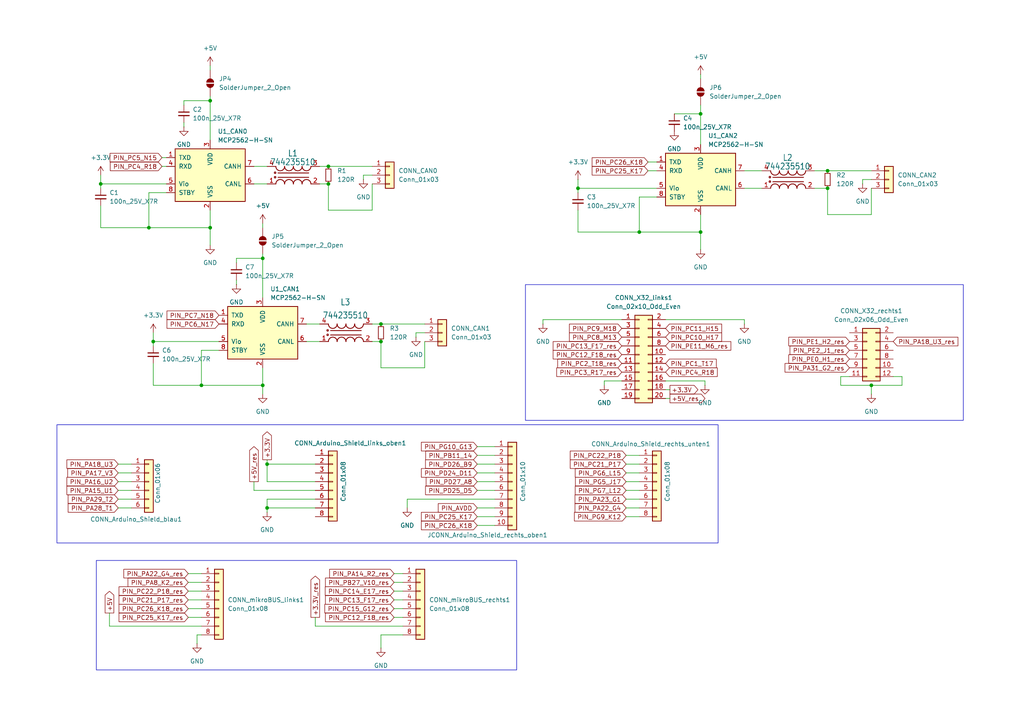
<source format=kicad_sch>
(kicad_sch
	(version 20231120)
	(generator "eeschema")
	(generator_version "8.0")
	(uuid "f143f310-625f-4a2e-8262-1e954a80404b")
	(paper "A4")
	(title_block
		(title "Adapter_CANBridge")
		(date "2025-01-10")
		(rev "1.0")
	)
	(lib_symbols
		(symbol "Connector_Generic:Conn_01x03"
			(pin_names
				(offset 1.016) hide)
			(exclude_from_sim no)
			(in_bom yes)
			(on_board yes)
			(property "Reference" "J"
				(at 0 5.08 0)
				(effects
					(font
						(size 1.27 1.27)
					)
				)
			)
			(property "Value" "Conn_01x03"
				(at 0 -5.08 0)
				(effects
					(font
						(size 1.27 1.27)
					)
				)
			)
			(property "Footprint" ""
				(at 0 0 0)
				(effects
					(font
						(size 1.27 1.27)
					)
					(hide yes)
				)
			)
			(property "Datasheet" "~"
				(at 0 0 0)
				(effects
					(font
						(size 1.27 1.27)
					)
					(hide yes)
				)
			)
			(property "Description" "Generic connector, single row, 01x03, script generated (kicad-library-utils/schlib/autogen/connector/)"
				(at 0 0 0)
				(effects
					(font
						(size 1.27 1.27)
					)
					(hide yes)
				)
			)
			(property "ki_keywords" "connector"
				(at 0 0 0)
				(effects
					(font
						(size 1.27 1.27)
					)
					(hide yes)
				)
			)
			(property "ki_fp_filters" "Connector*:*_1x??_*"
				(at 0 0 0)
				(effects
					(font
						(size 1.27 1.27)
					)
					(hide yes)
				)
			)
			(symbol "Conn_01x03_1_1"
				(rectangle
					(start -1.27 -2.413)
					(end 0 -2.667)
					(stroke
						(width 0.1524)
						(type default)
					)
					(fill
						(type none)
					)
				)
				(rectangle
					(start -1.27 0.127)
					(end 0 -0.127)
					(stroke
						(width 0.1524)
						(type default)
					)
					(fill
						(type none)
					)
				)
				(rectangle
					(start -1.27 2.667)
					(end 0 2.413)
					(stroke
						(width 0.1524)
						(type default)
					)
					(fill
						(type none)
					)
				)
				(rectangle
					(start -1.27 3.81)
					(end 1.27 -3.81)
					(stroke
						(width 0.254)
						(type default)
					)
					(fill
						(type background)
					)
				)
				(pin passive line
					(at -5.08 2.54 0)
					(length 3.81)
					(name "Pin_1"
						(effects
							(font
								(size 1.27 1.27)
							)
						)
					)
					(number "1"
						(effects
							(font
								(size 1.27 1.27)
							)
						)
					)
				)
				(pin passive line
					(at -5.08 0 0)
					(length 3.81)
					(name "Pin_2"
						(effects
							(font
								(size 1.27 1.27)
							)
						)
					)
					(number "2"
						(effects
							(font
								(size 1.27 1.27)
							)
						)
					)
				)
				(pin passive line
					(at -5.08 -2.54 0)
					(length 3.81)
					(name "Pin_3"
						(effects
							(font
								(size 1.27 1.27)
							)
						)
					)
					(number "3"
						(effects
							(font
								(size 1.27 1.27)
							)
						)
					)
				)
			)
		)
		(symbol "Connector_Generic:Conn_01x06"
			(pin_names
				(offset 1.016) hide)
			(exclude_from_sim no)
			(in_bom yes)
			(on_board yes)
			(property "Reference" "J"
				(at 0 7.62 0)
				(effects
					(font
						(size 1.27 1.27)
					)
				)
			)
			(property "Value" "Conn_01x06"
				(at 0 -10.16 0)
				(effects
					(font
						(size 1.27 1.27)
					)
				)
			)
			(property "Footprint" ""
				(at 0 0 0)
				(effects
					(font
						(size 1.27 1.27)
					)
					(hide yes)
				)
			)
			(property "Datasheet" "~"
				(at 0 0 0)
				(effects
					(font
						(size 1.27 1.27)
					)
					(hide yes)
				)
			)
			(property "Description" "Generic connector, single row, 01x06, script generated (kicad-library-utils/schlib/autogen/connector/)"
				(at 0 0 0)
				(effects
					(font
						(size 1.27 1.27)
					)
					(hide yes)
				)
			)
			(property "ki_keywords" "connector"
				(at 0 0 0)
				(effects
					(font
						(size 1.27 1.27)
					)
					(hide yes)
				)
			)
			(property "ki_fp_filters" "Connector*:*_1x??_*"
				(at 0 0 0)
				(effects
					(font
						(size 1.27 1.27)
					)
					(hide yes)
				)
			)
			(symbol "Conn_01x06_1_1"
				(rectangle
					(start -1.27 -7.493)
					(end 0 -7.747)
					(stroke
						(width 0.1524)
						(type default)
					)
					(fill
						(type none)
					)
				)
				(rectangle
					(start -1.27 -4.953)
					(end 0 -5.207)
					(stroke
						(width 0.1524)
						(type default)
					)
					(fill
						(type none)
					)
				)
				(rectangle
					(start -1.27 -2.413)
					(end 0 -2.667)
					(stroke
						(width 0.1524)
						(type default)
					)
					(fill
						(type none)
					)
				)
				(rectangle
					(start -1.27 0.127)
					(end 0 -0.127)
					(stroke
						(width 0.1524)
						(type default)
					)
					(fill
						(type none)
					)
				)
				(rectangle
					(start -1.27 2.667)
					(end 0 2.413)
					(stroke
						(width 0.1524)
						(type default)
					)
					(fill
						(type none)
					)
				)
				(rectangle
					(start -1.27 5.207)
					(end 0 4.953)
					(stroke
						(width 0.1524)
						(type default)
					)
					(fill
						(type none)
					)
				)
				(rectangle
					(start -1.27 6.35)
					(end 1.27 -8.89)
					(stroke
						(width 0.254)
						(type default)
					)
					(fill
						(type background)
					)
				)
				(pin passive line
					(at -5.08 5.08 0)
					(length 3.81)
					(name "Pin_1"
						(effects
							(font
								(size 1.27 1.27)
							)
						)
					)
					(number "1"
						(effects
							(font
								(size 1.27 1.27)
							)
						)
					)
				)
				(pin passive line
					(at -5.08 2.54 0)
					(length 3.81)
					(name "Pin_2"
						(effects
							(font
								(size 1.27 1.27)
							)
						)
					)
					(number "2"
						(effects
							(font
								(size 1.27 1.27)
							)
						)
					)
				)
				(pin passive line
					(at -5.08 0 0)
					(length 3.81)
					(name "Pin_3"
						(effects
							(font
								(size 1.27 1.27)
							)
						)
					)
					(number "3"
						(effects
							(font
								(size 1.27 1.27)
							)
						)
					)
				)
				(pin passive line
					(at -5.08 -2.54 0)
					(length 3.81)
					(name "Pin_4"
						(effects
							(font
								(size 1.27 1.27)
							)
						)
					)
					(number "4"
						(effects
							(font
								(size 1.27 1.27)
							)
						)
					)
				)
				(pin passive line
					(at -5.08 -5.08 0)
					(length 3.81)
					(name "Pin_5"
						(effects
							(font
								(size 1.27 1.27)
							)
						)
					)
					(number "5"
						(effects
							(font
								(size 1.27 1.27)
							)
						)
					)
				)
				(pin passive line
					(at -5.08 -7.62 0)
					(length 3.81)
					(name "Pin_6"
						(effects
							(font
								(size 1.27 1.27)
							)
						)
					)
					(number "6"
						(effects
							(font
								(size 1.27 1.27)
							)
						)
					)
				)
			)
		)
		(symbol "Connector_Generic:Conn_01x08"
			(pin_names
				(offset 1.016) hide)
			(exclude_from_sim no)
			(in_bom yes)
			(on_board yes)
			(property "Reference" "J"
				(at 0 10.16 0)
				(effects
					(font
						(size 1.27 1.27)
					)
				)
			)
			(property "Value" "Conn_01x08"
				(at 0 -12.7 0)
				(effects
					(font
						(size 1.27 1.27)
					)
				)
			)
			(property "Footprint" ""
				(at 0 0 0)
				(effects
					(font
						(size 1.27 1.27)
					)
					(hide yes)
				)
			)
			(property "Datasheet" "~"
				(at 0 0 0)
				(effects
					(font
						(size 1.27 1.27)
					)
					(hide yes)
				)
			)
			(property "Description" "Generic connector, single row, 01x08, script generated (kicad-library-utils/schlib/autogen/connector/)"
				(at 0 0 0)
				(effects
					(font
						(size 1.27 1.27)
					)
					(hide yes)
				)
			)
			(property "ki_keywords" "connector"
				(at 0 0 0)
				(effects
					(font
						(size 1.27 1.27)
					)
					(hide yes)
				)
			)
			(property "ki_fp_filters" "Connector*:*_1x??_*"
				(at 0 0 0)
				(effects
					(font
						(size 1.27 1.27)
					)
					(hide yes)
				)
			)
			(symbol "Conn_01x08_1_1"
				(rectangle
					(start -1.27 -10.033)
					(end 0 -10.287)
					(stroke
						(width 0.1524)
						(type default)
					)
					(fill
						(type none)
					)
				)
				(rectangle
					(start -1.27 -7.493)
					(end 0 -7.747)
					(stroke
						(width 0.1524)
						(type default)
					)
					(fill
						(type none)
					)
				)
				(rectangle
					(start -1.27 -4.953)
					(end 0 -5.207)
					(stroke
						(width 0.1524)
						(type default)
					)
					(fill
						(type none)
					)
				)
				(rectangle
					(start -1.27 -2.413)
					(end 0 -2.667)
					(stroke
						(width 0.1524)
						(type default)
					)
					(fill
						(type none)
					)
				)
				(rectangle
					(start -1.27 0.127)
					(end 0 -0.127)
					(stroke
						(width 0.1524)
						(type default)
					)
					(fill
						(type none)
					)
				)
				(rectangle
					(start -1.27 2.667)
					(end 0 2.413)
					(stroke
						(width 0.1524)
						(type default)
					)
					(fill
						(type none)
					)
				)
				(rectangle
					(start -1.27 5.207)
					(end 0 4.953)
					(stroke
						(width 0.1524)
						(type default)
					)
					(fill
						(type none)
					)
				)
				(rectangle
					(start -1.27 7.747)
					(end 0 7.493)
					(stroke
						(width 0.1524)
						(type default)
					)
					(fill
						(type none)
					)
				)
				(rectangle
					(start -1.27 8.89)
					(end 1.27 -11.43)
					(stroke
						(width 0.254)
						(type default)
					)
					(fill
						(type background)
					)
				)
				(pin passive line
					(at -5.08 7.62 0)
					(length 3.81)
					(name "Pin_1"
						(effects
							(font
								(size 1.27 1.27)
							)
						)
					)
					(number "1"
						(effects
							(font
								(size 1.27 1.27)
							)
						)
					)
				)
				(pin passive line
					(at -5.08 5.08 0)
					(length 3.81)
					(name "Pin_2"
						(effects
							(font
								(size 1.27 1.27)
							)
						)
					)
					(number "2"
						(effects
							(font
								(size 1.27 1.27)
							)
						)
					)
				)
				(pin passive line
					(at -5.08 2.54 0)
					(length 3.81)
					(name "Pin_3"
						(effects
							(font
								(size 1.27 1.27)
							)
						)
					)
					(number "3"
						(effects
							(font
								(size 1.27 1.27)
							)
						)
					)
				)
				(pin passive line
					(at -5.08 0 0)
					(length 3.81)
					(name "Pin_4"
						(effects
							(font
								(size 1.27 1.27)
							)
						)
					)
					(number "4"
						(effects
							(font
								(size 1.27 1.27)
							)
						)
					)
				)
				(pin passive line
					(at -5.08 -2.54 0)
					(length 3.81)
					(name "Pin_5"
						(effects
							(font
								(size 1.27 1.27)
							)
						)
					)
					(number "5"
						(effects
							(font
								(size 1.27 1.27)
							)
						)
					)
				)
				(pin passive line
					(at -5.08 -5.08 0)
					(length 3.81)
					(name "Pin_6"
						(effects
							(font
								(size 1.27 1.27)
							)
						)
					)
					(number "6"
						(effects
							(font
								(size 1.27 1.27)
							)
						)
					)
				)
				(pin passive line
					(at -5.08 -7.62 0)
					(length 3.81)
					(name "Pin_7"
						(effects
							(font
								(size 1.27 1.27)
							)
						)
					)
					(number "7"
						(effects
							(font
								(size 1.27 1.27)
							)
						)
					)
				)
				(pin passive line
					(at -5.08 -10.16 0)
					(length 3.81)
					(name "Pin_8"
						(effects
							(font
								(size 1.27 1.27)
							)
						)
					)
					(number "8"
						(effects
							(font
								(size 1.27 1.27)
							)
						)
					)
				)
			)
		)
		(symbol "Connector_Generic:Conn_01x10"
			(pin_names
				(offset 1.016) hide)
			(exclude_from_sim no)
			(in_bom yes)
			(on_board yes)
			(property "Reference" "J"
				(at 0 12.7 0)
				(effects
					(font
						(size 1.27 1.27)
					)
				)
			)
			(property "Value" "Conn_01x10"
				(at 0 -15.24 0)
				(effects
					(font
						(size 1.27 1.27)
					)
				)
			)
			(property "Footprint" ""
				(at 0 0 0)
				(effects
					(font
						(size 1.27 1.27)
					)
					(hide yes)
				)
			)
			(property "Datasheet" "~"
				(at 0 0 0)
				(effects
					(font
						(size 1.27 1.27)
					)
					(hide yes)
				)
			)
			(property "Description" "Generic connector, single row, 01x10, script generated (kicad-library-utils/schlib/autogen/connector/)"
				(at 0 0 0)
				(effects
					(font
						(size 1.27 1.27)
					)
					(hide yes)
				)
			)
			(property "ki_keywords" "connector"
				(at 0 0 0)
				(effects
					(font
						(size 1.27 1.27)
					)
					(hide yes)
				)
			)
			(property "ki_fp_filters" "Connector*:*_1x??_*"
				(at 0 0 0)
				(effects
					(font
						(size 1.27 1.27)
					)
					(hide yes)
				)
			)
			(symbol "Conn_01x10_1_1"
				(rectangle
					(start -1.27 -12.573)
					(end 0 -12.827)
					(stroke
						(width 0.1524)
						(type default)
					)
					(fill
						(type none)
					)
				)
				(rectangle
					(start -1.27 -10.033)
					(end 0 -10.287)
					(stroke
						(width 0.1524)
						(type default)
					)
					(fill
						(type none)
					)
				)
				(rectangle
					(start -1.27 -7.493)
					(end 0 -7.747)
					(stroke
						(width 0.1524)
						(type default)
					)
					(fill
						(type none)
					)
				)
				(rectangle
					(start -1.27 -4.953)
					(end 0 -5.207)
					(stroke
						(width 0.1524)
						(type default)
					)
					(fill
						(type none)
					)
				)
				(rectangle
					(start -1.27 -2.413)
					(end 0 -2.667)
					(stroke
						(width 0.1524)
						(type default)
					)
					(fill
						(type none)
					)
				)
				(rectangle
					(start -1.27 0.127)
					(end 0 -0.127)
					(stroke
						(width 0.1524)
						(type default)
					)
					(fill
						(type none)
					)
				)
				(rectangle
					(start -1.27 2.667)
					(end 0 2.413)
					(stroke
						(width 0.1524)
						(type default)
					)
					(fill
						(type none)
					)
				)
				(rectangle
					(start -1.27 5.207)
					(end 0 4.953)
					(stroke
						(width 0.1524)
						(type default)
					)
					(fill
						(type none)
					)
				)
				(rectangle
					(start -1.27 7.747)
					(end 0 7.493)
					(stroke
						(width 0.1524)
						(type default)
					)
					(fill
						(type none)
					)
				)
				(rectangle
					(start -1.27 10.287)
					(end 0 10.033)
					(stroke
						(width 0.1524)
						(type default)
					)
					(fill
						(type none)
					)
				)
				(rectangle
					(start -1.27 11.43)
					(end 1.27 -13.97)
					(stroke
						(width 0.254)
						(type default)
					)
					(fill
						(type background)
					)
				)
				(pin passive line
					(at -5.08 10.16 0)
					(length 3.81)
					(name "Pin_1"
						(effects
							(font
								(size 1.27 1.27)
							)
						)
					)
					(number "1"
						(effects
							(font
								(size 1.27 1.27)
							)
						)
					)
				)
				(pin passive line
					(at -5.08 -12.7 0)
					(length 3.81)
					(name "Pin_10"
						(effects
							(font
								(size 1.27 1.27)
							)
						)
					)
					(number "10"
						(effects
							(font
								(size 1.27 1.27)
							)
						)
					)
				)
				(pin passive line
					(at -5.08 7.62 0)
					(length 3.81)
					(name "Pin_2"
						(effects
							(font
								(size 1.27 1.27)
							)
						)
					)
					(number "2"
						(effects
							(font
								(size 1.27 1.27)
							)
						)
					)
				)
				(pin passive line
					(at -5.08 5.08 0)
					(length 3.81)
					(name "Pin_3"
						(effects
							(font
								(size 1.27 1.27)
							)
						)
					)
					(number "3"
						(effects
							(font
								(size 1.27 1.27)
							)
						)
					)
				)
				(pin passive line
					(at -5.08 2.54 0)
					(length 3.81)
					(name "Pin_4"
						(effects
							(font
								(size 1.27 1.27)
							)
						)
					)
					(number "4"
						(effects
							(font
								(size 1.27 1.27)
							)
						)
					)
				)
				(pin passive line
					(at -5.08 0 0)
					(length 3.81)
					(name "Pin_5"
						(effects
							(font
								(size 1.27 1.27)
							)
						)
					)
					(number "5"
						(effects
							(font
								(size 1.27 1.27)
							)
						)
					)
				)
				(pin passive line
					(at -5.08 -2.54 0)
					(length 3.81)
					(name "Pin_6"
						(effects
							(font
								(size 1.27 1.27)
							)
						)
					)
					(number "6"
						(effects
							(font
								(size 1.27 1.27)
							)
						)
					)
				)
				(pin passive line
					(at -5.08 -5.08 0)
					(length 3.81)
					(name "Pin_7"
						(effects
							(font
								(size 1.27 1.27)
							)
						)
					)
					(number "7"
						(effects
							(font
								(size 1.27 1.27)
							)
						)
					)
				)
				(pin passive line
					(at -5.08 -7.62 0)
					(length 3.81)
					(name "Pin_8"
						(effects
							(font
								(size 1.27 1.27)
							)
						)
					)
					(number "8"
						(effects
							(font
								(size 1.27 1.27)
							)
						)
					)
				)
				(pin passive line
					(at -5.08 -10.16 0)
					(length 3.81)
					(name "Pin_9"
						(effects
							(font
								(size 1.27 1.27)
							)
						)
					)
					(number "9"
						(effects
							(font
								(size 1.27 1.27)
							)
						)
					)
				)
			)
		)
		(symbol "Connector_Generic:Conn_02x06_Odd_Even"
			(pin_names
				(offset 1.016) hide)
			(exclude_from_sim no)
			(in_bom yes)
			(on_board yes)
			(property "Reference" "J"
				(at 1.27 7.62 0)
				(effects
					(font
						(size 1.27 1.27)
					)
				)
			)
			(property "Value" "Conn_02x06_Odd_Even"
				(at 1.27 -10.16 0)
				(effects
					(font
						(size 1.27 1.27)
					)
				)
			)
			(property "Footprint" ""
				(at 0 0 0)
				(effects
					(font
						(size 1.27 1.27)
					)
					(hide yes)
				)
			)
			(property "Datasheet" "~"
				(at 0 0 0)
				(effects
					(font
						(size 1.27 1.27)
					)
					(hide yes)
				)
			)
			(property "Description" "Generic connector, double row, 02x06, odd/even pin numbering scheme (row 1 odd numbers, row 2 even numbers), script generated (kicad-library-utils/schlib/autogen/connector/)"
				(at 0 0 0)
				(effects
					(font
						(size 1.27 1.27)
					)
					(hide yes)
				)
			)
			(property "ki_keywords" "connector"
				(at 0 0 0)
				(effects
					(font
						(size 1.27 1.27)
					)
					(hide yes)
				)
			)
			(property "ki_fp_filters" "Connector*:*_2x??_*"
				(at 0 0 0)
				(effects
					(font
						(size 1.27 1.27)
					)
					(hide yes)
				)
			)
			(symbol "Conn_02x06_Odd_Even_1_1"
				(rectangle
					(start -1.27 -7.493)
					(end 0 -7.747)
					(stroke
						(width 0.1524)
						(type default)
					)
					(fill
						(type none)
					)
				)
				(rectangle
					(start -1.27 -4.953)
					(end 0 -5.207)
					(stroke
						(width 0.1524)
						(type default)
					)
					(fill
						(type none)
					)
				)
				(rectangle
					(start -1.27 -2.413)
					(end 0 -2.667)
					(stroke
						(width 0.1524)
						(type default)
					)
					(fill
						(type none)
					)
				)
				(rectangle
					(start -1.27 0.127)
					(end 0 -0.127)
					(stroke
						(width 0.1524)
						(type default)
					)
					(fill
						(type none)
					)
				)
				(rectangle
					(start -1.27 2.667)
					(end 0 2.413)
					(stroke
						(width 0.1524)
						(type default)
					)
					(fill
						(type none)
					)
				)
				(rectangle
					(start -1.27 5.207)
					(end 0 4.953)
					(stroke
						(width 0.1524)
						(type default)
					)
					(fill
						(type none)
					)
				)
				(rectangle
					(start -1.27 6.35)
					(end 3.81 -8.89)
					(stroke
						(width 0.254)
						(type default)
					)
					(fill
						(type background)
					)
				)
				(rectangle
					(start 3.81 -7.493)
					(end 2.54 -7.747)
					(stroke
						(width 0.1524)
						(type default)
					)
					(fill
						(type none)
					)
				)
				(rectangle
					(start 3.81 -4.953)
					(end 2.54 -5.207)
					(stroke
						(width 0.1524)
						(type default)
					)
					(fill
						(type none)
					)
				)
				(rectangle
					(start 3.81 -2.413)
					(end 2.54 -2.667)
					(stroke
						(width 0.1524)
						(type default)
					)
					(fill
						(type none)
					)
				)
				(rectangle
					(start 3.81 0.127)
					(end 2.54 -0.127)
					(stroke
						(width 0.1524)
						(type default)
					)
					(fill
						(type none)
					)
				)
				(rectangle
					(start 3.81 2.667)
					(end 2.54 2.413)
					(stroke
						(width 0.1524)
						(type default)
					)
					(fill
						(type none)
					)
				)
				(rectangle
					(start 3.81 5.207)
					(end 2.54 4.953)
					(stroke
						(width 0.1524)
						(type default)
					)
					(fill
						(type none)
					)
				)
				(pin passive line
					(at -5.08 5.08 0)
					(length 3.81)
					(name "Pin_1"
						(effects
							(font
								(size 1.27 1.27)
							)
						)
					)
					(number "1"
						(effects
							(font
								(size 1.27 1.27)
							)
						)
					)
				)
				(pin passive line
					(at 7.62 -5.08 180)
					(length 3.81)
					(name "Pin_10"
						(effects
							(font
								(size 1.27 1.27)
							)
						)
					)
					(number "10"
						(effects
							(font
								(size 1.27 1.27)
							)
						)
					)
				)
				(pin passive line
					(at -5.08 -7.62 0)
					(length 3.81)
					(name "Pin_11"
						(effects
							(font
								(size 1.27 1.27)
							)
						)
					)
					(number "11"
						(effects
							(font
								(size 1.27 1.27)
							)
						)
					)
				)
				(pin passive line
					(at 7.62 -7.62 180)
					(length 3.81)
					(name "Pin_12"
						(effects
							(font
								(size 1.27 1.27)
							)
						)
					)
					(number "12"
						(effects
							(font
								(size 1.27 1.27)
							)
						)
					)
				)
				(pin passive line
					(at 7.62 5.08 180)
					(length 3.81)
					(name "Pin_2"
						(effects
							(font
								(size 1.27 1.27)
							)
						)
					)
					(number "2"
						(effects
							(font
								(size 1.27 1.27)
							)
						)
					)
				)
				(pin passive line
					(at -5.08 2.54 0)
					(length 3.81)
					(name "Pin_3"
						(effects
							(font
								(size 1.27 1.27)
							)
						)
					)
					(number "3"
						(effects
							(font
								(size 1.27 1.27)
							)
						)
					)
				)
				(pin passive line
					(at 7.62 2.54 180)
					(length 3.81)
					(name "Pin_4"
						(effects
							(font
								(size 1.27 1.27)
							)
						)
					)
					(number "4"
						(effects
							(font
								(size 1.27 1.27)
							)
						)
					)
				)
				(pin passive line
					(at -5.08 0 0)
					(length 3.81)
					(name "Pin_5"
						(effects
							(font
								(size 1.27 1.27)
							)
						)
					)
					(number "5"
						(effects
							(font
								(size 1.27 1.27)
							)
						)
					)
				)
				(pin passive line
					(at 7.62 0 180)
					(length 3.81)
					(name "Pin_6"
						(effects
							(font
								(size 1.27 1.27)
							)
						)
					)
					(number "6"
						(effects
							(font
								(size 1.27 1.27)
							)
						)
					)
				)
				(pin passive line
					(at -5.08 -2.54 0)
					(length 3.81)
					(name "Pin_7"
						(effects
							(font
								(size 1.27 1.27)
							)
						)
					)
					(number "7"
						(effects
							(font
								(size 1.27 1.27)
							)
						)
					)
				)
				(pin passive line
					(at 7.62 -2.54 180)
					(length 3.81)
					(name "Pin_8"
						(effects
							(font
								(size 1.27 1.27)
							)
						)
					)
					(number "8"
						(effects
							(font
								(size 1.27 1.27)
							)
						)
					)
				)
				(pin passive line
					(at -5.08 -5.08 0)
					(length 3.81)
					(name "Pin_9"
						(effects
							(font
								(size 1.27 1.27)
							)
						)
					)
					(number "9"
						(effects
							(font
								(size 1.27 1.27)
							)
						)
					)
				)
			)
		)
		(symbol "Connector_Generic:Conn_02x10_Odd_Even"
			(pin_names
				(offset 1.016) hide)
			(exclude_from_sim no)
			(in_bom yes)
			(on_board yes)
			(property "Reference" "J"
				(at 1.27 12.7 0)
				(effects
					(font
						(size 1.27 1.27)
					)
				)
			)
			(property "Value" "Conn_02x10_Odd_Even"
				(at 1.27 -15.24 0)
				(effects
					(font
						(size 1.27 1.27)
					)
				)
			)
			(property "Footprint" ""
				(at 0 0 0)
				(effects
					(font
						(size 1.27 1.27)
					)
					(hide yes)
				)
			)
			(property "Datasheet" "~"
				(at 0 0 0)
				(effects
					(font
						(size 1.27 1.27)
					)
					(hide yes)
				)
			)
			(property "Description" "Generic connector, double row, 02x10, odd/even pin numbering scheme (row 1 odd numbers, row 2 even numbers), script generated (kicad-library-utils/schlib/autogen/connector/)"
				(at 0 0 0)
				(effects
					(font
						(size 1.27 1.27)
					)
					(hide yes)
				)
			)
			(property "ki_keywords" "connector"
				(at 0 0 0)
				(effects
					(font
						(size 1.27 1.27)
					)
					(hide yes)
				)
			)
			(property "ki_fp_filters" "Connector*:*_2x??_*"
				(at 0 0 0)
				(effects
					(font
						(size 1.27 1.27)
					)
					(hide yes)
				)
			)
			(symbol "Conn_02x10_Odd_Even_1_1"
				(rectangle
					(start -1.27 -12.573)
					(end 0 -12.827)
					(stroke
						(width 0.1524)
						(type default)
					)
					(fill
						(type none)
					)
				)
				(rectangle
					(start -1.27 -10.033)
					(end 0 -10.287)
					(stroke
						(width 0.1524)
						(type default)
					)
					(fill
						(type none)
					)
				)
				(rectangle
					(start -1.27 -7.493)
					(end 0 -7.747)
					(stroke
						(width 0.1524)
						(type default)
					)
					(fill
						(type none)
					)
				)
				(rectangle
					(start -1.27 -4.953)
					(end 0 -5.207)
					(stroke
						(width 0.1524)
						(type default)
					)
					(fill
						(type none)
					)
				)
				(rectangle
					(start -1.27 -2.413)
					(end 0 -2.667)
					(stroke
						(width 0.1524)
						(type default)
					)
					(fill
						(type none)
					)
				)
				(rectangle
					(start -1.27 0.127)
					(end 0 -0.127)
					(stroke
						(width 0.1524)
						(type default)
					)
					(fill
						(type none)
					)
				)
				(rectangle
					(start -1.27 2.667)
					(end 0 2.413)
					(stroke
						(width 0.1524)
						(type default)
					)
					(fill
						(type none)
					)
				)
				(rectangle
					(start -1.27 5.207)
					(end 0 4.953)
					(stroke
						(width 0.1524)
						(type default)
					)
					(fill
						(type none)
					)
				)
				(rectangle
					(start -1.27 7.747)
					(end 0 7.493)
					(stroke
						(width 0.1524)
						(type default)
					)
					(fill
						(type none)
					)
				)
				(rectangle
					(start -1.27 10.287)
					(end 0 10.033)
					(stroke
						(width 0.1524)
						(type default)
					)
					(fill
						(type none)
					)
				)
				(rectangle
					(start -1.27 11.43)
					(end 3.81 -13.97)
					(stroke
						(width 0.254)
						(type default)
					)
					(fill
						(type background)
					)
				)
				(rectangle
					(start 3.81 -12.573)
					(end 2.54 -12.827)
					(stroke
						(width 0.1524)
						(type default)
					)
					(fill
						(type none)
					)
				)
				(rectangle
					(start 3.81 -10.033)
					(end 2.54 -10.287)
					(stroke
						(width 0.1524)
						(type default)
					)
					(fill
						(type none)
					)
				)
				(rectangle
					(start 3.81 -7.493)
					(end 2.54 -7.747)
					(stroke
						(width 0.1524)
						(type default)
					)
					(fill
						(type none)
					)
				)
				(rectangle
					(start 3.81 -4.953)
					(end 2.54 -5.207)
					(stroke
						(width 0.1524)
						(type default)
					)
					(fill
						(type none)
					)
				)
				(rectangle
					(start 3.81 -2.413)
					(end 2.54 -2.667)
					(stroke
						(width 0.1524)
						(type default)
					)
					(fill
						(type none)
					)
				)
				(rectangle
					(start 3.81 0.127)
					(end 2.54 -0.127)
					(stroke
						(width 0.1524)
						(type default)
					)
					(fill
						(type none)
					)
				)
				(rectangle
					(start 3.81 2.667)
					(end 2.54 2.413)
					(stroke
						(width 0.1524)
						(type default)
					)
					(fill
						(type none)
					)
				)
				(rectangle
					(start 3.81 5.207)
					(end 2.54 4.953)
					(stroke
						(width 0.1524)
						(type default)
					)
					(fill
						(type none)
					)
				)
				(rectangle
					(start 3.81 7.747)
					(end 2.54 7.493)
					(stroke
						(width 0.1524)
						(type default)
					)
					(fill
						(type none)
					)
				)
				(rectangle
					(start 3.81 10.287)
					(end 2.54 10.033)
					(stroke
						(width 0.1524)
						(type default)
					)
					(fill
						(type none)
					)
				)
				(pin passive line
					(at -5.08 10.16 0)
					(length 3.81)
					(name "Pin_1"
						(effects
							(font
								(size 1.27 1.27)
							)
						)
					)
					(number "1"
						(effects
							(font
								(size 1.27 1.27)
							)
						)
					)
				)
				(pin passive line
					(at 7.62 0 180)
					(length 3.81)
					(name "Pin_10"
						(effects
							(font
								(size 1.27 1.27)
							)
						)
					)
					(number "10"
						(effects
							(font
								(size 1.27 1.27)
							)
						)
					)
				)
				(pin passive line
					(at -5.08 -2.54 0)
					(length 3.81)
					(name "Pin_11"
						(effects
							(font
								(size 1.27 1.27)
							)
						)
					)
					(number "11"
						(effects
							(font
								(size 1.27 1.27)
							)
						)
					)
				)
				(pin passive line
					(at 7.62 -2.54 180)
					(length 3.81)
					(name "Pin_12"
						(effects
							(font
								(size 1.27 1.27)
							)
						)
					)
					(number "12"
						(effects
							(font
								(size 1.27 1.27)
							)
						)
					)
				)
				(pin passive line
					(at -5.08 -5.08 0)
					(length 3.81)
					(name "Pin_13"
						(effects
							(font
								(size 1.27 1.27)
							)
						)
					)
					(number "13"
						(effects
							(font
								(size 1.27 1.27)
							)
						)
					)
				)
				(pin passive line
					(at 7.62 -5.08 180)
					(length 3.81)
					(name "Pin_14"
						(effects
							(font
								(size 1.27 1.27)
							)
						)
					)
					(number "14"
						(effects
							(font
								(size 1.27 1.27)
							)
						)
					)
				)
				(pin passive line
					(at -5.08 -7.62 0)
					(length 3.81)
					(name "Pin_15"
						(effects
							(font
								(size 1.27 1.27)
							)
						)
					)
					(number "15"
						(effects
							(font
								(size 1.27 1.27)
							)
						)
					)
				)
				(pin passive line
					(at 7.62 -7.62 180)
					(length 3.81)
					(name "Pin_16"
						(effects
							(font
								(size 1.27 1.27)
							)
						)
					)
					(number "16"
						(effects
							(font
								(size 1.27 1.27)
							)
						)
					)
				)
				(pin passive line
					(at -5.08 -10.16 0)
					(length 3.81)
					(name "Pin_17"
						(effects
							(font
								(size 1.27 1.27)
							)
						)
					)
					(number "17"
						(effects
							(font
								(size 1.27 1.27)
							)
						)
					)
				)
				(pin passive line
					(at 7.62 -10.16 180)
					(length 3.81)
					(name "Pin_18"
						(effects
							(font
								(size 1.27 1.27)
							)
						)
					)
					(number "18"
						(effects
							(font
								(size 1.27 1.27)
							)
						)
					)
				)
				(pin passive line
					(at -5.08 -12.7 0)
					(length 3.81)
					(name "Pin_19"
						(effects
							(font
								(size 1.27 1.27)
							)
						)
					)
					(number "19"
						(effects
							(font
								(size 1.27 1.27)
							)
						)
					)
				)
				(pin passive line
					(at 7.62 10.16 180)
					(length 3.81)
					(name "Pin_2"
						(effects
							(font
								(size 1.27 1.27)
							)
						)
					)
					(number "2"
						(effects
							(font
								(size 1.27 1.27)
							)
						)
					)
				)
				(pin passive line
					(at 7.62 -12.7 180)
					(length 3.81)
					(name "Pin_20"
						(effects
							(font
								(size 1.27 1.27)
							)
						)
					)
					(number "20"
						(effects
							(font
								(size 1.27 1.27)
							)
						)
					)
				)
				(pin passive line
					(at -5.08 7.62 0)
					(length 3.81)
					(name "Pin_3"
						(effects
							(font
								(size 1.27 1.27)
							)
						)
					)
					(number "3"
						(effects
							(font
								(size 1.27 1.27)
							)
						)
					)
				)
				(pin passive line
					(at 7.62 7.62 180)
					(length 3.81)
					(name "Pin_4"
						(effects
							(font
								(size 1.27 1.27)
							)
						)
					)
					(number "4"
						(effects
							(font
								(size 1.27 1.27)
							)
						)
					)
				)
				(pin passive line
					(at -5.08 5.08 0)
					(length 3.81)
					(name "Pin_5"
						(effects
							(font
								(size 1.27 1.27)
							)
						)
					)
					(number "5"
						(effects
							(font
								(size 1.27 1.27)
							)
						)
					)
				)
				(pin passive line
					(at 7.62 5.08 180)
					(length 3.81)
					(name "Pin_6"
						(effects
							(font
								(size 1.27 1.27)
							)
						)
					)
					(number "6"
						(effects
							(font
								(size 1.27 1.27)
							)
						)
					)
				)
				(pin passive line
					(at -5.08 2.54 0)
					(length 3.81)
					(name "Pin_7"
						(effects
							(font
								(size 1.27 1.27)
							)
						)
					)
					(number "7"
						(effects
							(font
								(size 1.27 1.27)
							)
						)
					)
				)
				(pin passive line
					(at 7.62 2.54 180)
					(length 3.81)
					(name "Pin_8"
						(effects
							(font
								(size 1.27 1.27)
							)
						)
					)
					(number "8"
						(effects
							(font
								(size 1.27 1.27)
							)
						)
					)
				)
				(pin passive line
					(at -5.08 0 0)
					(length 3.81)
					(name "Pin_9"
						(effects
							(font
								(size 1.27 1.27)
							)
						)
					)
					(number "9"
						(effects
							(font
								(size 1.27 1.27)
							)
						)
					)
				)
			)
		)
		(symbol "Device:C_Small"
			(pin_numbers hide)
			(pin_names
				(offset 0.254) hide)
			(exclude_from_sim no)
			(in_bom yes)
			(on_board yes)
			(property "Reference" "C"
				(at 0.254 1.778 0)
				(effects
					(font
						(size 1.27 1.27)
					)
					(justify left)
				)
			)
			(property "Value" "C_Small"
				(at 0.254 -2.032 0)
				(effects
					(font
						(size 1.27 1.27)
					)
					(justify left)
				)
			)
			(property "Footprint" ""
				(at 0 0 0)
				(effects
					(font
						(size 1.27 1.27)
					)
					(hide yes)
				)
			)
			(property "Datasheet" "~"
				(at 0 0 0)
				(effects
					(font
						(size 1.27 1.27)
					)
					(hide yes)
				)
			)
			(property "Description" "Unpolarized capacitor, small symbol"
				(at 0 0 0)
				(effects
					(font
						(size 1.27 1.27)
					)
					(hide yes)
				)
			)
			(property "ki_keywords" "capacitor cap"
				(at 0 0 0)
				(effects
					(font
						(size 1.27 1.27)
					)
					(hide yes)
				)
			)
			(property "ki_fp_filters" "C_*"
				(at 0 0 0)
				(effects
					(font
						(size 1.27 1.27)
					)
					(hide yes)
				)
			)
			(symbol "C_Small_0_1"
				(polyline
					(pts
						(xy -1.524 -0.508) (xy 1.524 -0.508)
					)
					(stroke
						(width 0.3302)
						(type default)
					)
					(fill
						(type none)
					)
				)
				(polyline
					(pts
						(xy -1.524 0.508) (xy 1.524 0.508)
					)
					(stroke
						(width 0.3048)
						(type default)
					)
					(fill
						(type none)
					)
				)
			)
			(symbol "C_Small_1_1"
				(pin passive line
					(at 0 2.54 270)
					(length 2.032)
					(name "~"
						(effects
							(font
								(size 1.27 1.27)
							)
						)
					)
					(number "1"
						(effects
							(font
								(size 1.27 1.27)
							)
						)
					)
				)
				(pin passive line
					(at 0 -2.54 90)
					(length 2.032)
					(name "~"
						(effects
							(font
								(size 1.27 1.27)
							)
						)
					)
					(number "2"
						(effects
							(font
								(size 1.27 1.27)
							)
						)
					)
				)
			)
		)
		(symbol "Device:R_Small"
			(pin_numbers hide)
			(pin_names
				(offset 0.254) hide)
			(exclude_from_sim no)
			(in_bom yes)
			(on_board yes)
			(property "Reference" "R"
				(at 0.762 0.508 0)
				(effects
					(font
						(size 1.27 1.27)
					)
					(justify left)
				)
			)
			(property "Value" "R_Small"
				(at 0.762 -1.016 0)
				(effects
					(font
						(size 1.27 1.27)
					)
					(justify left)
				)
			)
			(property "Footprint" ""
				(at 0 0 0)
				(effects
					(font
						(size 1.27 1.27)
					)
					(hide yes)
				)
			)
			(property "Datasheet" "~"
				(at 0 0 0)
				(effects
					(font
						(size 1.27 1.27)
					)
					(hide yes)
				)
			)
			(property "Description" "Resistor, small symbol"
				(at 0 0 0)
				(effects
					(font
						(size 1.27 1.27)
					)
					(hide yes)
				)
			)
			(property "ki_keywords" "R resistor"
				(at 0 0 0)
				(effects
					(font
						(size 1.27 1.27)
					)
					(hide yes)
				)
			)
			(property "ki_fp_filters" "R_*"
				(at 0 0 0)
				(effects
					(font
						(size 1.27 1.27)
					)
					(hide yes)
				)
			)
			(symbol "R_Small_0_1"
				(rectangle
					(start -0.762 1.778)
					(end 0.762 -1.778)
					(stroke
						(width 0.2032)
						(type default)
					)
					(fill
						(type none)
					)
				)
			)
			(symbol "R_Small_1_1"
				(pin passive line
					(at 0 2.54 270)
					(length 0.762)
					(name "~"
						(effects
							(font
								(size 1.27 1.27)
							)
						)
					)
					(number "1"
						(effects
							(font
								(size 1.27 1.27)
							)
						)
					)
				)
				(pin passive line
					(at 0 -2.54 90)
					(length 0.762)
					(name "~"
						(effects
							(font
								(size 1.27 1.27)
							)
						)
					)
					(number "2"
						(effects
							(font
								(size 1.27 1.27)
							)
						)
					)
				)
			)
		)
		(symbol "Interface_CAN_LIN:MCP2562-H-SN"
			(pin_names
				(offset 1.016)
			)
			(exclude_from_sim no)
			(in_bom yes)
			(on_board yes)
			(property "Reference" "U"
				(at -10.16 8.89 0)
				(effects
					(font
						(size 1.27 1.27)
					)
					(justify left)
				)
			)
			(property "Value" "MCP2562-H-SN"
				(at 2.54 8.89 0)
				(effects
					(font
						(size 1.27 1.27)
					)
					(justify left)
				)
			)
			(property "Footprint" "Package_SO:SOIC-8_3.9x4.9mm_P1.27mm"
				(at 0 -12.7 0)
				(effects
					(font
						(size 1.27 1.27)
						(italic yes)
					)
					(hide yes)
				)
			)
			(property "Datasheet" "http://ww1.microchip.com/downloads/en/DeviceDoc/25167A.pdf"
				(at 0 0 0)
				(effects
					(font
						(size 1.27 1.27)
					)
					(hide yes)
				)
			)
			(property "Description" "High-Speed CAN Transceiver, 1Mbps, 5V supply, Vio pin, -40C to +150C, SOIC-8"
				(at 0 0 0)
				(effects
					(font
						(size 1.27 1.27)
					)
					(hide yes)
				)
			)
			(property "ki_keywords" "High-Speed CAN Transceiver"
				(at 0 0 0)
				(effects
					(font
						(size 1.27 1.27)
					)
					(hide yes)
				)
			)
			(property "ki_fp_filters" "SOIC*3.9x4.9mm*P1.27mm*"
				(at 0 0 0)
				(effects
					(font
						(size 1.27 1.27)
					)
					(hide yes)
				)
			)
			(symbol "MCP2562-H-SN_0_1"
				(rectangle
					(start -10.16 7.62)
					(end 10.16 -7.62)
					(stroke
						(width 0.254)
						(type default)
					)
					(fill
						(type background)
					)
				)
			)
			(symbol "MCP2562-H-SN_1_1"
				(pin input line
					(at -12.7 5.08 0)
					(length 2.54)
					(name "TXD"
						(effects
							(font
								(size 1.27 1.27)
							)
						)
					)
					(number "1"
						(effects
							(font
								(size 1.27 1.27)
							)
						)
					)
				)
				(pin power_in line
					(at 0 -10.16 90)
					(length 2.54)
					(name "VSS"
						(effects
							(font
								(size 1.27 1.27)
							)
						)
					)
					(number "2"
						(effects
							(font
								(size 1.27 1.27)
							)
						)
					)
				)
				(pin power_in line
					(at 0 10.16 270)
					(length 2.54)
					(name "VDD"
						(effects
							(font
								(size 1.27 1.27)
							)
						)
					)
					(number "3"
						(effects
							(font
								(size 1.27 1.27)
							)
						)
					)
				)
				(pin output line
					(at -12.7 2.54 0)
					(length 2.54)
					(name "RXD"
						(effects
							(font
								(size 1.27 1.27)
							)
						)
					)
					(number "4"
						(effects
							(font
								(size 1.27 1.27)
							)
						)
					)
				)
				(pin power_in line
					(at -12.7 -2.54 0)
					(length 2.54)
					(name "Vio"
						(effects
							(font
								(size 1.27 1.27)
							)
						)
					)
					(number "5"
						(effects
							(font
								(size 1.27 1.27)
							)
						)
					)
				)
				(pin bidirectional line
					(at 12.7 -2.54 180)
					(length 2.54)
					(name "CANL"
						(effects
							(font
								(size 1.27 1.27)
							)
						)
					)
					(number "6"
						(effects
							(font
								(size 1.27 1.27)
							)
						)
					)
				)
				(pin bidirectional line
					(at 12.7 2.54 180)
					(length 2.54)
					(name "CANH"
						(effects
							(font
								(size 1.27 1.27)
							)
						)
					)
					(number "7"
						(effects
							(font
								(size 1.27 1.27)
							)
						)
					)
				)
				(pin input line
					(at -12.7 -5.08 0)
					(length 2.54)
					(name "STBY"
						(effects
							(font
								(size 1.27 1.27)
							)
						)
					)
					(number "8"
						(effects
							(font
								(size 1.27 1.27)
							)
						)
					)
				)
			)
		)
		(symbol "Jumper:SolderJumper_2_Open"
			(pin_numbers hide)
			(pin_names
				(offset 0) hide)
			(exclude_from_sim yes)
			(in_bom no)
			(on_board yes)
			(property "Reference" "JP"
				(at 0 2.032 0)
				(effects
					(font
						(size 1.27 1.27)
					)
				)
			)
			(property "Value" "SolderJumper_2_Open"
				(at 0 -2.54 0)
				(effects
					(font
						(size 1.27 1.27)
					)
				)
			)
			(property "Footprint" ""
				(at 0 0 0)
				(effects
					(font
						(size 1.27 1.27)
					)
					(hide yes)
				)
			)
			(property "Datasheet" "~"
				(at 0 0 0)
				(effects
					(font
						(size 1.27 1.27)
					)
					(hide yes)
				)
			)
			(property "Description" "Solder Jumper, 2-pole, open"
				(at 0 0 0)
				(effects
					(font
						(size 1.27 1.27)
					)
					(hide yes)
				)
			)
			(property "ki_keywords" "solder jumper SPST"
				(at 0 0 0)
				(effects
					(font
						(size 1.27 1.27)
					)
					(hide yes)
				)
			)
			(property "ki_fp_filters" "SolderJumper*Open*"
				(at 0 0 0)
				(effects
					(font
						(size 1.27 1.27)
					)
					(hide yes)
				)
			)
			(symbol "SolderJumper_2_Open_0_1"
				(arc
					(start -0.254 1.016)
					(mid -1.2656 0)
					(end -0.254 -1.016)
					(stroke
						(width 0)
						(type default)
					)
					(fill
						(type none)
					)
				)
				(arc
					(start -0.254 1.016)
					(mid -1.2656 0)
					(end -0.254 -1.016)
					(stroke
						(width 0)
						(type default)
					)
					(fill
						(type outline)
					)
				)
				(polyline
					(pts
						(xy -0.254 1.016) (xy -0.254 -1.016)
					)
					(stroke
						(width 0)
						(type default)
					)
					(fill
						(type none)
					)
				)
				(polyline
					(pts
						(xy 0.254 1.016) (xy 0.254 -1.016)
					)
					(stroke
						(width 0)
						(type default)
					)
					(fill
						(type none)
					)
				)
				(arc
					(start 0.254 -1.016)
					(mid 1.2656 0)
					(end 0.254 1.016)
					(stroke
						(width 0)
						(type default)
					)
					(fill
						(type none)
					)
				)
				(arc
					(start 0.254 -1.016)
					(mid 1.2656 0)
					(end 0.254 1.016)
					(stroke
						(width 0)
						(type default)
					)
					(fill
						(type outline)
					)
				)
			)
			(symbol "SolderJumper_2_Open_1_1"
				(pin passive line
					(at -3.81 0 0)
					(length 2.54)
					(name "A"
						(effects
							(font
								(size 1.27 1.27)
							)
						)
					)
					(number "1"
						(effects
							(font
								(size 1.27 1.27)
							)
						)
					)
				)
				(pin passive line
					(at 3.81 0 180)
					(length 2.54)
					(name "B"
						(effects
							(font
								(size 1.27 1.27)
							)
						)
					)
					(number "2"
						(effects
							(font
								(size 1.27 1.27)
							)
						)
					)
				)
			)
		)
		(symbol "Würth_WE-CNSW:WE-CNSW_1812_744235510"
			(exclude_from_sim no)
			(in_bom yes)
			(on_board yes)
			(property "Reference" "L"
				(at 0 3.81 0)
				(effects
					(font
						(size 1.778 1.5113)
					)
					(justify bottom)
				)
			)
			(property "Value" ""
				(at -5.08 -5.08 0)
				(effects
					(font
						(size 1.778 1.5113)
					)
					(justify left bottom)
				)
			)
			(property "Footprint" "Eagle_WE-CNSW (rev19a):WE-CNSW_1812_744235510"
				(at 0 0 0)
				(effects
					(font
						(size 1.27 1.27)
					)
					(hide yes)
				)
			)
			(property "Datasheet" ""
				(at 0 0 0)
				(effects
					(font
						(size 1.27 1.27)
					)
					(hide yes)
				)
			)
			(property "Description" " WE-CNSW SMD Common Mode Line Filter\n\nCharacteristics\n\nCurrent compensated data line filter\nHigh common mode noise suppression at high frequencies\nSmall influence on high speed signals through winding symmetry\nClimatic category 40/105/21 (Size 0603)\nClimatic category 40/125/21 (Size 0805/1206/1812)\nFlammability corresponding to UL 94 V-0\n\nApplications\n\nUSB 2.0\nIEEE 1394 (Firewire)\nLVDS\nHigh Speed Data Lines\nLAN\n\nhttps://katalog.we-online.com/media/images/v2/o14771v209%20we-cnsw_stroko_smd_gruppe.jpg\n\nDetails see: http://katalog.we-online.de/en/pbs/WE-CNSW http://katalog.we-online.de/en/pbs/WE-CNSW\n\nUpdated by  Ella Wu 2019-01-09\n2019 (C) Wurth Elektronik"
				(at 0 0 0)
				(effects
					(font
						(size 1.27 1.27)
					)
					(hide yes)
				)
			)
			(property "ki_locked" ""
				(at 0 0 0)
				(effects
					(font
						(size 1.27 1.27)
					)
				)
			)
			(symbol "WE-CNSW_1812_744235510_1_0"
				(circle
					(center -5.3 -0.6)
					(radius 0.1)
					(stroke
						(width 0.254)
						(type solid)
					)
					(fill
						(type none)
					)
				)
				(circle
					(center -5.3 0.7)
					(radius 0.1)
					(stroke
						(width 0.254)
						(type solid)
					)
					(fill
						(type none)
					)
				)
				(arc
					(start -5.08 2.54)
					(mid -3.81 1.27)
					(end -2.54 2.54)
					(stroke
						(width 0.254)
						(type solid)
					)
					(fill
						(type none)
					)
				)
				(arc
					(start -2.54 -2.54)
					(mid -3.81 -1.27)
					(end -5.08 -2.54)
					(stroke
						(width 0.254)
						(type solid)
					)
					(fill
						(type none)
					)
				)
				(arc
					(start -2.54 2.54)
					(mid -1.27 1.27)
					(end 0 2.54)
					(stroke
						(width 0.254)
						(type solid)
					)
					(fill
						(type none)
					)
				)
				(arc
					(start 0 -2.54)
					(mid -1.27 -1.27)
					(end -2.54 -2.54)
					(stroke
						(width 0.254)
						(type solid)
					)
					(fill
						(type none)
					)
				)
				(polyline
					(pts
						(xy -4.445 -0.635) (xy 4.445 -0.635)
					)
					(stroke
						(width 0.254)
						(type solid)
					)
					(fill
						(type none)
					)
				)
				(polyline
					(pts
						(xy -4.445 0.635) (xy 4.445 0.635)
					)
					(stroke
						(width 0.254)
						(type solid)
					)
					(fill
						(type none)
					)
				)
				(arc
					(start 0 2.54)
					(mid 1.27 1.27)
					(end 2.54 2.54)
					(stroke
						(width 0.254)
						(type solid)
					)
					(fill
						(type none)
					)
				)
				(arc
					(start 2.54 -2.54)
					(mid 1.27 -1.27)
					(end 0 -2.54)
					(stroke
						(width 0.254)
						(type solid)
					)
					(fill
						(type none)
					)
				)
				(arc
					(start 2.54 2.54)
					(mid 3.81 1.27)
					(end 5.08 2.54)
					(stroke
						(width 0.254)
						(type solid)
					)
					(fill
						(type none)
					)
				)
				(arc
					(start 5.08 -2.54)
					(mid 3.81 -1.27)
					(end 2.54 -2.54)
					(stroke
						(width 0.254)
						(type solid)
					)
					(fill
						(type none)
					)
				)
				(pin passive line
					(at -7.62 -2.54 0)
					(length 2.54)
					(name "4"
						(effects
							(font
								(size 0 0)
							)
						)
					)
					(number "1"
						(effects
							(font
								(size 1.27 1.27)
							)
						)
					)
				)
				(pin passive line
					(at 7.62 -2.54 180)
					(length 2.54)
					(name "3"
						(effects
							(font
								(size 0 0)
							)
						)
					)
					(number "2"
						(effects
							(font
								(size 1.27 1.27)
							)
						)
					)
				)
				(pin passive line
					(at 7.62 2.54 180)
					(length 2.54)
					(name "2"
						(effects
							(font
								(size 0 0)
							)
						)
					)
					(number "3"
						(effects
							(font
								(size 1.27 1.27)
							)
						)
					)
				)
				(pin passive line
					(at -7.62 2.54 0)
					(length 2.54)
					(name "1"
						(effects
							(font
								(size 0 0)
							)
						)
					)
					(number "4"
						(effects
							(font
								(size 1.27 1.27)
							)
						)
					)
				)
			)
		)
		(symbol "power:+3.3V"
			(power)
			(pin_numbers hide)
			(pin_names
				(offset 0) hide)
			(exclude_from_sim no)
			(in_bom yes)
			(on_board yes)
			(property "Reference" "#PWR"
				(at 0 -3.81 0)
				(effects
					(font
						(size 1.27 1.27)
					)
					(hide yes)
				)
			)
			(property "Value" "+3.3V"
				(at 0 3.556 0)
				(effects
					(font
						(size 1.27 1.27)
					)
				)
			)
			(property "Footprint" ""
				(at 0 0 0)
				(effects
					(font
						(size 1.27 1.27)
					)
					(hide yes)
				)
			)
			(property "Datasheet" ""
				(at 0 0 0)
				(effects
					(font
						(size 1.27 1.27)
					)
					(hide yes)
				)
			)
			(property "Description" "Power symbol creates a global label with name \"+3.3V\""
				(at 0 0 0)
				(effects
					(font
						(size 1.27 1.27)
					)
					(hide yes)
				)
			)
			(property "ki_keywords" "global power"
				(at 0 0 0)
				(effects
					(font
						(size 1.27 1.27)
					)
					(hide yes)
				)
			)
			(symbol "+3.3V_0_1"
				(polyline
					(pts
						(xy -0.762 1.27) (xy 0 2.54)
					)
					(stroke
						(width 0)
						(type default)
					)
					(fill
						(type none)
					)
				)
				(polyline
					(pts
						(xy 0 0) (xy 0 2.54)
					)
					(stroke
						(width 0)
						(type default)
					)
					(fill
						(type none)
					)
				)
				(polyline
					(pts
						(xy 0 2.54) (xy 0.762 1.27)
					)
					(stroke
						(width 0)
						(type default)
					)
					(fill
						(type none)
					)
				)
			)
			(symbol "+3.3V_1_1"
				(pin power_in line
					(at 0 0 90)
					(length 0)
					(name "~"
						(effects
							(font
								(size 1.27 1.27)
							)
						)
					)
					(number "1"
						(effects
							(font
								(size 1.27 1.27)
							)
						)
					)
				)
			)
		)
		(symbol "power:+5V"
			(power)
			(pin_numbers hide)
			(pin_names
				(offset 0) hide)
			(exclude_from_sim no)
			(in_bom yes)
			(on_board yes)
			(property "Reference" "#PWR"
				(at 0 -3.81 0)
				(effects
					(font
						(size 1.27 1.27)
					)
					(hide yes)
				)
			)
			(property "Value" "+5V"
				(at 0 3.556 0)
				(effects
					(font
						(size 1.27 1.27)
					)
				)
			)
			(property "Footprint" ""
				(at 0 0 0)
				(effects
					(font
						(size 1.27 1.27)
					)
					(hide yes)
				)
			)
			(property "Datasheet" ""
				(at 0 0 0)
				(effects
					(font
						(size 1.27 1.27)
					)
					(hide yes)
				)
			)
			(property "Description" "Power symbol creates a global label with name \"+5V\""
				(at 0 0 0)
				(effects
					(font
						(size 1.27 1.27)
					)
					(hide yes)
				)
			)
			(property "ki_keywords" "global power"
				(at 0 0 0)
				(effects
					(font
						(size 1.27 1.27)
					)
					(hide yes)
				)
			)
			(symbol "+5V_0_1"
				(polyline
					(pts
						(xy -0.762 1.27) (xy 0 2.54)
					)
					(stroke
						(width 0)
						(type default)
					)
					(fill
						(type none)
					)
				)
				(polyline
					(pts
						(xy 0 0) (xy 0 2.54)
					)
					(stroke
						(width 0)
						(type default)
					)
					(fill
						(type none)
					)
				)
				(polyline
					(pts
						(xy 0 2.54) (xy 0.762 1.27)
					)
					(stroke
						(width 0)
						(type default)
					)
					(fill
						(type none)
					)
				)
			)
			(symbol "+5V_1_1"
				(pin power_in line
					(at 0 0 90)
					(length 0)
					(name "~"
						(effects
							(font
								(size 1.27 1.27)
							)
						)
					)
					(number "1"
						(effects
							(font
								(size 1.27 1.27)
							)
						)
					)
				)
			)
		)
		(symbol "power:GND"
			(power)
			(pin_numbers hide)
			(pin_names
				(offset 0) hide)
			(exclude_from_sim no)
			(in_bom yes)
			(on_board yes)
			(property "Reference" "#PWR"
				(at 0 -6.35 0)
				(effects
					(font
						(size 1.27 1.27)
					)
					(hide yes)
				)
			)
			(property "Value" "GND"
				(at 0 -3.81 0)
				(effects
					(font
						(size 1.27 1.27)
					)
				)
			)
			(property "Footprint" ""
				(at 0 0 0)
				(effects
					(font
						(size 1.27 1.27)
					)
					(hide yes)
				)
			)
			(property "Datasheet" ""
				(at 0 0 0)
				(effects
					(font
						(size 1.27 1.27)
					)
					(hide yes)
				)
			)
			(property "Description" "Power symbol creates a global label with name \"GND\" , ground"
				(at 0 0 0)
				(effects
					(font
						(size 1.27 1.27)
					)
					(hide yes)
				)
			)
			(property "ki_keywords" "global power"
				(at 0 0 0)
				(effects
					(font
						(size 1.27 1.27)
					)
					(hide yes)
				)
			)
			(symbol "GND_0_1"
				(polyline
					(pts
						(xy 0 0) (xy 0 -1.27) (xy 1.27 -1.27) (xy 0 -2.54) (xy -1.27 -1.27) (xy 0 -1.27)
					)
					(stroke
						(width 0)
						(type default)
					)
					(fill
						(type none)
					)
				)
			)
			(symbol "GND_1_1"
				(pin power_in line
					(at 0 0 270)
					(length 0)
					(name "~"
						(effects
							(font
								(size 1.27 1.27)
							)
						)
					)
					(number "1"
						(effects
							(font
								(size 1.27 1.27)
							)
						)
					)
				)
			)
		)
	)
	(junction
		(at 167.64 54.61)
		(diameter 0)
		(color 0 0 0 0)
		(uuid "0050b388-25dc-42ba-adaa-084255e027fe")
	)
	(junction
		(at 43.18 66.04)
		(diameter 0)
		(color 0 0 0 0)
		(uuid "053b11ea-93ca-4799-b9ed-a93926c6f967")
	)
	(junction
		(at 76.2 111.76)
		(diameter 0)
		(color 0 0 0 0)
		(uuid "12ee536b-f7f1-4b46-8fb7-a081875a04f0")
	)
	(junction
		(at 77.47 147.32)
		(diameter 0)
		(color 0 0 0 0)
		(uuid "1c8ad8ec-1565-4016-b424-047ec3b40bf1")
	)
	(junction
		(at 240.03 49.53)
		(diameter 0)
		(color 0 0 0 0)
		(uuid "1e8675f6-f8fb-49f0-b779-962038296dd2")
	)
	(junction
		(at 60.96 29.21)
		(diameter 0)
		(color 0 0 0 0)
		(uuid "25e4e095-d3c7-4be2-a68e-ee3dc559136c")
	)
	(junction
		(at 203.2 33.02)
		(diameter 0)
		(color 0 0 0 0)
		(uuid "3f0902fa-6ddd-4ca7-9267-3477fbdbac5f")
	)
	(junction
		(at 240.03 54.61)
		(diameter 0)
		(color 0 0 0 0)
		(uuid "527e6812-148e-4ae3-b171-93d8c523fc4c")
	)
	(junction
		(at 29.21 53.34)
		(diameter 0)
		(color 0 0 0 0)
		(uuid "5f287ddf-c72e-435e-93f0-26b4c3778fec")
	)
	(junction
		(at 252.73 111.76)
		(diameter 0)
		(color 0 0 0 0)
		(uuid "88a27ac3-493d-47f0-9da6-7aeeefa91a61")
	)
	(junction
		(at 58.42 111.76)
		(diameter 0)
		(color 0 0 0 0)
		(uuid "95896e4f-e92e-4f2e-bf00-6aff947cdd9f")
	)
	(junction
		(at 110.49 99.06)
		(diameter 0)
		(color 0 0 0 0)
		(uuid "99cb60c0-5c30-4235-9f99-67b38975d326")
	)
	(junction
		(at 95.25 53.34)
		(diameter 0)
		(color 0 0 0 0)
		(uuid "b438b741-b77e-4b4d-b129-402b526dedaf")
	)
	(junction
		(at 95.25 48.26)
		(diameter 0)
		(color 0 0 0 0)
		(uuid "c541d3cf-39cf-40a5-bc06-13021e55e8a6")
	)
	(junction
		(at 60.96 66.04)
		(diameter 0)
		(color 0 0 0 0)
		(uuid "c5dace96-9126-4f50-b88c-2b76b6e9cc88")
	)
	(junction
		(at 77.47 134.62)
		(diameter 0)
		(color 0 0 0 0)
		(uuid "da7e8936-e2c1-4e33-a075-f255af7f60fa")
	)
	(junction
		(at 203.2 67.31)
		(diameter 0)
		(color 0 0 0 0)
		(uuid "e7e33834-e661-4756-9045-73d580e2ef9e")
	)
	(junction
		(at 44.45 99.06)
		(diameter 0)
		(color 0 0 0 0)
		(uuid "e87ccd18-6518-4503-913a-7bd19aeebbc8")
	)
	(junction
		(at 110.49 93.98)
		(diameter 0)
		(color 0 0 0 0)
		(uuid "f3b2d23e-46fa-4177-82a0-e1f59f8e0ade")
	)
	(junction
		(at 185.42 67.31)
		(diameter 0)
		(color 0 0 0 0)
		(uuid "f716511b-3813-4e82-8415-eceb9d6b60ea")
	)
	(junction
		(at 76.2 74.93)
		(diameter 0)
		(color 0 0 0 0)
		(uuid "f72aa637-ee2c-4330-89b2-66445d6115ac")
	)
	(wire
		(pts
			(xy 116.84 173.99) (xy 114.3 173.99)
		)
		(stroke
			(width 0)
			(type default)
		)
		(uuid "010c3427-03ae-4288-88b1-ed65309d0ede")
	)
	(wire
		(pts
			(xy 250.19 53.34) (xy 250.19 52.07)
		)
		(stroke
			(width 0)
			(type default)
		)
		(uuid "04866183-2a5c-41aa-a26b-a7169615c135")
	)
	(wire
		(pts
			(xy 236.22 49.53) (xy 240.03 49.53)
		)
		(stroke
			(width 0)
			(type default)
		)
		(uuid "0744e6fc-968a-4fa1-946c-99c4eb2b1c54")
	)
	(wire
		(pts
			(xy 194.31 113.03) (xy 193.04 113.03)
		)
		(stroke
			(width 0)
			(type default)
		)
		(uuid "0c1acd58-43cc-42fb-897c-ec416d17b741")
	)
	(wire
		(pts
			(xy 60.96 60.96) (xy 60.96 66.04)
		)
		(stroke
			(width 0)
			(type default)
		)
		(uuid "0d02165b-9050-421e-b975-249ace5dc633")
	)
	(wire
		(pts
			(xy 204.47 110.49) (xy 204.47 111.76)
		)
		(stroke
			(width 0)
			(type default)
		)
		(uuid "0d2b1593-d342-44cb-ab49-4a76347db4cd")
	)
	(wire
		(pts
			(xy 54.61 168.91) (xy 58.42 168.91)
		)
		(stroke
			(width 0)
			(type default)
		)
		(uuid "0f0c68d4-9b4b-44f1-a74a-f8dd3c36547f")
	)
	(wire
		(pts
			(xy 167.64 67.31) (xy 185.42 67.31)
		)
		(stroke
			(width 0)
			(type default)
		)
		(uuid "118f3ced-73d0-4d9c-ad87-41eeb22aab8a")
	)
	(wire
		(pts
			(xy 46.99 48.26) (xy 48.26 48.26)
		)
		(stroke
			(width 0)
			(type default)
		)
		(uuid "1508914e-648d-40aa-9deb-659f552e3698")
	)
	(wire
		(pts
			(xy 34.29 137.16) (xy 38.1 137.16)
		)
		(stroke
			(width 0)
			(type default)
		)
		(uuid "153eb0f7-26ab-44b8-9f53-9a97ca684a84")
	)
	(wire
		(pts
			(xy 180.34 110.49) (xy 175.26 110.49)
		)
		(stroke
			(width 0)
			(type default)
		)
		(uuid "1605a7af-41e6-4faa-aea2-4138188a1d9f")
	)
	(wire
		(pts
			(xy 29.21 59.69) (xy 29.21 66.04)
		)
		(stroke
			(width 0)
			(type default)
		)
		(uuid "18ee8706-5055-48ff-af02-02328c1d37c7")
	)
	(wire
		(pts
			(xy 240.03 62.23) (xy 240.03 54.61)
		)
		(stroke
			(width 0)
			(type default)
		)
		(uuid "1961a125-2f28-4fd4-85d0-fa7e0a756175")
	)
	(wire
		(pts
			(xy 34.29 144.78) (xy 38.1 144.78)
		)
		(stroke
			(width 0)
			(type default)
		)
		(uuid "1baa5216-54af-47fd-bfc7-d769b9ddc17c")
	)
	(wire
		(pts
			(xy 92.71 53.34) (xy 95.25 53.34)
		)
		(stroke
			(width 0)
			(type default)
		)
		(uuid "1daf25af-e47d-4abd-9a5a-d6ef5b7a63c9")
	)
	(wire
		(pts
			(xy 44.45 111.76) (xy 58.42 111.76)
		)
		(stroke
			(width 0)
			(type default)
		)
		(uuid "1eda60c9-c3a0-4a20-a73b-aaf1f197b33b")
	)
	(wire
		(pts
			(xy 187.96 49.53) (xy 190.5 49.53)
		)
		(stroke
			(width 0)
			(type default)
		)
		(uuid "1eeebd7b-58ad-479c-8039-993a173b654c")
	)
	(wire
		(pts
			(xy 92.71 48.26) (xy 95.25 48.26)
		)
		(stroke
			(width 0)
			(type default)
		)
		(uuid "213ee7fd-448f-464a-a66f-06d04c289132")
	)
	(wire
		(pts
			(xy 53.34 29.21) (xy 53.34 30.48)
		)
		(stroke
			(width 0)
			(type default)
		)
		(uuid "2289eedb-769a-4eaf-9674-f5c92feaaff6")
	)
	(wire
		(pts
			(xy 29.21 54.61) (xy 29.21 53.34)
		)
		(stroke
			(width 0)
			(type default)
		)
		(uuid "252bd16a-8a50-4b0c-8f78-6f74e8259901")
	)
	(wire
		(pts
			(xy 236.22 54.61) (xy 240.03 54.61)
		)
		(stroke
			(width 0)
			(type default)
		)
		(uuid "25fc8c82-6f59-4dc9-88f8-9f6761f87def")
	)
	(wire
		(pts
			(xy 116.84 184.15) (xy 110.49 184.15)
		)
		(stroke
			(width 0)
			(type default)
		)
		(uuid "26e6bc04-2d34-4a5f-a994-6b7477087739")
	)
	(wire
		(pts
			(xy 107.95 60.96) (xy 95.25 60.96)
		)
		(stroke
			(width 0)
			(type default)
		)
		(uuid "2739c363-4766-414a-9ae2-3a08d31468a0")
	)
	(wire
		(pts
			(xy 116.84 171.45) (xy 114.3 171.45)
		)
		(stroke
			(width 0)
			(type default)
		)
		(uuid "274f8b6f-59a7-4bf0-ba31-75adedf64bd9")
	)
	(wire
		(pts
			(xy 243.84 109.22) (xy 243.84 111.76)
		)
		(stroke
			(width 0)
			(type default)
		)
		(uuid "27b81963-5cdb-42b9-8ed1-2256e156c32e")
	)
	(wire
		(pts
			(xy 185.42 67.31) (xy 203.2 67.31)
		)
		(stroke
			(width 0)
			(type default)
		)
		(uuid "2987d37d-5678-4643-846b-3b5fda4ec980")
	)
	(wire
		(pts
			(xy 29.21 53.34) (xy 29.21 50.8)
		)
		(stroke
			(width 0)
			(type default)
		)
		(uuid "2fb4db2f-1c39-4a4a-8f66-d283f663130a")
	)
	(wire
		(pts
			(xy 181.61 139.7) (xy 185.42 139.7)
		)
		(stroke
			(width 0)
			(type default)
		)
		(uuid "30e3d401-eeec-465d-bdf8-4f44cb97655e")
	)
	(wire
		(pts
			(xy 44.45 100.33) (xy 44.45 99.06)
		)
		(stroke
			(width 0)
			(type default)
		)
		(uuid "364c1de5-384b-4a6c-820e-eca72a3751b7")
	)
	(wire
		(pts
			(xy 252.73 111.76) (xy 252.73 114.3)
		)
		(stroke
			(width 0)
			(type default)
		)
		(uuid "3ac20b93-4d13-49cb-b7f6-e89d0b06138f")
	)
	(wire
		(pts
			(xy 68.58 81.28) (xy 68.58 82.55)
		)
		(stroke
			(width 0)
			(type default)
		)
		(uuid "3af65db7-777e-418a-85eb-1f9127fd574f")
	)
	(wire
		(pts
			(xy 243.84 111.76) (xy 252.73 111.76)
		)
		(stroke
			(width 0)
			(type default)
		)
		(uuid "3b23b920-6b21-41be-ae93-f35aa494cc98")
	)
	(wire
		(pts
			(xy 110.49 106.68) (xy 110.49 99.06)
		)
		(stroke
			(width 0)
			(type default)
		)
		(uuid "3bdb5a97-6c68-4d9b-9871-07b822db7c4a")
	)
	(wire
		(pts
			(xy 44.45 99.06) (xy 63.5 99.06)
		)
		(stroke
			(width 0)
			(type default)
		)
		(uuid "3f2a5570-4fa0-40ef-b891-5605c6b37837")
	)
	(wire
		(pts
			(xy 60.96 66.04) (xy 60.96 71.12)
		)
		(stroke
			(width 0)
			(type default)
		)
		(uuid "3f5cf3c0-a737-47e9-8074-47f01c55ccb2")
	)
	(wire
		(pts
			(xy 58.42 111.76) (xy 76.2 111.76)
		)
		(stroke
			(width 0)
			(type default)
		)
		(uuid "43a99582-d1bb-47d2-8449-3cc54b0a7646")
	)
	(wire
		(pts
			(xy 77.47 139.7) (xy 91.44 139.7)
		)
		(stroke
			(width 0)
			(type default)
		)
		(uuid "44a9a677-169c-49d9-929a-3fc7f11b0280")
	)
	(wire
		(pts
			(xy 43.18 55.88) (xy 43.18 66.04)
		)
		(stroke
			(width 0)
			(type default)
		)
		(uuid "44aa0eb7-0b9e-4f0f-b0bb-a3e19497384f")
	)
	(wire
		(pts
			(xy 157.48 93.98) (xy 157.48 92.71)
		)
		(stroke
			(width 0)
			(type default)
		)
		(uuid "457f8d7d-c836-48ed-86e3-8234991d3d5c")
	)
	(wire
		(pts
			(xy 53.34 35.56) (xy 53.34 36.83)
		)
		(stroke
			(width 0)
			(type default)
		)
		(uuid "4635ce37-3e0c-40dd-a99b-0e37d4044378")
	)
	(wire
		(pts
			(xy 261.62 109.22) (xy 261.62 111.76)
		)
		(stroke
			(width 0)
			(type default)
		)
		(uuid "4636e80b-4c08-48c8-a1b4-08b33a0b66dd")
	)
	(wire
		(pts
			(xy 57.15 186.69) (xy 57.15 184.15)
		)
		(stroke
			(width 0)
			(type default)
		)
		(uuid "4646f232-6324-48e3-8016-cd8ae46dd3ed")
	)
	(wire
		(pts
			(xy 76.2 74.93) (xy 76.2 86.36)
		)
		(stroke
			(width 0)
			(type default)
		)
		(uuid "4660cd1d-bcb9-4657-b8cd-dc4b77127d65")
	)
	(wire
		(pts
			(xy 215.9 54.61) (xy 220.98 54.61)
		)
		(stroke
			(width 0)
			(type default)
		)
		(uuid "46a4ec66-0020-42e4-bb63-4c65abd7928c")
	)
	(wire
		(pts
			(xy 88.9 93.98) (xy 92.71 93.98)
		)
		(stroke
			(width 0)
			(type default)
		)
		(uuid "47e323be-ba85-4896-8036-f1625cdbe9a9")
	)
	(wire
		(pts
			(xy 203.2 33.02) (xy 203.2 41.91)
		)
		(stroke
			(width 0)
			(type default)
		)
		(uuid "4811f6b3-f8d1-4e7c-9d03-aab22fb10bfa")
	)
	(wire
		(pts
			(xy 193.04 92.71) (xy 215.9 92.71)
		)
		(stroke
			(width 0)
			(type default)
		)
		(uuid "4abad5e1-e334-4982-b2b1-8e8ee11a9025")
	)
	(wire
		(pts
			(xy 116.84 166.37) (xy 114.3 166.37)
		)
		(stroke
			(width 0)
			(type default)
		)
		(uuid "4abdaa03-a2e0-4ab3-a184-257e930586eb")
	)
	(wire
		(pts
			(xy 193.04 110.49) (xy 204.47 110.49)
		)
		(stroke
			(width 0)
			(type default)
		)
		(uuid "4b5ec00d-e73d-48f7-b7c9-7078264e3016")
	)
	(wire
		(pts
			(xy 107.95 93.98) (xy 110.49 93.98)
		)
		(stroke
			(width 0)
			(type default)
		)
		(uuid "4b9198b3-c59e-4cbc-9390-82575229db46")
	)
	(wire
		(pts
			(xy 215.9 92.71) (xy 215.9 93.98)
		)
		(stroke
			(width 0)
			(type default)
		)
		(uuid "4e069bea-f879-45fd-aa2f-90a1956253c5")
	)
	(wire
		(pts
			(xy 215.9 49.53) (xy 220.98 49.53)
		)
		(stroke
			(width 0)
			(type default)
		)
		(uuid "4f23beab-d85b-4b0d-9112-915a329a1882")
	)
	(wire
		(pts
			(xy 116.84 168.91) (xy 114.3 168.91)
		)
		(stroke
			(width 0)
			(type default)
		)
		(uuid "512babd8-4d18-46f6-a616-b78e900779de")
	)
	(wire
		(pts
			(xy 76.2 111.76) (xy 76.2 114.3)
		)
		(stroke
			(width 0)
			(type default)
		)
		(uuid "5298d8f3-a220-4c40-b09b-da381c92e3ed")
	)
	(wire
		(pts
			(xy 167.64 55.88) (xy 167.64 54.61)
		)
		(stroke
			(width 0)
			(type default)
		)
		(uuid "53de86ed-247f-40b2-917f-3c80d2e75778")
	)
	(wire
		(pts
			(xy 138.43 134.62) (xy 143.51 134.62)
		)
		(stroke
			(width 0)
			(type default)
		)
		(uuid "54300cd3-9141-4ce0-8f6f-12360376d28f")
	)
	(wire
		(pts
			(xy 116.84 176.53) (xy 114.3 176.53)
		)
		(stroke
			(width 0)
			(type default)
		)
		(uuid "54996034-e586-4090-8855-3dadb9009c21")
	)
	(wire
		(pts
			(xy 105.41 50.8) (xy 107.95 50.8)
		)
		(stroke
			(width 0)
			(type default)
		)
		(uuid "5525261d-4838-4e33-8696-9702f7fc2f02")
	)
	(wire
		(pts
			(xy 31.75 181.61) (xy 31.75 177.8)
		)
		(stroke
			(width 0)
			(type default)
		)
		(uuid "57bff656-f2bb-44ac-83fb-db771102d6e6")
	)
	(wire
		(pts
			(xy 43.18 66.04) (xy 60.96 66.04)
		)
		(stroke
			(width 0)
			(type default)
		)
		(uuid "6012cebf-10c0-4df0-9d59-bf9da47c499c")
	)
	(wire
		(pts
			(xy 138.43 152.4) (xy 143.51 152.4)
		)
		(stroke
			(width 0)
			(type default)
		)
		(uuid "6088829b-984b-46b7-86d5-5422e25b7449")
	)
	(wire
		(pts
			(xy 194.31 115.57) (xy 193.04 115.57)
		)
		(stroke
			(width 0)
			(type default)
		)
		(uuid "60e1635f-002f-48fb-b46d-fd6a80b7b7fa")
	)
	(wire
		(pts
			(xy 91.44 147.32) (xy 77.47 147.32)
		)
		(stroke
			(width 0)
			(type default)
		)
		(uuid "611850a8-3645-41f6-9739-5d20e9f4f82a")
	)
	(wire
		(pts
			(xy 181.61 149.86) (xy 185.42 149.86)
		)
		(stroke
			(width 0)
			(type default)
		)
		(uuid "623bcb8d-ecac-4641-a005-f97e8b930027")
	)
	(wire
		(pts
			(xy 203.2 67.31) (xy 203.2 72.39)
		)
		(stroke
			(width 0)
			(type default)
		)
		(uuid "637f077e-f746-4d9f-a120-c6e19c7a7ea5")
	)
	(wire
		(pts
			(xy 91.44 142.24) (xy 73.66 142.24)
		)
		(stroke
			(width 0)
			(type default)
		)
		(uuid "6424f5f3-5a15-4334-a9f5-b8b7bcf1ee74")
	)
	(wire
		(pts
			(xy 73.66 142.24) (xy 73.66 139.7)
		)
		(stroke
			(width 0)
			(type default)
		)
		(uuid "65c6b7db-de9e-45b7-afcd-4252b877a3b0")
	)
	(wire
		(pts
			(xy 107.95 53.34) (xy 107.95 60.96)
		)
		(stroke
			(width 0)
			(type default)
		)
		(uuid "665ecc47-dbcb-46b3-9251-f1735079eed2")
	)
	(wire
		(pts
			(xy 181.61 132.08) (xy 185.42 132.08)
		)
		(stroke
			(width 0)
			(type default)
		)
		(uuid "678d9ea6-e5d7-438a-8f0b-5099600fa623")
	)
	(wire
		(pts
			(xy 29.21 53.34) (xy 48.26 53.34)
		)
		(stroke
			(width 0)
			(type default)
		)
		(uuid "67dc375e-abb0-4451-9a94-dd3c62f195c5")
	)
	(wire
		(pts
			(xy 246.38 109.22) (xy 243.84 109.22)
		)
		(stroke
			(width 0)
			(type default)
		)
		(uuid "67fbca68-e779-4c81-965e-b810d455202a")
	)
	(wire
		(pts
			(xy 73.66 53.34) (xy 77.47 53.34)
		)
		(stroke
			(width 0)
			(type default)
		)
		(uuid "6959bbd1-a721-470d-bff7-9329c7f3c0ad")
	)
	(wire
		(pts
			(xy 138.43 139.7) (xy 143.51 139.7)
		)
		(stroke
			(width 0)
			(type default)
		)
		(uuid "6be4599c-74d7-4298-9aab-0e7323a3cb31")
	)
	(wire
		(pts
			(xy 138.43 142.24) (xy 143.51 142.24)
		)
		(stroke
			(width 0)
			(type default)
		)
		(uuid "6c8ba305-42d1-492b-b95b-af990d411445")
	)
	(wire
		(pts
			(xy 118.11 144.78) (xy 118.11 147.32)
		)
		(stroke
			(width 0)
			(type default)
		)
		(uuid "6dd4807f-b1ed-49f8-9d59-0e285c584eac")
	)
	(wire
		(pts
			(xy 44.45 99.06) (xy 44.45 96.52)
		)
		(stroke
			(width 0)
			(type default)
		)
		(uuid "6ea79122-19bb-4911-8ac7-da75bb169dad")
	)
	(wire
		(pts
			(xy 54.61 171.45) (xy 58.42 171.45)
		)
		(stroke
			(width 0)
			(type default)
		)
		(uuid "70ca40e5-743b-4d0a-b9f4-efb32736a7af")
	)
	(wire
		(pts
			(xy 167.64 54.61) (xy 190.5 54.61)
		)
		(stroke
			(width 0)
			(type default)
		)
		(uuid "72406506-b563-4473-9ad5-aed9a6b7244e")
	)
	(wire
		(pts
			(xy 76.2 73.66) (xy 76.2 74.93)
		)
		(stroke
			(width 0)
			(type default)
		)
		(uuid "729a2d6d-f799-45fb-98be-b32455590917")
	)
	(wire
		(pts
			(xy 77.47 134.62) (xy 91.44 134.62)
		)
		(stroke
			(width 0)
			(type default)
		)
		(uuid "7b4799b8-47aa-4ff2-8c23-ce4920f44733")
	)
	(wire
		(pts
			(xy 34.29 142.24) (xy 38.1 142.24)
		)
		(stroke
			(width 0)
			(type default)
		)
		(uuid "7c2e5c68-42e3-43ab-836f-9fe8900884b7")
	)
	(wire
		(pts
			(xy 203.2 30.48) (xy 203.2 33.02)
		)
		(stroke
			(width 0)
			(type default)
		)
		(uuid "7d8fcb09-1fce-49e6-87b8-6539eb366dae")
	)
	(wire
		(pts
			(xy 116.84 181.61) (xy 91.44 181.61)
		)
		(stroke
			(width 0)
			(type default)
		)
		(uuid "7f1e5066-c7f7-4775-a198-329b6cf650de")
	)
	(wire
		(pts
			(xy 195.58 33.02) (xy 203.2 33.02)
		)
		(stroke
			(width 0)
			(type default)
		)
		(uuid "7f4f2c50-dbef-4152-ac6c-9a81ada6539e")
	)
	(wire
		(pts
			(xy 261.62 111.76) (xy 252.73 111.76)
		)
		(stroke
			(width 0)
			(type default)
		)
		(uuid "804f52ca-d717-4f0b-bf78-4c3f76184e71")
	)
	(wire
		(pts
			(xy 68.58 74.93) (xy 76.2 74.93)
		)
		(stroke
			(width 0)
			(type default)
		)
		(uuid "848aa36b-45ee-4ebf-b162-012739719e92")
	)
	(wire
		(pts
			(xy 157.48 92.71) (xy 180.34 92.71)
		)
		(stroke
			(width 0)
			(type default)
		)
		(uuid "852c2de1-4637-476a-97ff-b9b9071e97c5")
	)
	(wire
		(pts
			(xy 185.42 57.15) (xy 185.42 67.31)
		)
		(stroke
			(width 0)
			(type default)
		)
		(uuid "86c60f9f-fc49-4423-9f5e-b55111823191")
	)
	(wire
		(pts
			(xy 60.96 27.94) (xy 60.96 29.21)
		)
		(stroke
			(width 0)
			(type default)
		)
		(uuid "88e5341e-86c7-4823-af88-bacca6f174fc")
	)
	(wire
		(pts
			(xy 60.96 19.05) (xy 60.96 20.32)
		)
		(stroke
			(width 0)
			(type default)
		)
		(uuid "8bd2d5b0-0dbb-4200-8d90-90d5fd6c8eb3")
	)
	(wire
		(pts
			(xy 181.61 137.16) (xy 185.42 137.16)
		)
		(stroke
			(width 0)
			(type default)
		)
		(uuid "8c150b77-79ab-42f4-96ea-b4a9effbb2d1")
	)
	(wire
		(pts
			(xy 250.19 52.07) (xy 252.73 52.07)
		)
		(stroke
			(width 0)
			(type default)
		)
		(uuid "8c5044a9-5136-408e-b33b-6dd868c0cf72")
	)
	(wire
		(pts
			(xy 252.73 62.23) (xy 240.03 62.23)
		)
		(stroke
			(width 0)
			(type default)
		)
		(uuid "8ce58537-470c-4c0f-bcd1-e79c3b55f125")
	)
	(wire
		(pts
			(xy 76.2 106.68) (xy 76.2 111.76)
		)
		(stroke
			(width 0)
			(type default)
		)
		(uuid "8d301ba7-4fe2-47c9-a705-673c8545c75f")
	)
	(wire
		(pts
			(xy 138.43 132.08) (xy 143.51 132.08)
		)
		(stroke
			(width 0)
			(type default)
		)
		(uuid "908bf4db-1f4a-4f02-ac5a-71ee5741d46f")
	)
	(wire
		(pts
			(xy 181.61 134.62) (xy 185.42 134.62)
		)
		(stroke
			(width 0)
			(type default)
		)
		(uuid "91b24e33-f104-4eba-84c4-7f49c3210a7c")
	)
	(wire
		(pts
			(xy 120.65 97.79) (xy 120.65 96.52)
		)
		(stroke
			(width 0)
			(type default)
		)
		(uuid "92b7d341-cbbf-4065-b47f-ba885413bbae")
	)
	(wire
		(pts
			(xy 91.44 144.78) (xy 77.47 144.78)
		)
		(stroke
			(width 0)
			(type default)
		)
		(uuid "92f46289-b94c-4b1b-a222-d0cb8cb6b9eb")
	)
	(wire
		(pts
			(xy 77.47 144.78) (xy 77.47 147.32)
		)
		(stroke
			(width 0)
			(type default)
		)
		(uuid "94a73061-985b-4bd5-b2fb-34172565a703")
	)
	(wire
		(pts
			(xy 57.15 184.15) (xy 58.42 184.15)
		)
		(stroke
			(width 0)
			(type default)
		)
		(uuid "9632581d-d7b1-4db8-ba5c-eb1bfdf789db")
	)
	(wire
		(pts
			(xy 190.5 57.15) (xy 185.42 57.15)
		)
		(stroke
			(width 0)
			(type default)
		)
		(uuid "969996b7-70ca-4013-9711-eb0a251dc0fe")
	)
	(wire
		(pts
			(xy 34.29 147.32) (xy 38.1 147.32)
		)
		(stroke
			(width 0)
			(type default)
		)
		(uuid "9a66489a-4390-431a-9e33-3b5de5373408")
	)
	(wire
		(pts
			(xy 29.21 66.04) (xy 43.18 66.04)
		)
		(stroke
			(width 0)
			(type default)
		)
		(uuid "9afe93db-e1e0-4dae-889b-f3b770c97d3e")
	)
	(wire
		(pts
			(xy 167.64 54.61) (xy 167.64 52.07)
		)
		(stroke
			(width 0)
			(type default)
		)
		(uuid "9b40e7bb-3754-44f3-a8b4-02387da748b5")
	)
	(wire
		(pts
			(xy 240.03 49.53) (xy 252.73 49.53)
		)
		(stroke
			(width 0)
			(type default)
		)
		(uuid "9ff1564b-04a6-4594-95a8-629d3a1664ce")
	)
	(wire
		(pts
			(xy 120.65 96.52) (xy 123.19 96.52)
		)
		(stroke
			(width 0)
			(type default)
		)
		(uuid "a1dc2118-158e-44ef-8652-c5949512bdb1")
	)
	(wire
		(pts
			(xy 105.41 52.07) (xy 105.41 50.8)
		)
		(stroke
			(width 0)
			(type default)
		)
		(uuid "a3e288b0-936d-4459-b815-c6f3cda985ea")
	)
	(wire
		(pts
			(xy 76.2 64.77) (xy 76.2 66.04)
		)
		(stroke
			(width 0)
			(type default)
		)
		(uuid "a5df5d8a-62fb-42af-9bee-5d3205e7bcc7")
	)
	(wire
		(pts
			(xy 181.61 147.32) (xy 185.42 147.32)
		)
		(stroke
			(width 0)
			(type default)
		)
		(uuid "a60144ff-0cf2-4f51-8dc0-2fc8ae19ca20")
	)
	(wire
		(pts
			(xy 44.45 105.41) (xy 44.45 111.76)
		)
		(stroke
			(width 0)
			(type default)
		)
		(uuid "ad6152d9-5775-414e-9959-3f92e8617646")
	)
	(wire
		(pts
			(xy 73.66 48.26) (xy 77.47 48.26)
		)
		(stroke
			(width 0)
			(type default)
		)
		(uuid "adf45ad8-658e-47c5-aff4-52a1f7faea3a")
	)
	(wire
		(pts
			(xy 203.2 21.59) (xy 203.2 22.86)
		)
		(stroke
			(width 0)
			(type default)
		)
		(uuid "b337873e-e809-4693-9e7d-e528669d655a")
	)
	(wire
		(pts
			(xy 91.44 181.61) (xy 91.44 179.07)
		)
		(stroke
			(width 0)
			(type default)
		)
		(uuid "b58fba3d-dd86-4a9e-ad4a-321ee76e41f2")
	)
	(wire
		(pts
			(xy 68.58 74.93) (xy 68.58 76.2)
		)
		(stroke
			(width 0)
			(type default)
		)
		(uuid "b7e732f9-db5d-46fd-bd23-a86fa4dae179")
	)
	(wire
		(pts
			(xy 60.96 29.21) (xy 60.96 40.64)
		)
		(stroke
			(width 0)
			(type default)
		)
		(uuid "ba166309-b3a6-4768-941e-676a6c827a35")
	)
	(wire
		(pts
			(xy 123.19 106.68) (xy 110.49 106.68)
		)
		(stroke
			(width 0)
			(type default)
		)
		(uuid "ba1c83dc-e7c2-4f2d-9cc0-2395dc9e0a43")
	)
	(wire
		(pts
			(xy 167.64 60.96) (xy 167.64 67.31)
		)
		(stroke
			(width 0)
			(type default)
		)
		(uuid "ba43a42b-b102-40ec-8433-def10f533c67")
	)
	(wire
		(pts
			(xy 107.95 99.06) (xy 110.49 99.06)
		)
		(stroke
			(width 0)
			(type default)
		)
		(uuid "bf184cea-7fab-4c2a-a245-0f30229b04f4")
	)
	(wire
		(pts
			(xy 77.47 147.32) (xy 77.47 148.59)
		)
		(stroke
			(width 0)
			(type default)
		)
		(uuid "c03e5ca4-4119-491b-9b7f-1e4c8f8da87f")
	)
	(wire
		(pts
			(xy 138.43 137.16) (xy 143.51 137.16)
		)
		(stroke
			(width 0)
			(type default)
		)
		(uuid "c1987902-67e7-45cf-a69c-a7d5f2413aa2")
	)
	(wire
		(pts
			(xy 259.08 109.22) (xy 261.62 109.22)
		)
		(stroke
			(width 0)
			(type default)
		)
		(uuid "c2a093e2-41be-498c-ab9c-f6e85fd78f28")
	)
	(wire
		(pts
			(xy 95.25 60.96) (xy 95.25 53.34)
		)
		(stroke
			(width 0)
			(type default)
		)
		(uuid "c4c281da-a35a-4ec4-835b-75721b4693d3")
	)
	(wire
		(pts
			(xy 143.51 144.78) (xy 118.11 144.78)
		)
		(stroke
			(width 0)
			(type default)
		)
		(uuid "cabe6313-81eb-4689-b29e-37e0563b7089")
	)
	(wire
		(pts
			(xy 77.47 134.62) (xy 77.47 139.7)
		)
		(stroke
			(width 0)
			(type default)
		)
		(uuid "cbd10822-f8f6-4b13-8e59-0d1cb6b96607")
	)
	(wire
		(pts
			(xy 181.61 144.78) (xy 185.42 144.78)
		)
		(stroke
			(width 0)
			(type default)
		)
		(uuid "cd0920c9-1616-451a-89f7-6a78caaae7f2")
	)
	(wire
		(pts
			(xy 54.61 176.53) (xy 58.42 176.53)
		)
		(stroke
			(width 0)
			(type default)
		)
		(uuid "cd8548c4-ced8-46bd-ad26-69ce9c9fdf07")
	)
	(wire
		(pts
			(xy 46.99 45.72) (xy 48.26 45.72)
		)
		(stroke
			(width 0)
			(type default)
		)
		(uuid "ce9368e7-fefe-4bc8-b7e0-d58d634ee0df")
	)
	(wire
		(pts
			(xy 54.61 173.99) (xy 58.42 173.99)
		)
		(stroke
			(width 0)
			(type default)
		)
		(uuid "d0aee2ec-4bd8-4ed0-bb09-8c36a02b73e7")
	)
	(wire
		(pts
			(xy 123.19 99.06) (xy 123.19 106.68)
		)
		(stroke
			(width 0)
			(type default)
		)
		(uuid "d478dee5-322b-43d5-b1c8-fd54ef03213d")
	)
	(wire
		(pts
			(xy 53.34 29.21) (xy 60.96 29.21)
		)
		(stroke
			(width 0)
			(type default)
		)
		(uuid "d5e3f9bd-b39c-4346-93a8-07f48492bdf0")
	)
	(wire
		(pts
			(xy 54.61 179.07) (xy 58.42 179.07)
		)
		(stroke
			(width 0)
			(type default)
		)
		(uuid "daef5dc6-a768-4343-b26a-08be87978cb4")
	)
	(wire
		(pts
			(xy 116.84 179.07) (xy 114.3 179.07)
		)
		(stroke
			(width 0)
			(type default)
		)
		(uuid "ddc5205c-7bed-40ee-a40d-e894d350507b")
	)
	(wire
		(pts
			(xy 181.61 142.24) (xy 185.42 142.24)
		)
		(stroke
			(width 0)
			(type default)
		)
		(uuid "e186c7eb-98c8-4e28-a710-8b37482291d4")
	)
	(wire
		(pts
			(xy 54.61 166.37) (xy 58.42 166.37)
		)
		(stroke
			(width 0)
			(type default)
		)
		(uuid "e267a0ec-54bf-48b4-9b0d-b45fa1b8d293")
	)
	(wire
		(pts
			(xy 58.42 101.6) (xy 58.42 111.76)
		)
		(stroke
			(width 0)
			(type default)
		)
		(uuid "e34e9cc5-07ad-43bf-964e-f1992df13a4a")
	)
	(wire
		(pts
			(xy 110.49 93.98) (xy 123.19 93.98)
		)
		(stroke
			(width 0)
			(type default)
		)
		(uuid "e66d759f-5562-4a0c-b909-b08c9fb44f3b")
	)
	(wire
		(pts
			(xy 63.5 101.6) (xy 58.42 101.6)
		)
		(stroke
			(width 0)
			(type default)
		)
		(uuid "ec0ed316-8a63-4125-a61c-1f9b9ef97838")
	)
	(wire
		(pts
			(xy 138.43 149.86) (xy 143.51 149.86)
		)
		(stroke
			(width 0)
			(type default)
		)
		(uuid "ec5fc3b1-a25b-4108-8340-c3860295bd5f")
	)
	(wire
		(pts
			(xy 110.49 184.15) (xy 110.49 187.96)
		)
		(stroke
			(width 0)
			(type default)
		)
		(uuid "ef765dbd-31e7-4713-99de-e793fd3622dd")
	)
	(wire
		(pts
			(xy 88.9 99.06) (xy 92.71 99.06)
		)
		(stroke
			(width 0)
			(type default)
		)
		(uuid "f056932e-6b17-4af5-bfca-771266a48e03")
	)
	(wire
		(pts
			(xy 187.96 46.99) (xy 190.5 46.99)
		)
		(stroke
			(width 0)
			(type default)
		)
		(uuid "f0923557-fc19-4c9d-9dc4-7c8c57fcc473")
	)
	(wire
		(pts
			(xy 175.26 110.49) (xy 175.26 111.76)
		)
		(stroke
			(width 0)
			(type default)
		)
		(uuid "f34a0f42-f128-4dc3-97cb-86f81d81c92e")
	)
	(wire
		(pts
			(xy 95.25 48.26) (xy 107.95 48.26)
		)
		(stroke
			(width 0)
			(type default)
		)
		(uuid "f379a385-b91d-42c4-b988-69239c5d4f65")
	)
	(wire
		(pts
			(xy 203.2 62.23) (xy 203.2 67.31)
		)
		(stroke
			(width 0)
			(type default)
		)
		(uuid "f5901ed8-45b2-458e-827d-a4a229af98b7")
	)
	(wire
		(pts
			(xy 34.29 139.7) (xy 38.1 139.7)
		)
		(stroke
			(width 0)
			(type default)
		)
		(uuid "f5afa3d2-57b0-4b0f-a22b-3c27af346c21")
	)
	(wire
		(pts
			(xy 252.73 54.61) (xy 252.73 62.23)
		)
		(stroke
			(width 0)
			(type default)
		)
		(uuid "f683d4fc-1871-47f3-a2b2-c40f5e66794e")
	)
	(wire
		(pts
			(xy 138.43 147.32) (xy 143.51 147.32)
		)
		(stroke
			(width 0)
			(type default)
		)
		(uuid "f8ea7a13-116e-48bb-a8c9-de3115d940c8")
	)
	(wire
		(pts
			(xy 34.29 134.62) (xy 38.1 134.62)
		)
		(stroke
			(width 0)
			(type default)
		)
		(uuid "f91e44e7-359a-43d2-8340-dad830ba8375")
	)
	(wire
		(pts
			(xy 58.42 181.61) (xy 31.75 181.61)
		)
		(stroke
			(width 0)
			(type default)
		)
		(uuid "fbb831a5-63d4-4ed1-8c58-5ba6cd44eb4c")
	)
	(wire
		(pts
			(xy 48.26 55.88) (xy 43.18 55.88)
		)
		(stroke
			(width 0)
			(type default)
		)
		(uuid "fc7f29ba-96fc-4bda-8c46-eaf45b159a3b")
	)
	(wire
		(pts
			(xy 77.47 133.35) (xy 77.47 134.62)
		)
		(stroke
			(width 0)
			(type default)
		)
		(uuid "fd9b3d66-f6aa-4a0c-8519-ec4f315c580b")
	)
	(wire
		(pts
			(xy 138.43 129.54) (xy 143.51 129.54)
		)
		(stroke
			(width 0)
			(type default)
		)
		(uuid "ffd330c7-1b49-4a62-b553-f964231fce2c")
	)
	(rectangle
		(start 16.51 123.19)
		(end 208.28 157.48)
		(stroke
			(width 0)
			(type default)
		)
		(fill
			(type none)
		)
		(uuid 0eadb888-f9ec-4e03-bc22-4a3148731e50)
	)
	(rectangle
		(start 27.94 162.56)
		(end 149.86 194.31)
		(stroke
			(width 0)
			(type default)
		)
		(fill
			(type none)
		)
		(uuid 4c57ebb9-89ba-449e-a3e0-a9dac29fac29)
	)
	(rectangle
		(start 152.4 82.55)
		(end 279.4 121.92)
		(stroke
			(width 0)
			(type default)
		)
		(fill
			(type none)
		)
		(uuid 9448375d-3bf7-481c-84e3-d313d3ebb16a)
	)
	(global_label "PIN_PA31_G2_res"
		(shape input)
		(at 246.38 106.68 180)
		(fields_autoplaced yes)
		(effects
			(font
				(size 1.27 1.27)
			)
			(justify right)
		)
		(uuid "07a5579b-540f-41a7-878c-c573a8a76572")
		(property "Intersheetrefs" "${INTERSHEET_REFS}"
			(at 227.1267 106.68 0)
			(effects
				(font
					(size 1.27 1.27)
				)
				(justify right)
				(hide yes)
			)
		)
	)
	(global_label "PIN_PC15_G12_res"
		(shape input)
		(at 114.3 176.53 180)
		(fields_autoplaced yes)
		(effects
			(font
				(size 1.27 1.27)
			)
			(justify right)
		)
		(uuid "083b2f89-e99d-45f2-aee3-bc2c312425d6")
		(property "Intersheetrefs" "${INTERSHEET_REFS}"
			(at 93.6558 176.53 0)
			(effects
				(font
					(size 1.27 1.27)
				)
				(justify right)
				(hide yes)
			)
		)
	)
	(global_label "PIN_PE11_M6_res"
		(shape input)
		(at 193.04 100.33 0)
		(fields_autoplaced yes)
		(effects
			(font
				(size 1.27 1.27)
			)
			(justify left)
		)
		(uuid "108aa810-5018-4b7c-adb3-d82147006e58")
		(property "Intersheetrefs" "${INTERSHEET_REFS}"
			(at 212.5351 100.33 0)
			(effects
				(font
					(size 1.27 1.27)
				)
				(justify left)
				(hide yes)
			)
		)
	)
	(global_label "PIN_PA8_K2_res"
		(shape input)
		(at 54.61 168.91 180)
		(fields_autoplaced yes)
		(effects
			(font
				(size 1.27 1.27)
			)
			(justify right)
		)
		(uuid "15b87d14-f801-4262-b710-48d82ebebf7e")
		(property "Intersheetrefs" "${INTERSHEET_REFS}"
			(at 36.5662 168.91 0)
			(effects
				(font
					(size 1.27 1.27)
				)
				(justify right)
				(hide yes)
			)
		)
	)
	(global_label "PIN_PC3_R17_res"
		(shape input)
		(at 180.34 107.95 180)
		(fields_autoplaced yes)
		(effects
			(font
				(size 1.27 1.27)
			)
			(justify right)
		)
		(uuid "16e667e7-da27-4e12-8140-a0cf8eedc1c2")
		(property "Intersheetrefs" "${INTERSHEET_REFS}"
			(at 160.9053 107.95 0)
			(effects
				(font
					(size 1.27 1.27)
				)
				(justify right)
				(hide yes)
			)
		)
	)
	(global_label "PIN_PG9_K12"
		(shape input)
		(at 181.61 149.86 180)
		(fields_autoplaced yes)
		(effects
			(font
				(size 1.27 1.27)
			)
			(justify right)
		)
		(uuid "19a83467-784c-4f0d-9cb7-1b67f467a219")
		(property "Intersheetrefs" "${INTERSHEET_REFS}"
			(at 166.0458 149.86 0)
			(effects
				(font
					(size 1.27 1.27)
				)
				(justify right)
				(hide yes)
			)
		)
	)
	(global_label "PIN_PA17_V3"
		(shape input)
		(at 34.29 137.16 180)
		(fields_autoplaced yes)
		(effects
			(font
				(size 1.27 1.27)
			)
			(justify right)
		)
		(uuid "1ec6f418-16da-481a-9139-9e401d771f1c")
		(property "Intersheetrefs" "${INTERSHEET_REFS}"
			(at 19.0886 137.16 0)
			(effects
				(font
					(size 1.27 1.27)
				)
				(justify right)
				(hide yes)
			)
		)
	)
	(global_label "PIN_PD25_D5"
		(shape input)
		(at 138.43 142.24 180)
		(fields_autoplaced yes)
		(effects
			(font
				(size 1.27 1.27)
			)
			(justify right)
		)
		(uuid "239c9357-cebe-419c-afc2-cd44df5e5a6d")
		(property "Intersheetrefs" "${INTERSHEET_REFS}"
			(at 122.8658 142.24 0)
			(effects
				(font
					(size 1.27 1.27)
				)
				(justify right)
				(hide yes)
			)
		)
	)
	(global_label "PIN_PC5_N15"
		(shape input)
		(at 46.99 45.72 180)
		(fields_autoplaced yes)
		(effects
			(font
				(size 1.27 1.27)
			)
			(justify right)
		)
		(uuid "24c94329-9a51-4336-ba60-a4e6196ce919")
		(property "Intersheetrefs" "${INTERSHEET_REFS}"
			(at 31.3653 45.72 0)
			(effects
				(font
					(size 1.27 1.27)
				)
				(justify right)
				(hide yes)
			)
		)
	)
	(global_label "PIN_PC12_F18_res"
		(shape input)
		(at 180.34 102.87 180)
		(fields_autoplaced yes)
		(effects
			(font
				(size 1.27 1.27)
			)
			(justify right)
		)
		(uuid "25307888-6c79-4c08-a0d7-3a5c5a5e0a47")
		(property "Intersheetrefs" "${INTERSHEET_REFS}"
			(at 159.8772 102.87 0)
			(effects
				(font
					(size 1.27 1.27)
				)
				(justify right)
				(hide yes)
			)
		)
	)
	(global_label "PIN_PC25_K17"
		(shape input)
		(at 187.96 49.53 180)
		(fields_autoplaced yes)
		(effects
			(font
				(size 1.27 1.27)
			)
			(justify right)
		)
		(uuid "254caa25-68a1-43bb-8ec2-43af1efe29db")
		(property "Intersheetrefs" "${INTERSHEET_REFS}"
			(at 171.1863 49.53 0)
			(effects
				(font
					(size 1.27 1.27)
				)
				(justify right)
				(hide yes)
			)
		)
	)
	(global_label "PIN_PC2_T18_res"
		(shape input)
		(at 180.34 105.41 180)
		(fields_autoplaced yes)
		(effects
			(font
				(size 1.27 1.27)
			)
			(justify right)
		)
		(uuid "329b1720-668a-4027-8cb7-e7800286ff1a")
		(property "Intersheetrefs" "${INTERSHEET_REFS}"
			(at 161.2077 105.41 0)
			(effects
				(font
					(size 1.27 1.27)
				)
				(justify right)
				(hide yes)
			)
		)
	)
	(global_label "PIN_PC7_N18"
		(shape input)
		(at 63.5 91.44 180)
		(fields_autoplaced yes)
		(effects
			(font
				(size 1.27 1.27)
			)
			(justify right)
		)
		(uuid "33d2d3ec-7573-4bf5-b93b-f40c42e8eb16")
		(property "Intersheetrefs" "${INTERSHEET_REFS}"
			(at 47.8753 91.44 0)
			(effects
				(font
					(size 1.27 1.27)
				)
				(justify right)
				(hide yes)
			)
		)
	)
	(global_label "PIN_PC21_P17_res"
		(shape input)
		(at 54.61 173.99 180)
		(fields_autoplaced yes)
		(effects
			(font
				(size 1.27 1.27)
			)
			(justify right)
		)
		(uuid "341f4986-8084-4755-bb6a-cf450e5c151b")
		(property "Intersheetrefs" "${INTERSHEET_REFS}"
			(at 33.9658 173.99 0)
			(effects
				(font
					(size 1.27 1.27)
				)
				(justify right)
				(hide yes)
			)
		)
	)
	(global_label "+3.3V"
		(shape output)
		(at 194.31 113.03 0)
		(fields_autoplaced yes)
		(effects
			(font
				(size 1.27 1.27)
			)
			(justify left)
		)
		(uuid "34a58074-f6b4-4484-8add-f23940cb5d04")
		(property "Intersheetrefs" "${INTERSHEET_REFS}"
			(at 202.98 113.03 0)
			(effects
				(font
					(size 1.27 1.27)
				)
				(justify left)
				(hide yes)
			)
		)
	)
	(global_label "PIN_PA23_G1"
		(shape input)
		(at 181.61 144.78 180)
		(fields_autoplaced yes)
		(effects
			(font
				(size 1.27 1.27)
			)
			(justify right)
		)
		(uuid "378e9463-1d8c-4ea2-8fc6-b211873ee320")
		(property "Intersheetrefs" "${INTERSHEET_REFS}"
			(at 166.2272 144.78 0)
			(effects
				(font
					(size 1.27 1.27)
				)
				(justify right)
				(hide yes)
			)
		)
	)
	(global_label "PIN_PG7_L12"
		(shape input)
		(at 181.61 142.24 180)
		(fields_autoplaced yes)
		(effects
			(font
				(size 1.27 1.27)
			)
			(justify right)
		)
		(uuid "41f8aa63-6149-4102-bdf1-38fcc760b88a")
		(property "Intersheetrefs" "${INTERSHEET_REFS}"
			(at 166.2877 142.24 0)
			(effects
				(font
					(size 1.27 1.27)
				)
				(justify right)
				(hide yes)
			)
		)
	)
	(global_label "PIN_PC14_E17_res"
		(shape input)
		(at 114.3 171.45 180)
		(fields_autoplaced yes)
		(effects
			(font
				(size 1.27 1.27)
			)
			(justify right)
		)
		(uuid "46229fef-87a4-4a59-b9a9-ebe9f6ad9c80")
		(property "Intersheetrefs" "${INTERSHEET_REFS}"
			(at 93.7768 171.45 0)
			(effects
				(font
					(size 1.27 1.27)
				)
				(justify right)
				(hide yes)
			)
		)
	)
	(global_label "PIN_PA15_U1"
		(shape input)
		(at 34.29 142.24 180)
		(fields_autoplaced yes)
		(effects
			(font
				(size 1.27 1.27)
			)
			(justify right)
		)
		(uuid "46bcfda5-af5f-4e90-b41f-f4d698fcd0e8")
		(property "Intersheetrefs" "${INTERSHEET_REFS}"
			(at 18.8467 142.24 0)
			(effects
				(font
					(size 1.27 1.27)
				)
				(justify right)
				(hide yes)
			)
		)
	)
	(global_label "PIN_PC11_H15"
		(shape input)
		(at 193.04 95.25 0)
		(fields_autoplaced yes)
		(effects
			(font
				(size 1.27 1.27)
			)
			(justify left)
		)
		(uuid "521685de-ed34-453b-8878-6e8464459430")
		(property "Intersheetrefs" "${INTERSHEET_REFS}"
			(at 209.8742 95.25 0)
			(effects
				(font
					(size 1.27 1.27)
				)
				(justify left)
				(hide yes)
			)
		)
	)
	(global_label "PIN_PG5_J17"
		(shape input)
		(at 181.61 139.7 180)
		(fields_autoplaced yes)
		(effects
			(font
				(size 1.27 1.27)
			)
			(justify right)
		)
		(uuid "549f2192-e4d7-41a2-93b1-645ba937bb3a")
		(property "Intersheetrefs" "${INTERSHEET_REFS}"
			(at 166.3482 139.7 0)
			(effects
				(font
					(size 1.27 1.27)
				)
				(justify right)
				(hide yes)
			)
		)
	)
	(global_label "+3.3V_res"
		(shape output)
		(at 91.44 179.07 90)
		(fields_autoplaced yes)
		(effects
			(font
				(size 1.27 1.27)
			)
			(justify left)
		)
		(uuid "58ab6e65-8938-4adb-ab4d-bb643c1aa97a")
		(property "Intersheetrefs" "${INTERSHEET_REFS}"
			(at 91.44 166.5295 90)
			(effects
				(font
					(size 1.27 1.27)
				)
				(justify left)
				(hide yes)
			)
		)
	)
	(global_label "PIN_AVDD"
		(shape input)
		(at 138.43 147.32 180)
		(fields_autoplaced yes)
		(effects
			(font
				(size 1.27 1.27)
			)
			(justify right)
		)
		(uuid "5ffc0f9e-c725-428d-97c0-49071b890be3")
		(property "Intersheetrefs" "${INTERSHEET_REFS}"
			(at 126.5547 147.32 0)
			(effects
				(font
					(size 1.27 1.27)
				)
				(justify right)
				(hide yes)
			)
		)
	)
	(global_label "PIN_PC21_P17"
		(shape input)
		(at 181.61 134.62 180)
		(fields_autoplaced yes)
		(effects
			(font
				(size 1.27 1.27)
			)
			(justify right)
		)
		(uuid "60d905a8-1b17-44c7-a52c-269a9f0e77ab")
		(property "Intersheetrefs" "${INTERSHEET_REFS}"
			(at 164.8363 134.62 0)
			(effects
				(font
					(size 1.27 1.27)
				)
				(justify right)
				(hide yes)
			)
		)
	)
	(global_label "PIN_PE1_H2_res"
		(shape input)
		(at 246.38 99.06 180)
		(fields_autoplaced yes)
		(effects
			(font
				(size 1.27 1.27)
			)
			(justify right)
		)
		(uuid "60e6164d-248b-42ed-b0cb-1f854e134cb9")
		(property "Intersheetrefs" "${INTERSHEET_REFS}"
			(at 228.2153 99.06 0)
			(effects
				(font
					(size 1.27 1.27)
				)
				(justify right)
				(hide yes)
			)
		)
	)
	(global_label "PIN_PC26_K18"
		(shape input)
		(at 138.43 152.4 180)
		(fields_autoplaced yes)
		(effects
			(font
				(size 1.27 1.27)
			)
			(justify right)
		)
		(uuid "63e6abcd-519b-461f-9a42-010041748ad1")
		(property "Intersheetrefs" "${INTERSHEET_REFS}"
			(at 121.6563 152.4 0)
			(effects
				(font
					(size 1.27 1.27)
				)
				(justify right)
				(hide yes)
			)
		)
	)
	(global_label "PIN_PC12_F18_res"
		(shape input)
		(at 114.3 179.07 180)
		(fields_autoplaced yes)
		(effects
			(font
				(size 1.27 1.27)
			)
			(justify right)
		)
		(uuid "653f3623-07c3-41a9-9de5-584662744a81")
		(property "Intersheetrefs" "${INTERSHEET_REFS}"
			(at 93.8372 179.07 0)
			(effects
				(font
					(size 1.27 1.27)
				)
				(justify right)
				(hide yes)
			)
		)
	)
	(global_label "PIN_PC8_M13"
		(shape input)
		(at 180.34 97.79 180)
		(fields_autoplaced yes)
		(effects
			(font
				(size 1.27 1.27)
			)
			(justify right)
		)
		(uuid "6bcafce6-f703-47a8-8152-fc096b699cd0")
		(property "Intersheetrefs" "${INTERSHEET_REFS}"
			(at 164.5944 97.79 0)
			(effects
				(font
					(size 1.27 1.27)
				)
				(justify right)
				(hide yes)
			)
		)
	)
	(global_label "PIN_PA22_G4_res"
		(shape input)
		(at 54.61 166.37 180)
		(fields_autoplaced yes)
		(effects
			(font
				(size 1.27 1.27)
			)
			(justify right)
		)
		(uuid "6cf07e7c-7718-4b45-b3cf-445a9e50d874")
		(property "Intersheetrefs" "${INTERSHEET_REFS}"
			(at 35.3567 166.37 0)
			(effects
				(font
					(size 1.27 1.27)
				)
				(justify right)
				(hide yes)
			)
		)
	)
	(global_label "PIN_PC25_K17_res"
		(shape input)
		(at 54.61 179.07 180)
		(fields_autoplaced yes)
		(effects
			(font
				(size 1.27 1.27)
			)
			(justify right)
		)
		(uuid "6d5f9463-ef7c-4ab2-9566-8f197531a726")
		(property "Intersheetrefs" "${INTERSHEET_REFS}"
			(at 33.9658 179.07 0)
			(effects
				(font
					(size 1.27 1.27)
				)
				(justify right)
				(hide yes)
			)
		)
	)
	(global_label "PIN_PA14_R2_res"
		(shape input)
		(at 114.3 166.37 180)
		(fields_autoplaced yes)
		(effects
			(font
				(size 1.27 1.27)
			)
			(justify right)
		)
		(uuid "72afe28c-3cd2-4b18-a238-67abdf34f26c")
		(property "Intersheetrefs" "${INTERSHEET_REFS}"
			(at 95.0467 166.37 0)
			(effects
				(font
					(size 1.27 1.27)
				)
				(justify right)
				(hide yes)
			)
		)
	)
	(global_label "PIN_PC13_F17_res"
		(shape input)
		(at 180.34 100.33 180)
		(fields_autoplaced yes)
		(effects
			(font
				(size 1.27 1.27)
			)
			(justify right)
		)
		(uuid "77395aa2-fd1f-4b7b-9137-ffd361133d43")
		(property "Intersheetrefs" "${INTERSHEET_REFS}"
			(at 159.8772 100.33 0)
			(effects
				(font
					(size 1.27 1.27)
				)
				(justify right)
				(hide yes)
			)
		)
	)
	(global_label "PIN_PB11_14"
		(shape input)
		(at 138.43 132.08 180)
		(fields_autoplaced yes)
		(effects
			(font
				(size 1.27 1.27)
			)
			(justify right)
		)
		(uuid "7762ad7d-b322-4c47-9256-d566d84a1dd9")
		(property "Intersheetrefs" "${INTERSHEET_REFS}"
			(at 122.9263 132.08 0)
			(effects
				(font
					(size 1.27 1.27)
				)
				(justify right)
				(hide yes)
			)
		)
	)
	(global_label "PIN_PC22_P18"
		(shape input)
		(at 181.61 132.08 180)
		(fields_autoplaced yes)
		(effects
			(font
				(size 1.27 1.27)
			)
			(justify right)
		)
		(uuid "85d7b01e-95e1-4c00-8358-cc0f985d1ab9")
		(property "Intersheetrefs" "${INTERSHEET_REFS}"
			(at 164.8363 132.08 0)
			(effects
				(font
					(size 1.27 1.27)
				)
				(justify right)
				(hide yes)
			)
		)
	)
	(global_label "PIN_PA29_T2"
		(shape input)
		(at 34.29 144.78 180)
		(fields_autoplaced yes)
		(effects
			(font
				(size 1.27 1.27)
			)
			(justify right)
		)
		(uuid "86d7ccae-e0bd-494f-8383-daac9e659363")
		(property "Intersheetrefs" "${INTERSHEET_REFS}"
			(at 19.2096 144.78 0)
			(effects
				(font
					(size 1.27 1.27)
				)
				(justify right)
				(hide yes)
			)
		)
	)
	(global_label "PIN_PD26_B9"
		(shape input)
		(at 138.43 134.62 180)
		(fields_autoplaced yes)
		(effects
			(font
				(size 1.27 1.27)
			)
			(justify right)
		)
		(uuid "87f5c065-1479-4383-bd49-ec46258c99c7")
		(property "Intersheetrefs" "${INTERSHEET_REFS}"
			(at 122.8658 134.62 0)
			(effects
				(font
					(size 1.27 1.27)
				)
				(justify right)
				(hide yes)
			)
		)
	)
	(global_label "PIN_PA28_T1"
		(shape input)
		(at 34.29 147.32 180)
		(fields_autoplaced yes)
		(effects
			(font
				(size 1.27 1.27)
			)
			(justify right)
		)
		(uuid "8a32a445-400c-4342-b865-258051d006bd")
		(property "Intersheetrefs" "${INTERSHEET_REFS}"
			(at 19.2096 147.32 0)
			(effects
				(font
					(size 1.27 1.27)
				)
				(justify right)
				(hide yes)
			)
		)
	)
	(global_label "PIN_PA22_G4"
		(shape input)
		(at 181.61 147.32 180)
		(fields_autoplaced yes)
		(effects
			(font
				(size 1.27 1.27)
			)
			(justify right)
		)
		(uuid "907bb2b5-444b-4b16-87dc-e2a3b9bffa41")
		(property "Intersheetrefs" "${INTERSHEET_REFS}"
			(at 166.2272 147.32 0)
			(effects
				(font
					(size 1.27 1.27)
				)
				(justify right)
				(hide yes)
			)
		)
	)
	(global_label "PIN_PD27_A8"
		(shape input)
		(at 138.43 139.7 180)
		(fields_autoplaced yes)
		(effects
			(font
				(size 1.27 1.27)
			)
			(justify right)
		)
		(uuid "92a3212e-7941-49ba-801f-f4d45d0aef38")
		(property "Intersheetrefs" "${INTERSHEET_REFS}"
			(at 123.0472 139.7 0)
			(effects
				(font
					(size 1.27 1.27)
				)
				(justify right)
				(hide yes)
			)
		)
	)
	(global_label "PIN_PG10_G13"
		(shape input)
		(at 138.43 129.54 180)
		(fields_autoplaced yes)
		(effects
			(font
				(size 1.27 1.27)
			)
			(justify right)
		)
		(uuid "94c69688-befc-4e01-8c23-4392a00d87a8")
		(property "Intersheetrefs" "${INTERSHEET_REFS}"
			(at 121.6563 129.54 0)
			(effects
				(font
					(size 1.27 1.27)
				)
				(justify right)
				(hide yes)
			)
		)
	)
	(global_label "PIN_PC26_K18"
		(shape input)
		(at 187.96 46.99 180)
		(fields_autoplaced yes)
		(effects
			(font
				(size 1.27 1.27)
			)
			(justify right)
		)
		(uuid "9703a52e-ff1c-4c2b-9f64-2be610c72f20")
		(property "Intersheetrefs" "${INTERSHEET_REFS}"
			(at 171.1863 46.99 0)
			(effects
				(font
					(size 1.27 1.27)
				)
				(justify right)
				(hide yes)
			)
		)
	)
	(global_label "PIN_PC1_T17"
		(shape input)
		(at 193.04 105.41 0)
		(fields_autoplaced yes)
		(effects
			(font
				(size 1.27 1.27)
			)
			(justify left)
		)
		(uuid "982f24f9-6f82-439c-8a16-36098b94c03b")
		(property "Intersheetrefs" "${INTERSHEET_REFS}"
			(at 208.3018 105.41 0)
			(effects
				(font
					(size 1.27 1.27)
				)
				(justify left)
				(hide yes)
			)
		)
	)
	(global_label "PIN_PB27_V10_res"
		(shape input)
		(at 114.3 168.91 180)
		(fields_autoplaced yes)
		(effects
			(font
				(size 1.27 1.27)
			)
			(justify right)
		)
		(uuid "9df5722f-0111-4dd7-baad-99f49e67a193")
		(property "Intersheetrefs" "${INTERSHEET_REFS}"
			(at 93.8372 168.91 0)
			(effects
				(font
					(size 1.27 1.27)
				)
				(justify right)
				(hide yes)
			)
		)
	)
	(global_label "PIN_PC13_F17_res"
		(shape input)
		(at 114.3 173.99 180)
		(fields_autoplaced yes)
		(effects
			(font
				(size 1.27 1.27)
			)
			(justify right)
		)
		(uuid "a78030df-6a76-4e78-a682-8a18862bcd44")
		(property "Intersheetrefs" "${INTERSHEET_REFS}"
			(at 93.8372 173.99 0)
			(effects
				(font
					(size 1.27 1.27)
				)
				(justify right)
				(hide yes)
			)
		)
	)
	(global_label "+5V_res"
		(shape output)
		(at 73.66 139.7 90)
		(fields_autoplaced yes)
		(effects
			(font
				(size 1.27 1.27)
			)
			(justify left)
		)
		(uuid "ae9c2886-1758-422e-8cec-6bd15d5e4452")
		(property "Intersheetrefs" "${INTERSHEET_REFS}"
			(at 73.66 128.9738 90)
			(effects
				(font
					(size 1.27 1.27)
				)
				(justify left)
				(hide yes)
			)
		)
	)
	(global_label "PIN_PC9_M18"
		(shape input)
		(at 180.34 95.25 180)
		(fields_autoplaced yes)
		(effects
			(font
				(size 1.27 1.27)
			)
			(justify right)
		)
		(uuid "b0cb503c-7900-4cac-a542-5192c5f91366")
		(property "Intersheetrefs" "${INTERSHEET_REFS}"
			(at 164.5944 95.25 0)
			(effects
				(font
					(size 1.27 1.27)
				)
				(justify right)
				(hide yes)
			)
		)
	)
	(global_label "PIN_PA18_U3_res"
		(shape input)
		(at 259.08 99.06 0)
		(fields_autoplaced yes)
		(effects
			(font
				(size 1.27 1.27)
			)
			(justify left)
		)
		(uuid "b5f1f362-86f6-48f8-bb11-6fa467b2146d")
		(property "Intersheetrefs" "${INTERSHEET_REFS}"
			(at 278.3938 99.06 0)
			(effects
				(font
					(size 1.27 1.27)
				)
				(justify left)
				(hide yes)
			)
		)
	)
	(global_label "PIN_PC6_N17"
		(shape input)
		(at 63.5 93.98 180)
		(fields_autoplaced yes)
		(effects
			(font
				(size 1.27 1.27)
			)
			(justify right)
		)
		(uuid "bc06c33b-6db2-46ce-8ebe-4a2c3a074420")
		(property "Intersheetrefs" "${INTERSHEET_REFS}"
			(at 47.8753 93.98 0)
			(effects
				(font
					(size 1.27 1.27)
				)
				(justify right)
				(hide yes)
			)
		)
	)
	(global_label "PIN_PD24_D11"
		(shape input)
		(at 138.43 137.16 180)
		(fields_autoplaced yes)
		(effects
			(font
				(size 1.27 1.27)
			)
			(justify right)
		)
		(uuid "c11827ba-c22d-4ef2-b836-25f540811d4c")
		(property "Intersheetrefs" "${INTERSHEET_REFS}"
			(at 121.6563 137.16 0)
			(effects
				(font
					(size 1.27 1.27)
				)
				(justify right)
				(hide yes)
			)
		)
	)
	(global_label "+3.3V"
		(shape output)
		(at 77.47 133.35 90)
		(fields_autoplaced yes)
		(effects
			(font
				(size 1.27 1.27)
			)
			(justify left)
		)
		(uuid "c1e9c744-8061-40a0-9ebb-2055c15a0272")
		(property "Intersheetrefs" "${INTERSHEET_REFS}"
			(at 77.47 124.68 90)
			(effects
				(font
					(size 1.27 1.27)
				)
				(justify left)
				(hide yes)
			)
		)
	)
	(global_label "PIN_PC25_K17"
		(shape input)
		(at 138.43 149.86 180)
		(fields_autoplaced yes)
		(effects
			(font
				(size 1.27 1.27)
			)
			(justify right)
		)
		(uuid "c5aee19b-5031-451e-8fd5-04b80ad351e4")
		(property "Intersheetrefs" "${INTERSHEET_REFS}"
			(at 121.6563 149.86 0)
			(effects
				(font
					(size 1.27 1.27)
				)
				(justify right)
				(hide yes)
			)
		)
	)
	(global_label "PIN_PA16_U2"
		(shape input)
		(at 34.29 139.7 180)
		(fields_autoplaced yes)
		(effects
			(font
				(size 1.27 1.27)
			)
			(justify right)
		)
		(uuid "c86ec109-17b4-40d4-907d-740c04f45f2b")
		(property "Intersheetrefs" "${INTERSHEET_REFS}"
			(at 18.8467 139.7 0)
			(effects
				(font
					(size 1.27 1.27)
				)
				(justify right)
				(hide yes)
			)
		)
	)
	(global_label "PIN_PC4_R18"
		(shape input)
		(at 46.99 48.26 180)
		(fields_autoplaced yes)
		(effects
			(font
				(size 1.27 1.27)
			)
			(justify right)
		)
		(uuid "c9b422db-95fd-4a98-bc4e-9aabd1b1be88")
		(property "Intersheetrefs" "${INTERSHEET_REFS}"
			(at 31.4258 48.26 0)
			(effects
				(font
					(size 1.27 1.27)
				)
				(justify right)
				(hide yes)
			)
		)
	)
	(global_label "PIN_PC4_R18"
		(shape input)
		(at 193.04 107.95 0)
		(fields_autoplaced yes)
		(effects
			(font
				(size 1.27 1.27)
			)
			(justify left)
		)
		(uuid "d7932420-ca7a-4123-bf75-6bedc5f7bc0f")
		(property "Intersheetrefs" "${INTERSHEET_REFS}"
			(at 208.6042 107.95 0)
			(effects
				(font
					(size 1.27 1.27)
				)
				(justify left)
				(hide yes)
			)
		)
	)
	(global_label "PIN_PA18_U3"
		(shape input)
		(at 34.29 134.62 180)
		(fields_autoplaced yes)
		(effects
			(font
				(size 1.27 1.27)
			)
			(justify right)
		)
		(uuid "d806fc93-fea0-4b17-b067-dff96a6c5e8b")
		(property "Intersheetrefs" "${INTERSHEET_REFS}"
			(at 18.8467 134.62 0)
			(effects
				(font
					(size 1.27 1.27)
				)
				(justify right)
				(hide yes)
			)
		)
	)
	(global_label "PIN_PC22_P18_res"
		(shape input)
		(at 54.61 171.45 180)
		(fields_autoplaced yes)
		(effects
			(font
				(size 1.27 1.27)
			)
			(justify right)
		)
		(uuid "d9a2eee2-445e-49f7-9711-36953d66d889")
		(property "Intersheetrefs" "${INTERSHEET_REFS}"
			(at 33.9658 171.45 0)
			(effects
				(font
					(size 1.27 1.27)
				)
				(justify right)
				(hide yes)
			)
		)
	)
	(global_label "PIN_PC26_K18_res"
		(shape input)
		(at 54.61 176.53 180)
		(fields_autoplaced yes)
		(effects
			(font
				(size 1.27 1.27)
			)
			(justify right)
		)
		(uuid "de457f2b-97f3-416d-8a5b-04a50f401884")
		(property "Intersheetrefs" "${INTERSHEET_REFS}"
			(at 33.9658 176.53 0)
			(effects
				(font
					(size 1.27 1.27)
				)
				(justify right)
				(hide yes)
			)
		)
	)
	(global_label "PIN_PE2_J1_res"
		(shape input)
		(at 246.38 101.6 180)
		(fields_autoplaced yes)
		(effects
			(font
				(size 1.27 1.27)
			)
			(justify right)
		)
		(uuid "e30fc9c5-57c9-4772-8785-81685517bbd7")
		(property "Intersheetrefs" "${INTERSHEET_REFS}"
			(at 228.5782 101.6 0)
			(effects
				(font
					(size 1.27 1.27)
				)
				(justify right)
				(hide yes)
			)
		)
	)
	(global_label "+5V"
		(shape output)
		(at 31.75 177.8 90)
		(fields_autoplaced yes)
		(effects
			(font
				(size 1.27 1.27)
			)
			(justify left)
		)
		(uuid "e4013a51-3bd2-4eaa-b16c-3161a8747b51")
		(property "Intersheetrefs" "${INTERSHEET_REFS}"
			(at 31.75 172.0556 90)
			(effects
				(font
					(size 1.27 1.27)
				)
				(justify left)
				(hide yes)
			)
		)
	)
	(global_label "PIN_PG6_L15"
		(shape input)
		(at 181.61 137.16 180)
		(fields_autoplaced yes)
		(effects
			(font
				(size 1.27 1.27)
			)
			(justify right)
		)
		(uuid "e67fe593-9dc7-46ae-830b-07ec8ed5c4e8")
		(property "Intersheetrefs" "${INTERSHEET_REFS}"
			(at 166.2877 137.16 0)
			(effects
				(font
					(size 1.27 1.27)
				)
				(justify right)
				(hide yes)
			)
		)
	)
	(global_label "PIN_PC10_H17"
		(shape input)
		(at 193.04 97.79 0)
		(fields_autoplaced yes)
		(effects
			(font
				(size 1.27 1.27)
			)
			(justify left)
		)
		(uuid "e9cbaf24-6fc7-4dcb-b098-1c3bb2bae54a")
		(property "Intersheetrefs" "${INTERSHEET_REFS}"
			(at 209.8742 97.79 0)
			(effects
				(font
					(size 1.27 1.27)
				)
				(justify left)
				(hide yes)
			)
		)
	)
	(global_label "PIN_PE0_H1_res"
		(shape input)
		(at 246.38 104.14 180)
		(fields_autoplaced yes)
		(effects
			(font
				(size 1.27 1.27)
			)
			(justify right)
		)
		(uuid "ebc0c834-c8a2-4294-82d8-fb52d361b456")
		(property "Intersheetrefs" "${INTERSHEET_REFS}"
			(at 228.2153 104.14 0)
			(effects
				(font
					(size 1.27 1.27)
				)
				(justify right)
				(hide yes)
			)
		)
	)
	(global_label "+5V_res"
		(shape output)
		(at 194.31 115.57 0)
		(fields_autoplaced yes)
		(effects
			(font
				(size 1.27 1.27)
			)
			(justify left)
		)
		(uuid "ee884674-f77a-46dc-9276-62b24044900a")
		(property "Intersheetrefs" "${INTERSHEET_REFS}"
			(at 205.0362 115.57 0)
			(effects
				(font
					(size 1.27 1.27)
				)
				(justify left)
				(hide yes)
			)
		)
	)
	(symbol
		(lib_id "Connector_Generic:Conn_02x10_Odd_Even")
		(at 185.42 102.87 0)
		(unit 1)
		(exclude_from_sim no)
		(in_bom yes)
		(on_board yes)
		(dnp no)
		(fields_autoplaced yes)
		(uuid "0712d6fd-3bfa-402a-b76a-b9e49a9087a5")
		(property "Reference" "CONN_X32_links1"
			(at 186.69 86.36 0)
			(effects
				(font
					(size 1.27 1.27)
				)
			)
		)
		(property "Value" "Conn_02x10_Odd_Even"
			(at 186.69 88.9 0)
			(effects
				(font
					(size 1.27 1.27)
				)
			)
		)
		(property "Footprint" "Connector_PinHeader_2.54mm:PinHeader_2x10_P2.54mm_Vertical"
			(at 185.42 102.87 0)
			(effects
				(font
					(size 1.27 1.27)
				)
				(hide yes)
			)
		)
		(property "Datasheet" "~"
			(at 185.42 102.87 0)
			(effects
				(font
					(size 1.27 1.27)
				)
				(hide yes)
			)
		)
		(property "Description" "Generic connector, double row, 02x10, odd/even pin numbering scheme (row 1 odd numbers, row 2 even numbers), script generated (kicad-library-utils/schlib/autogen/connector/)"
			(at 185.42 102.87 0)
			(effects
				(font
					(size 1.27 1.27)
				)
				(hide yes)
			)
		)
		(pin "13"
			(uuid "1410b235-1cd2-4933-9f01-5eede83b09d7")
		)
		(pin "14"
			(uuid "213620c5-9014-4198-82fc-8e94e13bd197")
		)
		(pin "1"
			(uuid "01b99ac0-75e6-481e-9f3c-3afeb75c3918")
		)
		(pin "11"
			(uuid "0d86bb43-dd54-4764-a155-530686f59e19")
		)
		(pin "10"
			(uuid "82b6ca4e-7716-4e4f-bb06-88dfaec36474")
		)
		(pin "12"
			(uuid "7e11cd6d-5bfa-4ab6-a128-b9cdfb1f8324")
		)
		(pin "15"
			(uuid "a3fd0467-7435-4119-977a-0647285d96e8")
		)
		(pin "9"
			(uuid "fd75e696-5a52-47a5-807a-57b41a3cd4b0")
		)
		(pin "20"
			(uuid "61bfcbee-ec00-4e8b-86e5-dbd4034ee314")
		)
		(pin "5"
			(uuid "fbb7bdfb-3523-4439-94f8-ce434e144b93")
		)
		(pin "4"
			(uuid "18b866ad-cae4-446a-a1b5-927d9d538a9b")
		)
		(pin "16"
			(uuid "0ec5a9c8-4e34-456b-91fb-63c2f05ade47")
		)
		(pin "3"
			(uuid "0c19662e-1ae7-42a3-874c-9b9ae8fe2640")
		)
		(pin "7"
			(uuid "b7e38f80-e999-4cd5-80fb-71464dbb73c0")
		)
		(pin "18"
			(uuid "96ac1868-9d0d-42c9-b1d8-0e8167c567a1")
		)
		(pin "6"
			(uuid "b5308b9c-4744-41e7-9ab9-7245cabfa413")
		)
		(pin "17"
			(uuid "21df27ba-e8f6-4f84-94e7-f63618905d0a")
		)
		(pin "8"
			(uuid "ffdb455f-7ff0-480e-9c27-1bae5a17fd8a")
		)
		(pin "19"
			(uuid "acc8b9a6-5b6a-4bab-a6f7-fe2cbc2aae51")
		)
		(pin "2"
			(uuid "fb1a4c92-5daa-473a-b424-5091e4024650")
		)
		(instances
			(project ""
				(path "/f143f310-625f-4a2e-8262-1e954a80404b"
					(reference "CONN_X32_links1")
					(unit 1)
				)
			)
		)
	)
	(symbol
		(lib_id "Device:C_Small")
		(at 195.58 35.56 0)
		(unit 1)
		(exclude_from_sim no)
		(in_bom yes)
		(on_board yes)
		(dnp no)
		(fields_autoplaced yes)
		(uuid "0c88a3f4-9d33-4c99-92d2-0bdf41081a57")
		(property "Reference" "C4"
			(at 198.12 34.2962 0)
			(effects
				(font
					(size 1.27 1.27)
				)
				(justify left)
			)
		)
		(property "Value" "100n_25V_X7R"
			(at 198.12 36.8362 0)
			(effects
				(font
					(size 1.27 1.27)
				)
				(justify left)
			)
		)
		(property "Footprint" "Capacitor_SMD:C_0402_1005Metric_Pad0.74x0.62mm_HandSolder"
			(at 195.58 35.56 0)
			(effects
				(font
					(size 1.27 1.27)
				)
				(hide yes)
			)
		)
		(property "Datasheet" "~"
			(at 195.58 35.56 0)
			(effects
				(font
					(size 1.27 1.27)
				)
				(hide yes)
			)
		)
		(property "Description" "Unpolarized capacitor, small symbol"
			(at 195.58 35.56 0)
			(effects
				(font
					(size 1.27 1.27)
				)
				(hide yes)
			)
		)
		(pin "2"
			(uuid "fcbd2af9-dd89-4ca2-9961-84e0b25df3f6")
		)
		(pin "1"
			(uuid "2e73e6c3-c36e-476a-a68b-412642fa3d6d")
		)
		(instances
			(project "Adapter_CANBridge"
				(path "/f143f310-625f-4a2e-8262-1e954a80404b"
					(reference "C4")
					(unit 1)
				)
			)
		)
	)
	(symbol
		(lib_id "Connector_Generic:Conn_01x03")
		(at 128.27 96.52 0)
		(unit 1)
		(exclude_from_sim no)
		(in_bom yes)
		(on_board yes)
		(dnp no)
		(fields_autoplaced yes)
		(uuid "10b90ef9-c937-49f2-9c7f-855450082257")
		(property "Reference" "CONN_CAN1"
			(at 130.81 95.2499 0)
			(effects
				(font
					(size 1.27 1.27)
				)
				(justify left)
			)
		)
		(property "Value" "Conn_01x03"
			(at 130.81 97.7899 0)
			(effects
				(font
					(size 1.27 1.27)
				)
				(justify left)
			)
		)
		(property "Footprint" "Connector_PinHeader_2.54mm:PinHeader_1x03_P2.54mm_Horizontal"
			(at 128.27 96.52 0)
			(effects
				(font
					(size 1.27 1.27)
				)
				(hide yes)
			)
		)
		(property "Datasheet" "~"
			(at 128.27 96.52 0)
			(effects
				(font
					(size 1.27 1.27)
				)
				(hide yes)
			)
		)
		(property "Description" "Generic connector, single row, 01x03, script generated (kicad-library-utils/schlib/autogen/connector/)"
			(at 128.27 96.52 0)
			(effects
				(font
					(size 1.27 1.27)
				)
				(hide yes)
			)
		)
		(pin "2"
			(uuid "9bd6b071-af06-4ec0-8799-49056b707760")
		)
		(pin "3"
			(uuid "b62869ec-42a6-4c26-903a-2be1a54bc74a")
		)
		(pin "1"
			(uuid "6f5cc361-b0a0-4c5d-9377-8cb04b19e0a2")
		)
		(instances
			(project "Adapter_CANBridge"
				(path "/f143f310-625f-4a2e-8262-1e954a80404b"
					(reference "CONN_CAN1")
					(unit 1)
				)
			)
		)
	)
	(symbol
		(lib_id "power:GND")
		(at 195.58 38.1 0)
		(unit 1)
		(exclude_from_sim no)
		(in_bom yes)
		(on_board yes)
		(dnp no)
		(fields_autoplaced yes)
		(uuid "111d6d31-79d8-4635-a91a-6f4cdd1ce3a3")
		(property "Reference" "#PWR014"
			(at 195.58 44.45 0)
			(effects
				(font
					(size 1.27 1.27)
				)
				(hide yes)
			)
		)
		(property "Value" "GND"
			(at 195.58 43.18 0)
			(effects
				(font
					(size 1.27 1.27)
				)
			)
		)
		(property "Footprint" ""
			(at 195.58 38.1 0)
			(effects
				(font
					(size 1.27 1.27)
				)
				(hide yes)
			)
		)
		(property "Datasheet" ""
			(at 195.58 38.1 0)
			(effects
				(font
					(size 1.27 1.27)
				)
				(hide yes)
			)
		)
		(property "Description" "Power symbol creates a global label with name \"GND\" , ground"
			(at 195.58 38.1 0)
			(effects
				(font
					(size 1.27 1.27)
				)
				(hide yes)
			)
		)
		(pin "1"
			(uuid "0734af37-897c-4825-ba17-598d7e5af9aa")
		)
		(instances
			(project "Adapter_CANBridge"
				(path "/f143f310-625f-4a2e-8262-1e954a80404b"
					(reference "#PWR014")
					(unit 1)
				)
			)
		)
	)
	(symbol
		(lib_id "Connector_Generic:Conn_01x08")
		(at 63.5 173.99 0)
		(unit 1)
		(exclude_from_sim no)
		(in_bom yes)
		(on_board yes)
		(dnp no)
		(fields_autoplaced yes)
		(uuid "161209e3-3948-4e60-95bb-3e9196150f96")
		(property "Reference" "CONN_mikroBUS_links1"
			(at 66.04 173.9899 0)
			(effects
				(font
					(size 1.27 1.27)
				)
				(justify left)
			)
		)
		(property "Value" "Conn_01x08"
			(at 66.04 176.5299 0)
			(effects
				(font
					(size 1.27 1.27)
				)
				(justify left)
			)
		)
		(property "Footprint" "Connector_PinHeader_2.54mm:PinHeader_1x08_P2.54mm_Vertical"
			(at 63.5 173.99 0)
			(effects
				(font
					(size 1.27 1.27)
				)
				(hide yes)
			)
		)
		(property "Datasheet" "~"
			(at 63.5 173.99 0)
			(effects
				(font
					(size 1.27 1.27)
				)
				(hide yes)
			)
		)
		(property "Description" "Generic connector, single row, 01x08, script generated (kicad-library-utils/schlib/autogen/connector/)"
			(at 63.5 173.99 0)
			(effects
				(font
					(size 1.27 1.27)
				)
				(hide yes)
			)
		)
		(pin "5"
			(uuid "ebb03247-1499-472c-bd98-673038523b5a")
		)
		(pin "2"
			(uuid "3775b59a-d5ff-4e69-bfed-c3736ea80e1c")
		)
		(pin "1"
			(uuid "4120e55c-4018-4db7-8b91-f032d5f79a90")
		)
		(pin "6"
			(uuid "fd824ca3-a9ee-4a6b-ab22-645d721ce31d")
		)
		(pin "4"
			(uuid "3f451f60-7ece-44bb-b524-09c93b40501e")
		)
		(pin "3"
			(uuid "db4c1595-3913-4471-87b9-3aa638513655")
		)
		(pin "7"
			(uuid "f5a89ac2-4269-4540-be8b-0aa8e18cb56e")
		)
		(pin "8"
			(uuid "9ef03912-55a4-4598-81b3-aa50ce752c08")
		)
		(instances
			(project ""
				(path "/f143f310-625f-4a2e-8262-1e954a80404b"
					(reference "CONN_mikroBUS_links1")
					(unit 1)
				)
			)
		)
	)
	(symbol
		(lib_id "Interface_CAN_LIN:MCP2562-H-SN")
		(at 203.2 52.07 0)
		(unit 1)
		(exclude_from_sim no)
		(in_bom yes)
		(on_board yes)
		(dnp no)
		(fields_autoplaced yes)
		(uuid "1baff846-c822-40c2-bbac-e18b5124397a")
		(property "Reference" "U1_CAN2"
			(at 205.3941 39.37 0)
			(effects
				(font
					(size 1.27 1.27)
				)
				(justify left)
			)
		)
		(property "Value" "MCP2562-H-SN"
			(at 205.3941 41.91 0)
			(effects
				(font
					(size 1.27 1.27)
				)
				(justify left)
			)
		)
		(property "Footprint" "Package_SO:SOIC-8_3.9x4.9mm_P1.27mm"
			(at 203.2 64.77 0)
			(effects
				(font
					(size 1.27 1.27)
					(italic yes)
				)
				(hide yes)
			)
		)
		(property "Datasheet" "http://ww1.microchip.com/downloads/en/DeviceDoc/25167A.pdf"
			(at 203.2 52.07 0)
			(effects
				(font
					(size 1.27 1.27)
				)
				(hide yes)
			)
		)
		(property "Description" "High-Speed CAN Transceiver, 1Mbps, 5V supply, Vio pin, -40C to +150C, SOIC-8"
			(at 203.2 52.07 0)
			(effects
				(font
					(size 1.27 1.27)
				)
				(hide yes)
			)
		)
		(pin "8"
			(uuid "b7ebb196-8327-4ec9-b028-ba7c5531649f")
		)
		(pin "2"
			(uuid "bf6def07-1a4a-4b3c-a25a-1b74c68ee884")
		)
		(pin "5"
			(uuid "ea32f64f-ace5-4b94-9c8b-baeaad9e3d63")
		)
		(pin "3"
			(uuid "21c8dcd7-eb40-486e-88d2-362bbad4cd6e")
		)
		(pin "1"
			(uuid "f2ae1941-f3ca-42c9-86a4-863d849ac8e0")
		)
		(pin "4"
			(uuid "e2c83031-89fa-40d3-ae79-8b50c1227ebb")
		)
		(pin "6"
			(uuid "e00097a0-6f85-4003-ae00-0b317d38ed37")
		)
		(pin "7"
			(uuid "179f131f-71d1-44e7-8d21-af957174bab3")
		)
		(instances
			(project "Adapter_CANBridge"
				(path "/f143f310-625f-4a2e-8262-1e954a80404b"
					(reference "U1_CAN2")
					(unit 1)
				)
			)
		)
	)
	(symbol
		(lib_id "Connector_Generic:Conn_01x08")
		(at 190.5 139.7 0)
		(unit 1)
		(exclude_from_sim no)
		(in_bom yes)
		(on_board yes)
		(dnp no)
		(uuid "1bf7f596-222e-4f97-90dc-84730a766fd5")
		(property "Reference" "CONN_Arduino_Shield_rechts_unten1"
			(at 171.45 128.778 0)
			(effects
				(font
					(size 1.27 1.27)
				)
				(justify left)
			)
		)
		(property "Value" "Conn_01x08"
			(at 193.548 145.542 90)
			(effects
				(font
					(size 1.27 1.27)
				)
				(justify left)
			)
		)
		(property "Footprint" "Connector_PinHeader_2.54mm:PinHeader_1x08_P2.54mm_Vertical"
			(at 190.5 139.7 0)
			(effects
				(font
					(size 1.27 1.27)
				)
				(hide yes)
			)
		)
		(property "Datasheet" "~"
			(at 190.5 139.7 0)
			(effects
				(font
					(size 1.27 1.27)
				)
				(hide yes)
			)
		)
		(property "Description" "Generic connector, single row, 01x08, script generated (kicad-library-utils/schlib/autogen/connector/)"
			(at 190.5 139.7 0)
			(effects
				(font
					(size 1.27 1.27)
				)
				(hide yes)
			)
		)
		(pin "2"
			(uuid "0a88931b-a935-4adc-9f8d-9e5bd3330091")
		)
		(pin "5"
			(uuid "b7393901-2735-4ed9-8315-7a8540fc6e11")
		)
		(pin "6"
			(uuid "02eb6862-7e46-4129-af2b-d9474f3033d2")
		)
		(pin "7"
			(uuid "9da54cab-1e24-4d59-8498-833ea87e90fe")
		)
		(pin "4"
			(uuid "7d86e775-0196-474d-b932-249664053460")
		)
		(pin "8"
			(uuid "a95c2b6d-35f1-432f-8bfc-8339a548ee60")
		)
		(pin "1"
			(uuid "e84aba76-1588-4760-9e83-b9b49a6f80ce")
		)
		(pin "3"
			(uuid "3ec0121e-7e35-4525-b487-c69fc0c22550")
		)
		(instances
			(project ""
				(path "/f143f310-625f-4a2e-8262-1e954a80404b"
					(reference "CONN_Arduino_Shield_rechts_unten1")
					(unit 1)
				)
			)
		)
	)
	(symbol
		(lib_id "power:GND")
		(at 252.73 114.3 0)
		(unit 1)
		(exclude_from_sim no)
		(in_bom yes)
		(on_board yes)
		(dnp no)
		(fields_autoplaced yes)
		(uuid "1f90cd64-69c6-465c-bd4f-95ee55adf3ca")
		(property "Reference" "#PWR042"
			(at 252.73 120.65 0)
			(effects
				(font
					(size 1.27 1.27)
				)
				(hide yes)
			)
		)
		(property "Value" "GND"
			(at 252.73 119.38 0)
			(effects
				(font
					(size 1.27 1.27)
				)
			)
		)
		(property "Footprint" ""
			(at 252.73 114.3 0)
			(effects
				(font
					(size 1.27 1.27)
				)
				(hide yes)
			)
		)
		(property "Datasheet" ""
			(at 252.73 114.3 0)
			(effects
				(font
					(size 1.27 1.27)
				)
				(hide yes)
			)
		)
		(property "Description" "Power symbol creates a global label with name \"GND\" , ground"
			(at 252.73 114.3 0)
			(effects
				(font
					(size 1.27 1.27)
				)
				(hide yes)
			)
		)
		(pin "1"
			(uuid "247b483b-51f2-467f-a7c1-0c7c1653456f")
		)
		(instances
			(project "Adapter_CANBridge"
				(path "/f143f310-625f-4a2e-8262-1e954a80404b"
					(reference "#PWR042")
					(unit 1)
				)
			)
		)
	)
	(symbol
		(lib_id "power:GND")
		(at 250.19 53.34 0)
		(unit 1)
		(exclude_from_sim no)
		(in_bom yes)
		(on_board yes)
		(dnp no)
		(fields_autoplaced yes)
		(uuid "20a86dac-a9c1-4403-bbc1-e03f63b551f3")
		(property "Reference" "#PWR024"
			(at 250.19 59.69 0)
			(effects
				(font
					(size 1.27 1.27)
				)
				(hide yes)
			)
		)
		(property "Value" "GND"
			(at 250.19 58.42 0)
			(effects
				(font
					(size 1.27 1.27)
				)
			)
		)
		(property "Footprint" ""
			(at 250.19 53.34 0)
			(effects
				(font
					(size 1.27 1.27)
				)
				(hide yes)
			)
		)
		(property "Datasheet" ""
			(at 250.19 53.34 0)
			(effects
				(font
					(size 1.27 1.27)
				)
				(hide yes)
			)
		)
		(property "Description" "Power symbol creates a global label with name \"GND\" , ground"
			(at 250.19 53.34 0)
			(effects
				(font
					(size 1.27 1.27)
				)
				(hide yes)
			)
		)
		(pin "1"
			(uuid "4dc42658-122c-466c-bdc3-13b2c83b40d5")
		)
		(instances
			(project "Adapter_CANBridge"
				(path "/f143f310-625f-4a2e-8262-1e954a80404b"
					(reference "#PWR024")
					(unit 1)
				)
			)
		)
	)
	(symbol
		(lib_id "Device:C_Small")
		(at 44.45 102.87 0)
		(unit 1)
		(exclude_from_sim no)
		(in_bom yes)
		(on_board yes)
		(dnp no)
		(fields_autoplaced yes)
		(uuid "21840cbb-5643-4cb0-bd2d-411f063e2477")
		(property "Reference" "C6"
			(at 46.99 101.6062 0)
			(effects
				(font
					(size 1.27 1.27)
				)
				(justify left)
			)
		)
		(property "Value" "100n_25V_X7R"
			(at 46.99 104.1462 0)
			(effects
				(font
					(size 1.27 1.27)
				)
				(justify left)
			)
		)
		(property "Footprint" "Capacitor_SMD:C_0402_1005Metric_Pad0.74x0.62mm_HandSolder"
			(at 44.45 102.87 0)
			(effects
				(font
					(size 1.27 1.27)
				)
				(hide yes)
			)
		)
		(property "Datasheet" "~"
			(at 44.45 102.87 0)
			(effects
				(font
					(size 1.27 1.27)
				)
				(hide yes)
			)
		)
		(property "Description" "Unpolarized capacitor, small symbol"
			(at 44.45 102.87 0)
			(effects
				(font
					(size 1.27 1.27)
				)
				(hide yes)
			)
		)
		(pin "1"
			(uuid "e9f2d41d-bffa-47cc-8f69-7dd62d913b73")
		)
		(pin "2"
			(uuid "1ef8bef1-f336-4032-aedd-ee2ce0082aeb")
		)
		(instances
			(project "Adapter_CANBridge"
				(path "/f143f310-625f-4a2e-8262-1e954a80404b"
					(reference "C6")
					(unit 1)
				)
			)
		)
	)
	(symbol
		(lib_id "Connector_Generic:Conn_01x08")
		(at 121.92 173.99 0)
		(unit 1)
		(exclude_from_sim no)
		(in_bom yes)
		(on_board yes)
		(dnp no)
		(fields_autoplaced yes)
		(uuid "285593ca-abd3-41a2-a8c8-a2112ec98c42")
		(property "Reference" "CONN_mikroBUS_rechts1"
			(at 124.46 173.9899 0)
			(effects
				(font
					(size 1.27 1.27)
				)
				(justify left)
			)
		)
		(property "Value" "Conn_01x08"
			(at 124.46 176.5299 0)
			(effects
				(font
					(size 1.27 1.27)
				)
				(justify left)
			)
		)
		(property "Footprint" "Connector_PinHeader_2.54mm:PinHeader_1x08_P2.54mm_Vertical"
			(at 121.92 173.99 0)
			(effects
				(font
					(size 1.27 1.27)
				)
				(hide yes)
			)
		)
		(property "Datasheet" "~"
			(at 121.92 173.99 0)
			(effects
				(font
					(size 1.27 1.27)
				)
				(hide yes)
			)
		)
		(property "Description" "Generic connector, single row, 01x08, script generated (kicad-library-utils/schlib/autogen/connector/)"
			(at 121.92 173.99 0)
			(effects
				(font
					(size 1.27 1.27)
				)
				(hide yes)
			)
		)
		(pin "5"
			(uuid "8d16ab02-0924-40ca-b303-2182ec1e7aa3")
		)
		(pin "2"
			(uuid "1ab02931-534d-4bbf-9143-f173b1a87616")
		)
		(pin "1"
			(uuid "d09fed75-bce2-46e0-9d5d-1e2e2c027fc2")
		)
		(pin "6"
			(uuid "22cac34f-abb9-4e0c-b451-8858246504fe")
		)
		(pin "4"
			(uuid "7ecffec4-1f51-4103-bd99-2617972d8017")
		)
		(pin "3"
			(uuid "cb4f26ef-8a78-43ea-b0df-785a1d5ae1a1")
		)
		(pin "7"
			(uuid "c6287a22-2b2f-4fe7-87dd-fecdf10c9005")
		)
		(pin "8"
			(uuid "c43da704-3ef2-4305-9d10-689c5110a457")
		)
		(instances
			(project "Adapter_CANBridge"
				(path "/f143f310-625f-4a2e-8262-1e954a80404b"
					(reference "CONN_mikroBUS_rechts1")
					(unit 1)
				)
			)
		)
	)
	(symbol
		(lib_id "power:GND")
		(at 68.58 82.55 0)
		(unit 1)
		(exclude_from_sim no)
		(in_bom yes)
		(on_board yes)
		(dnp no)
		(fields_autoplaced yes)
		(uuid "3f9cfecd-b64b-4e46-ad3f-0779473cf4cc")
		(property "Reference" "#PWR026"
			(at 68.58 88.9 0)
			(effects
				(font
					(size 1.27 1.27)
				)
				(hide yes)
			)
		)
		(property "Value" "GND"
			(at 68.58 87.63 0)
			(effects
				(font
					(size 1.27 1.27)
				)
			)
		)
		(property "Footprint" ""
			(at 68.58 82.55 0)
			(effects
				(font
					(size 1.27 1.27)
				)
				(hide yes)
			)
		)
		(property "Datasheet" ""
			(at 68.58 82.55 0)
			(effects
				(font
					(size 1.27 1.27)
				)
				(hide yes)
			)
		)
		(property "Description" "Power symbol creates a global label with name \"GND\" , ground"
			(at 68.58 82.55 0)
			(effects
				(font
					(size 1.27 1.27)
				)
				(hide yes)
			)
		)
		(pin "1"
			(uuid "b49460f8-debc-451a-90dc-b90bbaf05b27")
		)
		(instances
			(project "Adapter_CANBridge"
				(path "/f143f310-625f-4a2e-8262-1e954a80404b"
					(reference "#PWR026")
					(unit 1)
				)
			)
		)
	)
	(symbol
		(lib_id "Jumper:SolderJumper_2_Open")
		(at 76.2 69.85 90)
		(unit 1)
		(exclude_from_sim yes)
		(in_bom no)
		(on_board yes)
		(dnp no)
		(fields_autoplaced yes)
		(uuid "418bfdef-11fd-4645-aa6b-26fc9378fa44")
		(property "Reference" "JP5"
			(at 78.74 68.5799 90)
			(effects
				(font
					(size 1.27 1.27)
				)
				(justify right)
			)
		)
		(property "Value" "SolderJumper_2_Open"
			(at 78.74 71.1199 90)
			(effects
				(font
					(size 1.27 1.27)
				)
				(justify right)
			)
		)
		(property "Footprint" "Jumper:SolderJumper-2_P1.3mm_Open_RoundedPad1.0x1.5mm"
			(at 76.2 69.85 0)
			(effects
				(font
					(size 1.27 1.27)
				)
				(hide yes)
			)
		)
		(property "Datasheet" "~"
			(at 76.2 69.85 0)
			(effects
				(font
					(size 1.27 1.27)
				)
				(hide yes)
			)
		)
		(property "Description" "Solder Jumper, 2-pole, open"
			(at 76.2 69.85 0)
			(effects
				(font
					(size 1.27 1.27)
				)
				(hide yes)
			)
		)
		(pin "1"
			(uuid "86f42504-9265-4fe5-b080-8ff351cb9087")
		)
		(pin "2"
			(uuid "529210d3-d6ca-459e-9c12-6aef84ea2ba5")
		)
		(instances
			(project ""
				(path "/f143f310-625f-4a2e-8262-1e954a80404b"
					(reference "JP5")
					(unit 1)
				)
			)
		)
	)
	(symbol
		(lib_id "power:GND")
		(at 53.34 36.83 0)
		(unit 1)
		(exclude_from_sim no)
		(in_bom yes)
		(on_board yes)
		(dnp no)
		(fields_autoplaced yes)
		(uuid "49e0c2fe-b87b-4f77-a71a-04a12d3df127")
		(property "Reference" "#PWR08"
			(at 53.34 43.18 0)
			(effects
				(font
					(size 1.27 1.27)
				)
				(hide yes)
			)
		)
		(property "Value" "GND"
			(at 53.34 41.91 0)
			(effects
				(font
					(size 1.27 1.27)
				)
			)
		)
		(property "Footprint" ""
			(at 53.34 36.83 0)
			(effects
				(font
					(size 1.27 1.27)
				)
				(hide yes)
			)
		)
		(property "Datasheet" ""
			(at 53.34 36.83 0)
			(effects
				(font
					(size 1.27 1.27)
				)
				(hide yes)
			)
		)
		(property "Description" "Power symbol creates a global label with name \"GND\" , ground"
			(at 53.34 36.83 0)
			(effects
				(font
					(size 1.27 1.27)
				)
				(hide yes)
			)
		)
		(pin "1"
			(uuid "e8110daf-6f87-4954-af49-22c6eb18f337")
		)
		(instances
			(project "Adapter_CANBridge"
				(path "/f143f310-625f-4a2e-8262-1e954a80404b"
					(reference "#PWR08")
					(unit 1)
				)
			)
		)
	)
	(symbol
		(lib_id "power:+3.3V")
		(at 29.21 50.8 0)
		(unit 1)
		(exclude_from_sim no)
		(in_bom yes)
		(on_board yes)
		(dnp no)
		(fields_autoplaced yes)
		(uuid "4a1e417f-7fa2-40e7-9e58-40f0481aab86")
		(property "Reference" "#PWR01"
			(at 29.21 54.61 0)
			(effects
				(font
					(size 1.27 1.27)
				)
				(hide yes)
			)
		)
		(property "Value" "+3.3V"
			(at 29.21 45.72 0)
			(effects
				(font
					(size 1.27 1.27)
				)
			)
		)
		(property "Footprint" ""
			(at 29.21 50.8 0)
			(effects
				(font
					(size 1.27 1.27)
				)
				(hide yes)
			)
		)
		(property "Datasheet" ""
			(at 29.21 50.8 0)
			(effects
				(font
					(size 1.27 1.27)
				)
				(hide yes)
			)
		)
		(property "Description" "Power symbol creates a global label with name \"+3.3V\""
			(at 29.21 50.8 0)
			(effects
				(font
					(size 1.27 1.27)
				)
				(hide yes)
			)
		)
		(pin "1"
			(uuid "478a3a9e-d3fc-46a8-8bd1-a6286d85ed2d")
		)
		(instances
			(project ""
				(path "/f143f310-625f-4a2e-8262-1e954a80404b"
					(reference "#PWR01")
					(unit 1)
				)
			)
		)
	)
	(symbol
		(lib_id "power:+3.3V")
		(at 167.64 52.07 0)
		(unit 1)
		(exclude_from_sim no)
		(in_bom yes)
		(on_board yes)
		(dnp no)
		(fields_autoplaced yes)
		(uuid "50a0ff6f-6dca-438f-8c39-60ad545ada94")
		(property "Reference" "#PWR013"
			(at 167.64 55.88 0)
			(effects
				(font
					(size 1.27 1.27)
				)
				(hide yes)
			)
		)
		(property "Value" "+3.3V"
			(at 167.64 46.99 0)
			(effects
				(font
					(size 1.27 1.27)
				)
			)
		)
		(property "Footprint" ""
			(at 167.64 52.07 0)
			(effects
				(font
					(size 1.27 1.27)
				)
				(hide yes)
			)
		)
		(property "Datasheet" ""
			(at 167.64 52.07 0)
			(effects
				(font
					(size 1.27 1.27)
				)
				(hide yes)
			)
		)
		(property "Description" "Power symbol creates a global label with name \"+3.3V\""
			(at 167.64 52.07 0)
			(effects
				(font
					(size 1.27 1.27)
				)
				(hide yes)
			)
		)
		(pin "1"
			(uuid "d033c438-69ac-469f-b62b-7a591872b2ba")
		)
		(instances
			(project "Adapter_CANBridge"
				(path "/f143f310-625f-4a2e-8262-1e954a80404b"
					(reference "#PWR013")
					(unit 1)
				)
			)
		)
	)
	(symbol
		(lib_id "power:+5V")
		(at 60.96 19.05 0)
		(unit 1)
		(exclude_from_sim no)
		(in_bom yes)
		(on_board yes)
		(dnp no)
		(fields_autoplaced yes)
		(uuid "53787d7c-4687-41dd-b041-02db96c1545b")
		(property "Reference" "#PWR03"
			(at 60.96 22.86 0)
			(effects
				(font
					(size 1.27 1.27)
				)
				(hide yes)
			)
		)
		(property "Value" "+5V"
			(at 60.96 13.97 0)
			(effects
				(font
					(size 1.27 1.27)
				)
			)
		)
		(property "Footprint" ""
			(at 60.96 19.05 0)
			(effects
				(font
					(size 1.27 1.27)
				)
				(hide yes)
			)
		)
		(property "Datasheet" ""
			(at 60.96 19.05 0)
			(effects
				(font
					(size 1.27 1.27)
				)
				(hide yes)
			)
		)
		(property "Description" "Power symbol creates a global label with name \"+5V\""
			(at 60.96 19.05 0)
			(effects
				(font
					(size 1.27 1.27)
				)
				(hide yes)
			)
		)
		(pin "1"
			(uuid "2d1a9f74-da58-4ab4-97b4-3333819c9330")
		)
		(instances
			(project ""
				(path "/f143f310-625f-4a2e-8262-1e954a80404b"
					(reference "#PWR03")
					(unit 1)
				)
			)
		)
	)
	(symbol
		(lib_id "power:GND")
		(at 157.48 93.98 0)
		(unit 1)
		(exclude_from_sim no)
		(in_bom yes)
		(on_board yes)
		(dnp no)
		(fields_autoplaced yes)
		(uuid "54e024a6-bb4b-46f5-bcfa-3717c659440b")
		(property "Reference" "#PWR039"
			(at 157.48 100.33 0)
			(effects
				(font
					(size 1.27 1.27)
				)
				(hide yes)
			)
		)
		(property "Value" "GND"
			(at 157.48 99.06 0)
			(effects
				(font
					(size 1.27 1.27)
				)
			)
		)
		(property "Footprint" ""
			(at 157.48 93.98 0)
			(effects
				(font
					(size 1.27 1.27)
				)
				(hide yes)
			)
		)
		(property "Datasheet" ""
			(at 157.48 93.98 0)
			(effects
				(font
					(size 1.27 1.27)
				)
				(hide yes)
			)
		)
		(property "Description" "Power symbol creates a global label with name \"GND\" , ground"
			(at 157.48 93.98 0)
			(effects
				(font
					(size 1.27 1.27)
				)
				(hide yes)
			)
		)
		(pin "1"
			(uuid "0b9fafae-3091-4077-8f12-260fc68348bf")
		)
		(instances
			(project "Adapter_CANBridge"
				(path "/f143f310-625f-4a2e-8262-1e954a80404b"
					(reference "#PWR039")
					(unit 1)
				)
			)
		)
	)
	(symbol
		(lib_id "Device:C_Small")
		(at 167.64 58.42 0)
		(unit 1)
		(exclude_from_sim no)
		(in_bom yes)
		(on_board yes)
		(dnp no)
		(fields_autoplaced yes)
		(uuid "5daad255-3128-4351-b466-e0a18e3cab9d")
		(property "Reference" "C3"
			(at 170.18 57.1562 0)
			(effects
				(font
					(size 1.27 1.27)
				)
				(justify left)
			)
		)
		(property "Value" "100n_25V_X7R"
			(at 170.18 59.6962 0)
			(effects
				(font
					(size 1.27 1.27)
				)
				(justify left)
			)
		)
		(property "Footprint" "Capacitor_SMD:C_0402_1005Metric_Pad0.74x0.62mm_HandSolder"
			(at 167.64 58.42 0)
			(effects
				(font
					(size 1.27 1.27)
				)
				(hide yes)
			)
		)
		(property "Datasheet" "~"
			(at 167.64 58.42 0)
			(effects
				(font
					(size 1.27 1.27)
				)
				(hide yes)
			)
		)
		(property "Description" "Unpolarized capacitor, small symbol"
			(at 167.64 58.42 0)
			(effects
				(font
					(size 1.27 1.27)
				)
				(hide yes)
			)
		)
		(pin "1"
			(uuid "d3a336a5-a54f-4fb8-9dbe-2280ea4e201f")
		)
		(pin "2"
			(uuid "ad092f97-bb75-457a-8473-cc5910ff90aa")
		)
		(instances
			(project "Adapter_CANBridge"
				(path "/f143f310-625f-4a2e-8262-1e954a80404b"
					(reference "C3")
					(unit 1)
				)
			)
		)
	)
	(symbol
		(lib_id "Würth_WE-CNSW:WE-CNSW_1812_744235510")
		(at 100.33 96.52 0)
		(unit 1)
		(exclude_from_sim no)
		(in_bom yes)
		(on_board yes)
		(dnp no)
		(fields_autoplaced yes)
		(uuid "612035fa-1e91-47cb-99bd-026da1b45587")
		(property "Reference" "L3"
			(at 100.17 87.63 0)
			(effects
				(font
					(size 1.778 1.5113)
				)
			)
		)
		(property "Value" "744235510"
			(at 100.17 91.44 0)
			(effects
				(font
					(size 1.778 1.5113)
				)
			)
		)
		(property "Footprint" "Würth_WE-CNSW:WE-CNSW_1812_744235510"
			(at 100.33 96.52 0)
			(effects
				(font
					(size 1.27 1.27)
				)
				(hide yes)
			)
		)
		(property "Datasheet" ""
			(at 100.33 96.52 0)
			(effects
				(font
					(size 1.27 1.27)
				)
				(hide yes)
			)
		)
		(property "Description" "WE-CNSW SMD Common Mode Line Filter\n\nCharacteristics\n\nCurrent compensated data line filter\nHigh common mode noise suppression at high frequencies\nSmall influence on high speed signals through winding symmetry\nClimatic category 40/105/21 (Size 0603)\nClimatic category 40/125/21 (Size 0805/1206/1812)\nFlammability corresponding to UL 94 V-0\n\nApplications\n\nUSB 2.0\nIEEE 1394 (Firewire)\nLVDS\nHigh Speed Data Lines\nLAN\n\nhttps://katalog.we-online.com/media/images/v2/o14771v209%20we-cnsw_stroko_smd_gruppe.jpg\n\nDetails see: http://katalog.we-online.de/en/pbs/WE-CNSW http://katalog.we-online.de/en/pbs/WE-CNSW\n\nUpdated by  Ella Wu 2019-01-09\n2019 (C) Wurth Elektronik"
			(at 100.33 96.52 0)
			(effects
				(font
					(size 1.27 1.27)
				)
				(hide yes)
			)
		)
		(pin "2"
			(uuid "93e023ad-ea13-40fa-9ead-4df34265c295")
		)
		(pin "3"
			(uuid "ace07046-33b7-4b6b-94fe-b48eca155777")
		)
		(pin "4"
			(uuid "7a343e0d-5303-4ce6-a7b6-a3b1947e755c")
		)
		(pin "1"
			(uuid "9fa0b205-436f-4c02-a2e0-1fe4f9aefc59")
		)
		(instances
			(project "Adapter_CANBridge"
				(path "/f143f310-625f-4a2e-8262-1e954a80404b"
					(reference "L3")
					(unit 1)
				)
			)
		)
	)
	(symbol
		(lib_id "power:GND")
		(at 110.49 187.96 0)
		(unit 1)
		(exclude_from_sim no)
		(in_bom yes)
		(on_board yes)
		(dnp no)
		(fields_autoplaced yes)
		(uuid "6b5aac4d-69ea-4b02-af88-fb3e34ae68da")
		(property "Reference" "#PWR06"
			(at 110.49 194.31 0)
			(effects
				(font
					(size 1.27 1.27)
				)
				(hide yes)
			)
		)
		(property "Value" "GND"
			(at 110.49 193.04 0)
			(effects
				(font
					(size 1.27 1.27)
				)
			)
		)
		(property "Footprint" ""
			(at 110.49 187.96 0)
			(effects
				(font
					(size 1.27 1.27)
				)
				(hide yes)
			)
		)
		(property "Datasheet" ""
			(at 110.49 187.96 0)
			(effects
				(font
					(size 1.27 1.27)
				)
				(hide yes)
			)
		)
		(property "Description" "Power symbol creates a global label with name \"GND\" , ground"
			(at 110.49 187.96 0)
			(effects
				(font
					(size 1.27 1.27)
				)
				(hide yes)
			)
		)
		(pin "1"
			(uuid "9bd05771-cc93-4172-9a2c-c1ab062afcd0")
		)
		(instances
			(project "Adapter_CANBridge"
				(path "/f143f310-625f-4a2e-8262-1e954a80404b"
					(reference "#PWR06")
					(unit 1)
				)
			)
		)
	)
	(symbol
		(lib_id "power:GND")
		(at 77.47 148.59 0)
		(unit 1)
		(exclude_from_sim no)
		(in_bom yes)
		(on_board yes)
		(dnp no)
		(uuid "7c5c2179-ddc4-4beb-ac84-28ff4e168fe2")
		(property "Reference" "#PWR011"
			(at 77.47 154.94 0)
			(effects
				(font
					(size 1.27 1.27)
				)
				(hide yes)
			)
		)
		(property "Value" "GND"
			(at 77.47 153.67 0)
			(effects
				(font
					(size 1.27 1.27)
				)
			)
		)
		(property "Footprint" ""
			(at 77.47 148.59 0)
			(effects
				(font
					(size 1.27 1.27)
				)
				(hide yes)
			)
		)
		(property "Datasheet" ""
			(at 77.47 148.59 0)
			(effects
				(font
					(size 1.27 1.27)
				)
				(hide yes)
			)
		)
		(property "Description" "Power symbol creates a global label with name \"GND\" , ground"
			(at 77.47 148.59 0)
			(effects
				(font
					(size 1.27 1.27)
				)
				(hide yes)
			)
		)
		(pin "1"
			(uuid "8113abec-ad7f-4311-996c-b0c63bfe784c")
		)
		(instances
			(project "Adapter_CANBridge"
				(path "/f143f310-625f-4a2e-8262-1e954a80404b"
					(reference "#PWR011")
					(unit 1)
				)
			)
		)
	)
	(symbol
		(lib_id "Device:C_Small")
		(at 68.58 78.74 0)
		(unit 1)
		(exclude_from_sim no)
		(in_bom yes)
		(on_board yes)
		(dnp no)
		(fields_autoplaced yes)
		(uuid "7cc38f01-dbec-447b-acd7-d83651003dd7")
		(property "Reference" "C7"
			(at 71.12 77.4762 0)
			(effects
				(font
					(size 1.27 1.27)
				)
				(justify left)
			)
		)
		(property "Value" "100n_25V_X7R"
			(at 71.12 80.0162 0)
			(effects
				(font
					(size 1.27 1.27)
				)
				(justify left)
			)
		)
		(property "Footprint" "Capacitor_SMD:C_0402_1005Metric_Pad0.74x0.62mm_HandSolder"
			(at 68.58 78.74 0)
			(effects
				(font
					(size 1.27 1.27)
				)
				(hide yes)
			)
		)
		(property "Datasheet" "~"
			(at 68.58 78.74 0)
			(effects
				(font
					(size 1.27 1.27)
				)
				(hide yes)
			)
		)
		(property "Description" "Unpolarized capacitor, small symbol"
			(at 68.58 78.74 0)
			(effects
				(font
					(size 1.27 1.27)
				)
				(hide yes)
			)
		)
		(pin "2"
			(uuid "b4b1e0b5-0e9d-493c-a21e-f45addfe6a76")
		)
		(pin "1"
			(uuid "5433f7b9-c0fa-47b9-a0d0-64b1ac81f68a")
		)
		(instances
			(project "Adapter_CANBridge"
				(path "/f143f310-625f-4a2e-8262-1e954a80404b"
					(reference "C7")
					(unit 1)
				)
			)
		)
	)
	(symbol
		(lib_id "power:+5V")
		(at 76.2 64.77 0)
		(unit 1)
		(exclude_from_sim no)
		(in_bom yes)
		(on_board yes)
		(dnp no)
		(fields_autoplaced yes)
		(uuid "819ebfc4-d1f6-4954-ab97-9ac45fceea07")
		(property "Reference" "#PWR027"
			(at 76.2 68.58 0)
			(effects
				(font
					(size 1.27 1.27)
				)
				(hide yes)
			)
		)
		(property "Value" "+5V"
			(at 76.2 59.69 0)
			(effects
				(font
					(size 1.27 1.27)
				)
			)
		)
		(property "Footprint" ""
			(at 76.2 64.77 0)
			(effects
				(font
					(size 1.27 1.27)
				)
				(hide yes)
			)
		)
		(property "Datasheet" ""
			(at 76.2 64.77 0)
			(effects
				(font
					(size 1.27 1.27)
				)
				(hide yes)
			)
		)
		(property "Description" "Power symbol creates a global label with name \"+5V\""
			(at 76.2 64.77 0)
			(effects
				(font
					(size 1.27 1.27)
				)
				(hide yes)
			)
		)
		(pin "1"
			(uuid "5273ed16-d98f-4f95-8d87-977afd3a932f")
		)
		(instances
			(project "Adapter_CANBridge"
				(path "/f143f310-625f-4a2e-8262-1e954a80404b"
					(reference "#PWR027")
					(unit 1)
				)
			)
		)
	)
	(symbol
		(lib_id "power:GND")
		(at 204.47 111.76 0)
		(unit 1)
		(exclude_from_sim no)
		(in_bom yes)
		(on_board yes)
		(dnp no)
		(fields_autoplaced yes)
		(uuid "82169f37-683b-4755-a526-b7f64fa8e69c")
		(property "Reference" "#PWR041"
			(at 204.47 118.11 0)
			(effects
				(font
					(size 1.27 1.27)
				)
				(hide yes)
			)
		)
		(property "Value" "GND"
			(at 204.47 116.84 0)
			(effects
				(font
					(size 1.27 1.27)
				)
			)
		)
		(property "Footprint" ""
			(at 204.47 111.76 0)
			(effects
				(font
					(size 1.27 1.27)
				)
				(hide yes)
			)
		)
		(property "Datasheet" ""
			(at 204.47 111.76 0)
			(effects
				(font
					(size 1.27 1.27)
				)
				(hide yes)
			)
		)
		(property "Description" "Power symbol creates a global label with name \"GND\" , ground"
			(at 204.47 111.76 0)
			(effects
				(font
					(size 1.27 1.27)
				)
				(hide yes)
			)
		)
		(pin "1"
			(uuid "58021284-3f18-43bb-8e9f-492d57622dd4")
		)
		(instances
			(project "Adapter_CANBridge"
				(path "/f143f310-625f-4a2e-8262-1e954a80404b"
					(reference "#PWR041")
					(unit 1)
				)
			)
		)
	)
	(symbol
		(lib_id "Würth_WE-CNSW:WE-CNSW_1812_744235510")
		(at 228.6 52.07 0)
		(unit 1)
		(exclude_from_sim no)
		(in_bom yes)
		(on_board yes)
		(dnp no)
		(fields_autoplaced yes)
		(uuid "94590a70-d2e6-4f34-85a4-d4d60a803bcd")
		(property "Reference" "L2"
			(at 228.44 45.72 0)
			(effects
				(font
					(size 1.778 1.5113)
				)
			)
		)
		(property "Value" "744235510"
			(at 228.44 48.26 0)
			(effects
				(font
					(size 1.778 1.5113)
				)
			)
		)
		(property "Footprint" "Würth_WE-CNSW:WE-CNSW_1812_744235510"
			(at 228.6 52.07 0)
			(effects
				(font
					(size 1.27 1.27)
				)
				(hide yes)
			)
		)
		(property "Datasheet" ""
			(at 228.6 52.07 0)
			(effects
				(font
					(size 1.27 1.27)
				)
				(hide yes)
			)
		)
		(property "Description" "WE-CNSW SMD Common Mode Line Filter\n\nCharacteristics\n\nCurrent compensated data line filter\nHigh common mode noise suppression at high frequencies\nSmall influence on high speed signals through winding symmetry\nClimatic category 40/105/21 (Size 0603)\nClimatic category 40/125/21 (Size 0805/1206/1812)\nFlammability corresponding to UL 94 V-0\n\nApplications\n\nUSB 2.0\nIEEE 1394 (Firewire)\nLVDS\nHigh Speed Data Lines\nLAN\n\nhttps://katalog.we-online.com/media/images/v2/o14771v209%20we-cnsw_stroko_smd_gruppe.jpg\n\nDetails see: http://katalog.we-online.de/en/pbs/WE-CNSW http://katalog.we-online.de/en/pbs/WE-CNSW\n\nUpdated by  Ella Wu 2019-01-09\n2019 (C) Wurth Elektronik"
			(at 228.6 52.07 0)
			(effects
				(font
					(size 1.27 1.27)
				)
				(hide yes)
			)
		)
		(pin "1"
			(uuid "1f4ac6d9-0174-4e1d-b7e0-a3d4f56fbcad")
		)
		(pin "4"
			(uuid "287394c7-7833-4593-bae4-f6a4e3acfe66")
		)
		(pin "3"
			(uuid "fe41704e-4556-46f9-84b0-0cbaa245db14")
		)
		(pin "2"
			(uuid "43641364-9cc4-486e-9086-945fd1f6d879")
		)
		(instances
			(project ""
				(path "/f143f310-625f-4a2e-8262-1e954a80404b"
					(reference "L2")
					(unit 1)
				)
			)
		)
	)
	(symbol
		(lib_id "power:GND")
		(at 60.96 71.12 0)
		(unit 1)
		(exclude_from_sim no)
		(in_bom yes)
		(on_board yes)
		(dnp no)
		(fields_autoplaced yes)
		(uuid "9ebe5ab5-1ed8-4588-b91f-e012707bf5d5")
		(property "Reference" "#PWR02"
			(at 60.96 77.47 0)
			(effects
				(font
					(size 1.27 1.27)
				)
				(hide yes)
			)
		)
		(property "Value" "GND"
			(at 60.96 76.2 0)
			(effects
				(font
					(size 1.27 1.27)
				)
			)
		)
		(property "Footprint" ""
			(at 60.96 71.12 0)
			(effects
				(font
					(size 1.27 1.27)
				)
				(hide yes)
			)
		)
		(property "Datasheet" ""
			(at 60.96 71.12 0)
			(effects
				(font
					(size 1.27 1.27)
				)
				(hide yes)
			)
		)
		(property "Description" "Power symbol creates a global label with name \"GND\" , ground"
			(at 60.96 71.12 0)
			(effects
				(font
					(size 1.27 1.27)
				)
				(hide yes)
			)
		)
		(pin "1"
			(uuid "02a88dbf-1d74-484b-a532-2301b4cb7747")
		)
		(instances
			(project ""
				(path "/f143f310-625f-4a2e-8262-1e954a80404b"
					(reference "#PWR02")
					(unit 1)
				)
			)
		)
	)
	(symbol
		(lib_id "power:GND")
		(at 118.11 147.32 0)
		(unit 1)
		(exclude_from_sim no)
		(in_bom yes)
		(on_board yes)
		(dnp no)
		(fields_autoplaced yes)
		(uuid "abea6df6-5216-4ca6-90ea-28d585d6845d")
		(property "Reference" "#PWR012"
			(at 118.11 153.67 0)
			(effects
				(font
					(size 1.27 1.27)
				)
				(hide yes)
			)
		)
		(property "Value" "GND"
			(at 118.11 152.4 0)
			(effects
				(font
					(size 1.27 1.27)
				)
			)
		)
		(property "Footprint" ""
			(at 118.11 147.32 0)
			(effects
				(font
					(size 1.27 1.27)
				)
				(hide yes)
			)
		)
		(property "Datasheet" ""
			(at 118.11 147.32 0)
			(effects
				(font
					(size 1.27 1.27)
				)
				(hide yes)
			)
		)
		(property "Description" "Power symbol creates a global label with name \"GND\" , ground"
			(at 118.11 147.32 0)
			(effects
				(font
					(size 1.27 1.27)
				)
				(hide yes)
			)
		)
		(pin "1"
			(uuid "e2ca38fe-21b9-4ac6-bb43-cfc571dc57ec")
		)
		(instances
			(project "Adapter_CANBridge"
				(path "/f143f310-625f-4a2e-8262-1e954a80404b"
					(reference "#PWR012")
					(unit 1)
				)
			)
		)
	)
	(symbol
		(lib_id "Connector_Generic:Conn_01x10")
		(at 148.59 139.7 0)
		(unit 1)
		(exclude_from_sim no)
		(in_bom yes)
		(on_board yes)
		(dnp no)
		(uuid "ace31d11-0f83-4bc4-a2ee-7a11ecc8252d")
		(property "Reference" "JCONN_Arduino_Shield_rechts_oben1"
			(at 123.952 155.194 0)
			(effects
				(font
					(size 1.27 1.27)
				)
				(justify left)
			)
		)
		(property "Value" "Conn_01x10"
			(at 151.638 145.542 90)
			(effects
				(font
					(size 1.27 1.27)
				)
				(justify left)
			)
		)
		(property "Footprint" "Connector_PinHeader_2.54mm:PinHeader_1x10_P2.54mm_Vertical"
			(at 148.59 139.7 0)
			(effects
				(font
					(size 1.27 1.27)
				)
				(hide yes)
			)
		)
		(property "Datasheet" "~"
			(at 148.59 139.7 0)
			(effects
				(font
					(size 1.27 1.27)
				)
				(hide yes)
			)
		)
		(property "Description" "Generic connector, single row, 01x10, script generated (kicad-library-utils/schlib/autogen/connector/)"
			(at 148.59 139.7 0)
			(effects
				(font
					(size 1.27 1.27)
				)
				(hide yes)
			)
		)
		(pin "2"
			(uuid "6195767b-0acc-4902-b77a-f54f1ee9aa57")
		)
		(pin "4"
			(uuid "3d51fa9c-93b7-40ac-8442-7f93552713ea")
		)
		(pin "7"
			(uuid "2108879d-3d56-4b5f-8d1d-bf75fc54720a")
		)
		(pin "6"
			(uuid "2bd20b3d-2ce1-42b9-828e-2fcff74795f2")
		)
		(pin "3"
			(uuid "e0e262b0-74ac-4c35-a553-d0c657474d7f")
		)
		(pin "1"
			(uuid "982d6f6b-0d6a-419b-83ba-248531fa2b1d")
		)
		(pin "10"
			(uuid "649e3181-157a-46f9-8a52-36c8447ec9ca")
		)
		(pin "8"
			(uuid "2048fc82-316e-4ec0-ad29-6d9cd963356f")
		)
		(pin "5"
			(uuid "5ecdc5fe-8459-4d9e-abe4-537c95347720")
		)
		(pin "9"
			(uuid "d0636750-6167-48ce-b41a-091bff5697a5")
		)
		(instances
			(project ""
				(path "/f143f310-625f-4a2e-8262-1e954a80404b"
					(reference "JCONN_Arduino_Shield_rechts_oben1")
					(unit 1)
				)
			)
		)
	)
	(symbol
		(lib_id "Interface_CAN_LIN:MCP2562-H-SN")
		(at 76.2 96.52 0)
		(unit 1)
		(exclude_from_sim no)
		(in_bom yes)
		(on_board yes)
		(dnp no)
		(fields_autoplaced yes)
		(uuid "b125f1c6-bd05-4165-ab49-93deddfaf8db")
		(property "Reference" "U1_CAN1"
			(at 78.3941 83.82 0)
			(effects
				(font
					(size 1.27 1.27)
				)
				(justify left)
			)
		)
		(property "Value" "MCP2562-H-SN"
			(at 78.3941 86.36 0)
			(effects
				(font
					(size 1.27 1.27)
				)
				(justify left)
			)
		)
		(property "Footprint" "Package_SO:SOIC-8_3.9x4.9mm_P1.27mm"
			(at 76.2 109.22 0)
			(effects
				(font
					(size 1.27 1.27)
					(italic yes)
				)
				(hide yes)
			)
		)
		(property "Datasheet" "http://ww1.microchip.com/downloads/en/DeviceDoc/25167A.pdf"
			(at 76.2 96.52 0)
			(effects
				(font
					(size 1.27 1.27)
				)
				(hide yes)
			)
		)
		(property "Description" "High-Speed CAN Transceiver, 1Mbps, 5V supply, Vio pin, -40C to +150C, SOIC-8"
			(at 76.2 96.52 0)
			(effects
				(font
					(size 1.27 1.27)
				)
				(hide yes)
			)
		)
		(pin "8"
			(uuid "8f40e5b6-8c37-4193-bcfb-96965d30058f")
		)
		(pin "2"
			(uuid "2224e800-c257-4369-a412-2359b7d6d570")
		)
		(pin "5"
			(uuid "221fae39-573a-4d5e-8951-8df6eb88a60a")
		)
		(pin "3"
			(uuid "016c551e-ede0-4913-bcfb-5bbec7abb9c2")
		)
		(pin "1"
			(uuid "ef051979-44a7-4d80-bb39-e3d43970f2aa")
		)
		(pin "4"
			(uuid "5a2c2b06-021a-4439-b3c0-48430eb748a7")
		)
		(pin "6"
			(uuid "998a5410-b252-4fdc-8dc7-a4387c5bab8a")
		)
		(pin "7"
			(uuid "8ec895f3-245b-46c6-b630-ee1d126e44a0")
		)
		(instances
			(project "Adapter_CANBridge"
				(path "/f143f310-625f-4a2e-8262-1e954a80404b"
					(reference "U1_CAN1")
					(unit 1)
				)
			)
		)
	)
	(symbol
		(lib_id "Device:R_Small")
		(at 95.25 50.8 0)
		(unit 1)
		(exclude_from_sim no)
		(in_bom yes)
		(on_board yes)
		(dnp no)
		(fields_autoplaced yes)
		(uuid "b1551e64-fcc4-4ccb-a410-1516aecf2064")
		(property "Reference" "R1"
			(at 97.79 49.5299 0)
			(effects
				(font
					(size 1.27 1.27)
				)
				(justify left)
			)
		)
		(property "Value" "120R"
			(at 97.79 52.0699 0)
			(effects
				(font
					(size 1.27 1.27)
				)
				(justify left)
			)
		)
		(property "Footprint" "Resistor_SMD:R_0603_1608Metric_Pad0.98x0.95mm_HandSolder"
			(at 95.25 50.8 0)
			(effects
				(font
					(size 1.27 1.27)
				)
				(hide yes)
			)
		)
		(property "Datasheet" "~"
			(at 95.25 50.8 0)
			(effects
				(font
					(size 1.27 1.27)
				)
				(hide yes)
			)
		)
		(property "Description" "Resistor, small symbol"
			(at 95.25 50.8 0)
			(effects
				(font
					(size 1.27 1.27)
				)
				(hide yes)
			)
		)
		(pin "2"
			(uuid "d06c70e6-fbfa-4097-a0ac-9b86864cf073")
		)
		(pin "1"
			(uuid "b9856b35-1854-40b1-a27c-291c7e4f64b7")
		)
		(instances
			(project "Adapter_CANBridge"
				(path "/f143f310-625f-4a2e-8262-1e954a80404b"
					(reference "R1")
					(unit 1)
				)
			)
		)
	)
	(symbol
		(lib_id "power:+5V")
		(at 203.2 21.59 0)
		(unit 1)
		(exclude_from_sim no)
		(in_bom yes)
		(on_board yes)
		(dnp no)
		(fields_autoplaced yes)
		(uuid "b164234c-168c-4e28-944d-68f07ff9f49b")
		(property "Reference" "#PWR015"
			(at 203.2 25.4 0)
			(effects
				(font
					(size 1.27 1.27)
				)
				(hide yes)
			)
		)
		(property "Value" "+5V"
			(at 203.2 16.51 0)
			(effects
				(font
					(size 1.27 1.27)
				)
			)
		)
		(property "Footprint" ""
			(at 203.2 21.59 0)
			(effects
				(font
					(size 1.27 1.27)
				)
				(hide yes)
			)
		)
		(property "Datasheet" ""
			(at 203.2 21.59 0)
			(effects
				(font
					(size 1.27 1.27)
				)
				(hide yes)
			)
		)
		(property "Description" "Power symbol creates a global label with name \"+5V\""
			(at 203.2 21.59 0)
			(effects
				(font
					(size 1.27 1.27)
				)
				(hide yes)
			)
		)
		(pin "1"
			(uuid "3a3d8b50-29c0-4639-b3e1-24d6da8ac8dd")
		)
		(instances
			(project "Adapter_CANBridge"
				(path "/f143f310-625f-4a2e-8262-1e954a80404b"
					(reference "#PWR015")
					(unit 1)
				)
			)
		)
	)
	(symbol
		(lib_id "power:GND")
		(at 215.9 93.98 0)
		(unit 1)
		(exclude_from_sim no)
		(in_bom yes)
		(on_board yes)
		(dnp no)
		(fields_autoplaced yes)
		(uuid "b24dd8cc-e94c-4edd-bb46-7c555bfadc70")
		(property "Reference" "#PWR035"
			(at 215.9 100.33 0)
			(effects
				(font
					(size 1.27 1.27)
				)
				(hide yes)
			)
		)
		(property "Value" "GND"
			(at 215.9 99.06 0)
			(effects
				(font
					(size 1.27 1.27)
				)
			)
		)
		(property "Footprint" ""
			(at 215.9 93.98 0)
			(effects
				(font
					(size 1.27 1.27)
				)
				(hide yes)
			)
		)
		(property "Datasheet" ""
			(at 215.9 93.98 0)
			(effects
				(font
					(size 1.27 1.27)
				)
				(hide yes)
			)
		)
		(property "Description" "Power symbol creates a global label with name \"GND\" , ground"
			(at 215.9 93.98 0)
			(effects
				(font
					(size 1.27 1.27)
				)
				(hide yes)
			)
		)
		(pin "1"
			(uuid "1189ad58-e12f-4fed-acbb-341f586f6a58")
		)
		(instances
			(project "Adapter_CANBridge"
				(path "/f143f310-625f-4a2e-8262-1e954a80404b"
					(reference "#PWR035")
					(unit 1)
				)
			)
		)
	)
	(symbol
		(lib_id "power:GND")
		(at 203.2 72.39 0)
		(unit 1)
		(exclude_from_sim no)
		(in_bom yes)
		(on_board yes)
		(dnp no)
		(fields_autoplaced yes)
		(uuid "b47dcc0f-ceab-4e61-b261-1e9e99349c0c")
		(property "Reference" "#PWR016"
			(at 203.2 78.74 0)
			(effects
				(font
					(size 1.27 1.27)
				)
				(hide yes)
			)
		)
		(property "Value" "GND"
			(at 203.2 77.47 0)
			(effects
				(font
					(size 1.27 1.27)
				)
			)
		)
		(property "Footprint" ""
			(at 203.2 72.39 0)
			(effects
				(font
					(size 1.27 1.27)
				)
				(hide yes)
			)
		)
		(property "Datasheet" ""
			(at 203.2 72.39 0)
			(effects
				(font
					(size 1.27 1.27)
				)
				(hide yes)
			)
		)
		(property "Description" "Power symbol creates a global label with name \"GND\" , ground"
			(at 203.2 72.39 0)
			(effects
				(font
					(size 1.27 1.27)
				)
				(hide yes)
			)
		)
		(pin "1"
			(uuid "9072dcfa-769f-4891-97ce-16a3aeb10f25")
		)
		(instances
			(project "Adapter_CANBridge"
				(path "/f143f310-625f-4a2e-8262-1e954a80404b"
					(reference "#PWR016")
					(unit 1)
				)
			)
		)
	)
	(symbol
		(lib_id "Connector_Generic:Conn_01x08")
		(at 96.52 139.7 0)
		(unit 1)
		(exclude_from_sim no)
		(in_bom yes)
		(on_board yes)
		(dnp no)
		(uuid "b7fbc4d4-6292-48ff-adfa-3419807241e2")
		(property "Reference" "CONN_Arduino_Shield_links_oben1"
			(at 85.344 128.524 0)
			(effects
				(font
					(size 1.27 1.27)
				)
				(justify left)
			)
		)
		(property "Value" "Conn_01x08"
			(at 99.568 145.542 90)
			(effects
				(font
					(size 1.27 1.27)
				)
				(justify left)
			)
		)
		(property "Footprint" "Connector_PinHeader_2.54mm:PinHeader_1x08_P2.54mm_Vertical"
			(at 96.52 139.7 0)
			(effects
				(font
					(size 1.27 1.27)
				)
				(hide yes)
			)
		)
		(property "Datasheet" "~"
			(at 96.52 139.7 0)
			(effects
				(font
					(size 1.27 1.27)
				)
				(hide yes)
			)
		)
		(property "Description" "Generic connector, single row, 01x08, script generated (kicad-library-utils/schlib/autogen/connector/)"
			(at 96.52 139.7 0)
			(effects
				(font
					(size 1.27 1.27)
				)
				(hide yes)
			)
		)
		(pin "2"
			(uuid "e9fdfe9c-54e4-4653-ba81-6f33a321bc73")
		)
		(pin "3"
			(uuid "f7560d51-4976-4bd7-8668-c824ea194e5d")
		)
		(pin "7"
			(uuid "02ea0d1d-67f7-4099-8034-a05e39a7196c")
		)
		(pin "4"
			(uuid "bcef2c35-fed3-4c11-b4e6-8a7938330e52")
		)
		(pin "1"
			(uuid "7d312266-5336-4407-86a6-9ddb5e662784")
		)
		(pin "5"
			(uuid "2f5bf09d-2152-40e4-a4e2-3d84dc04ae73")
		)
		(pin "6"
			(uuid "49bc4dd4-086a-488f-b491-37ea2cc61312")
		)
		(pin "8"
			(uuid "91a7730e-42fe-4c86-93ee-4f493e0df129")
		)
		(instances
			(project ""
				(path "/f143f310-625f-4a2e-8262-1e954a80404b"
					(reference "CONN_Arduino_Shield_links_oben1")
					(unit 1)
				)
			)
		)
	)
	(symbol
		(lib_id "Würth_WE-CNSW:WE-CNSW_1812_744235510")
		(at 85.09 50.8 0)
		(unit 1)
		(exclude_from_sim no)
		(in_bom yes)
		(on_board yes)
		(dnp no)
		(fields_autoplaced yes)
		(uuid "b8e3218d-2d98-4ae3-ab0a-1dd6a090bba7")
		(property "Reference" "L1"
			(at 84.93 44.45 0)
			(effects
				(font
					(size 1.778 1.5113)
				)
			)
		)
		(property "Value" "744235510"
			(at 84.93 46.99 0)
			(effects
				(font
					(size 1.778 1.5113)
				)
			)
		)
		(property "Footprint" "Würth_WE-CNSW:WE-CNSW_1812_744235510"
			(at 85.09 50.8 0)
			(effects
				(font
					(size 1.27 1.27)
				)
				(hide yes)
			)
		)
		(property "Datasheet" ""
			(at 85.09 50.8 0)
			(effects
				(font
					(size 1.27 1.27)
				)
				(hide yes)
			)
		)
		(property "Description" "WE-CNSW SMD Common Mode Line Filter\n\nCharacteristics\n\nCurrent compensated data line filter\nHigh common mode noise suppression at high frequencies\nSmall influence on high speed signals through winding symmetry\nClimatic category 40/105/21 (Size 0603)\nClimatic category 40/125/21 (Size 0805/1206/1812)\nFlammability corresponding to UL 94 V-0\n\nApplications\n\nUSB 2.0\nIEEE 1394 (Firewire)\nLVDS\nHigh Speed Data Lines\nLAN\n\nhttps://katalog.we-online.com/media/images/v2/o14771v209%20we-cnsw_stroko_smd_gruppe.jpg\n\nDetails see: http://katalog.we-online.de/en/pbs/WE-CNSW http://katalog.we-online.de/en/pbs/WE-CNSW\n\nUpdated by  Ella Wu 2019-01-09\n2019 (C) Wurth Elektronik"
			(at 85.09 50.8 0)
			(effects
				(font
					(size 1.27 1.27)
				)
				(hide yes)
			)
		)
		(pin "2"
			(uuid "64076ea1-b507-4de5-8df4-5c2fa20a38e3")
		)
		(pin "3"
			(uuid "a5cfc277-c8bd-4b4f-969c-4a3bf2e3f450")
		)
		(pin "4"
			(uuid "9c84b36c-d50a-44b0-9d71-cdf7b9dc1c4f")
		)
		(pin "1"
			(uuid "3498b90a-abf8-4fa6-a608-a888aaab0577")
		)
		(instances
			(project ""
				(path "/f143f310-625f-4a2e-8262-1e954a80404b"
					(reference "L1")
					(unit 1)
				)
			)
		)
	)
	(symbol
		(lib_id "Device:R_Small")
		(at 240.03 52.07 0)
		(unit 1)
		(exclude_from_sim no)
		(in_bom yes)
		(on_board yes)
		(dnp no)
		(fields_autoplaced yes)
		(uuid "b995b384-b667-470c-bf26-ec95108cef24")
		(property "Reference" "R2"
			(at 242.57 50.7999 0)
			(effects
				(font
					(size 1.27 1.27)
				)
				(justify left)
			)
		)
		(property "Value" "120R"
			(at 242.57 53.3399 0)
			(effects
				(font
					(size 1.27 1.27)
				)
				(justify left)
			)
		)
		(property "Footprint" "Resistor_SMD:R_0603_1608Metric_Pad0.98x0.95mm_HandSolder"
			(at 240.03 52.07 0)
			(effects
				(font
					(size 1.27 1.27)
				)
				(hide yes)
			)
		)
		(property "Datasheet" "~"
			(at 240.03 52.07 0)
			(effects
				(font
					(size 1.27 1.27)
				)
				(hide yes)
			)
		)
		(property "Description" "Resistor, small symbol"
			(at 240.03 52.07 0)
			(effects
				(font
					(size 1.27 1.27)
				)
				(hide yes)
			)
		)
		(pin "2"
			(uuid "e5678e75-0c51-4ff4-bff5-9de9b3c8af3c")
		)
		(pin "1"
			(uuid "8dd81f3f-166a-44b2-b8d7-b3819895f44b")
		)
		(instances
			(project "Adapter_CANBridge"
				(path "/f143f310-625f-4a2e-8262-1e954a80404b"
					(reference "R2")
					(unit 1)
				)
			)
		)
	)
	(symbol
		(lib_id "Device:R_Small")
		(at 110.49 96.52 0)
		(unit 1)
		(exclude_from_sim no)
		(in_bom yes)
		(on_board yes)
		(dnp no)
		(fields_autoplaced yes)
		(uuid "bc0881ca-161a-4447-af13-dbd47844af45")
		(property "Reference" "R3"
			(at 113.03 95.2499 0)
			(effects
				(font
					(size 1.27 1.27)
				)
				(justify left)
			)
		)
		(property "Value" "120R"
			(at 113.03 97.7899 0)
			(effects
				(font
					(size 1.27 1.27)
				)
				(justify left)
			)
		)
		(property "Footprint" "Resistor_SMD:R_0603_1608Metric_Pad0.98x0.95mm_HandSolder"
			(at 110.49 96.52 0)
			(effects
				(font
					(size 1.27 1.27)
				)
				(hide yes)
			)
		)
		(property "Datasheet" "~"
			(at 110.49 96.52 0)
			(effects
				(font
					(size 1.27 1.27)
				)
				(hide yes)
			)
		)
		(property "Description" "Resistor, small symbol"
			(at 110.49 96.52 0)
			(effects
				(font
					(size 1.27 1.27)
				)
				(hide yes)
			)
		)
		(pin "2"
			(uuid "e8d48332-5454-4ac5-bcf9-ef434b8cc62b")
		)
		(pin "1"
			(uuid "926df52b-3925-45a4-889a-c4a3313b1cb5")
		)
		(instances
			(project "Adapter_CANBridge"
				(path "/f143f310-625f-4a2e-8262-1e954a80404b"
					(reference "R3")
					(unit 1)
				)
			)
		)
	)
	(symbol
		(lib_id "Connector_Generic:Conn_02x06_Odd_Even")
		(at 251.46 101.6 0)
		(unit 1)
		(exclude_from_sim no)
		(in_bom yes)
		(on_board yes)
		(dnp no)
		(fields_autoplaced yes)
		(uuid "bf111d1b-7b0b-4745-828d-5e376d1cd8aa")
		(property "Reference" "CONN_X32_rechts1"
			(at 252.73 90.17 0)
			(effects
				(font
					(size 1.27 1.27)
				)
			)
		)
		(property "Value" "Conn_02x06_Odd_Even"
			(at 252.73 92.71 0)
			(effects
				(font
					(size 1.27 1.27)
				)
			)
		)
		(property "Footprint" "Connector_PinHeader_2.54mm:PinHeader_2x06_P2.54mm_Vertical"
			(at 251.46 101.6 0)
			(effects
				(font
					(size 1.27 1.27)
				)
				(hide yes)
			)
		)
		(property "Datasheet" "~"
			(at 251.46 101.6 0)
			(effects
				(font
					(size 1.27 1.27)
				)
				(hide yes)
			)
		)
		(property "Description" "Generic connector, double row, 02x06, odd/even pin numbering scheme (row 1 odd numbers, row 2 even numbers), script generated (kicad-library-utils/schlib/autogen/connector/)"
			(at 251.46 101.6 0)
			(effects
				(font
					(size 1.27 1.27)
				)
				(hide yes)
			)
		)
		(pin "6"
			(uuid "d6f91fe3-056f-4dc4-913d-186ea4fe7fd7")
		)
		(pin "5"
			(uuid "2c7c4989-4c9b-43e3-ab22-92d116331123")
		)
		(pin "10"
			(uuid "c698c206-6ac7-4c73-bfec-a67b61a1cb04")
		)
		(pin "11"
			(uuid "ffb152de-8fc8-484a-b22f-01f5cb6d8d7d")
		)
		(pin "12"
			(uuid "fe1304d8-48c7-41f2-9a2a-1574231e26da")
		)
		(pin "7"
			(uuid "626ee3c3-ece2-4c26-b95f-ef9bdcf03a4a")
		)
		(pin "9"
			(uuid "0eccfd7b-7a7a-4297-a3da-0543484bed15")
		)
		(pin "2"
			(uuid "10accb0c-706a-43a7-b151-a772cd044582")
		)
		(pin "8"
			(uuid "287ba4f7-b687-4284-91d7-0a92e780780c")
		)
		(pin "4"
			(uuid "bb65c203-ad8d-4a25-83f0-cb7f177af84d")
		)
		(pin "1"
			(uuid "00edc39f-c606-44a4-a51d-567802e43363")
		)
		(pin "3"
			(uuid "412fa95b-c97f-4f04-976e-05e10711767f")
		)
		(instances
			(project ""
				(path "/f143f310-625f-4a2e-8262-1e954a80404b"
					(reference "CONN_X32_rechts1")
					(unit 1)
				)
			)
		)
	)
	(symbol
		(lib_id "power:GND")
		(at 76.2 114.3 0)
		(unit 1)
		(exclude_from_sim no)
		(in_bom yes)
		(on_board yes)
		(dnp no)
		(fields_autoplaced yes)
		(uuid "c2eaf1cd-3ad2-4961-a121-7584084900fa")
		(property "Reference" "#PWR028"
			(at 76.2 120.65 0)
			(effects
				(font
					(size 1.27 1.27)
				)
				(hide yes)
			)
		)
		(property "Value" "GND"
			(at 76.2 119.38 0)
			(effects
				(font
					(size 1.27 1.27)
				)
			)
		)
		(property "Footprint" ""
			(at 76.2 114.3 0)
			(effects
				(font
					(size 1.27 1.27)
				)
				(hide yes)
			)
		)
		(property "Datasheet" ""
			(at 76.2 114.3 0)
			(effects
				(font
					(size 1.27 1.27)
				)
				(hide yes)
			)
		)
		(property "Description" "Power symbol creates a global label with name \"GND\" , ground"
			(at 76.2 114.3 0)
			(effects
				(font
					(size 1.27 1.27)
				)
				(hide yes)
			)
		)
		(pin "1"
			(uuid "d238103c-1112-4e9d-8937-e6fcc8c2a626")
		)
		(instances
			(project "Adapter_CANBridge"
				(path "/f143f310-625f-4a2e-8262-1e954a80404b"
					(reference "#PWR028")
					(unit 1)
				)
			)
		)
	)
	(symbol
		(lib_id "power:GND")
		(at 105.41 52.07 0)
		(unit 1)
		(exclude_from_sim no)
		(in_bom yes)
		(on_board yes)
		(dnp no)
		(fields_autoplaced yes)
		(uuid "c4386323-346f-4a08-9668-450302e360d2")
		(property "Reference" "#PWR023"
			(at 105.41 58.42 0)
			(effects
				(font
					(size 1.27 1.27)
				)
				(hide yes)
			)
		)
		(property "Value" "GND"
			(at 105.41 57.15 0)
			(effects
				(font
					(size 1.27 1.27)
				)
			)
		)
		(property "Footprint" ""
			(at 105.41 52.07 0)
			(effects
				(font
					(size 1.27 1.27)
				)
				(hide yes)
			)
		)
		(property "Datasheet" ""
			(at 105.41 52.07 0)
			(effects
				(font
					(size 1.27 1.27)
				)
				(hide yes)
			)
		)
		(property "Description" "Power symbol creates a global label with name \"GND\" , ground"
			(at 105.41 52.07 0)
			(effects
				(font
					(size 1.27 1.27)
				)
				(hide yes)
			)
		)
		(pin "1"
			(uuid "c2710970-9480-4bd8-9c5d-116d7633cfae")
		)
		(instances
			(project "Adapter_CANBridge"
				(path "/f143f310-625f-4a2e-8262-1e954a80404b"
					(reference "#PWR023")
					(unit 1)
				)
			)
		)
	)
	(symbol
		(lib_id "Device:C_Small")
		(at 53.34 33.02 0)
		(unit 1)
		(exclude_from_sim no)
		(in_bom yes)
		(on_board yes)
		(dnp no)
		(fields_autoplaced yes)
		(uuid "c884ca4f-65bc-4ffe-b1f5-e0673cb631ff")
		(property "Reference" "C2"
			(at 55.88 31.7562 0)
			(effects
				(font
					(size 1.27 1.27)
				)
				(justify left)
			)
		)
		(property "Value" "100n_25V_X7R"
			(at 55.88 34.2962 0)
			(effects
				(font
					(size 1.27 1.27)
				)
				(justify left)
			)
		)
		(property "Footprint" "Capacitor_SMD:C_0402_1005Metric_Pad0.74x0.62mm_HandSolder"
			(at 53.34 33.02 0)
			(effects
				(font
					(size 1.27 1.27)
				)
				(hide yes)
			)
		)
		(property "Datasheet" "~"
			(at 53.34 33.02 0)
			(effects
				(font
					(size 1.27 1.27)
				)
				(hide yes)
			)
		)
		(property "Description" "Unpolarized capacitor, small symbol"
			(at 53.34 33.02 0)
			(effects
				(font
					(size 1.27 1.27)
				)
				(hide yes)
			)
		)
		(pin "2"
			(uuid "71ba40a0-a339-48ef-8bab-e6f5e7a7df78")
		)
		(pin "1"
			(uuid "19218869-ca72-4ecd-a990-22d49e669bf5")
		)
		(instances
			(project ""
				(path "/f143f310-625f-4a2e-8262-1e954a80404b"
					(reference "C2")
					(unit 1)
				)
			)
		)
	)
	(symbol
		(lib_id "Connector_Generic:Conn_01x06")
		(at 43.18 139.7 0)
		(unit 1)
		(exclude_from_sim no)
		(in_bom yes)
		(on_board yes)
		(dnp no)
		(uuid "cc50e801-1ad4-483b-8c80-ac80c5119bbc")
		(property "Reference" "CONN_Arduino_Shield_blau1"
			(at 26.162 150.622 0)
			(effects
				(font
					(size 1.27 1.27)
				)
				(justify left)
			)
		)
		(property "Value" "Conn_01x06"
			(at 45.72 146.05 90)
			(effects
				(font
					(size 1.27 1.27)
				)
				(justify left)
			)
		)
		(property "Footprint" "Connector_PinHeader_2.54mm:PinHeader_1x06_P2.54mm_Vertical"
			(at 43.18 139.7 0)
			(effects
				(font
					(size 1.27 1.27)
				)
				(hide yes)
			)
		)
		(property "Datasheet" "~"
			(at 43.18 139.7 0)
			(effects
				(font
					(size 1.27 1.27)
				)
				(hide yes)
			)
		)
		(property "Description" "Generic connector, single row, 01x06, script generated (kicad-library-utils/schlib/autogen/connector/)"
			(at 43.18 139.7 0)
			(effects
				(font
					(size 1.27 1.27)
				)
				(hide yes)
			)
		)
		(pin "1"
			(uuid "6033e076-28c0-41ff-8f34-1a7b6567f5bd")
		)
		(pin "3"
			(uuid "516d4f32-cbb2-46ad-b242-798358947e14")
		)
		(pin "4"
			(uuid "05fc2e65-46bf-4ca0-bbad-1303c26e5849")
		)
		(pin "6"
			(uuid "e4e24e4a-a53f-41fb-b337-0314aaa7ba82")
		)
		(pin "5"
			(uuid "e075de14-dd8d-4b4b-8067-455a550fd27b")
		)
		(pin "2"
			(uuid "88808179-6e17-4094-9dcb-a09caaa25bca")
		)
		(instances
			(project ""
				(path "/f143f310-625f-4a2e-8262-1e954a80404b"
					(reference "CONN_Arduino_Shield_blau1")
					(unit 1)
				)
			)
		)
	)
	(symbol
		(lib_id "power:GND")
		(at 120.65 97.79 0)
		(unit 1)
		(exclude_from_sim no)
		(in_bom yes)
		(on_board yes)
		(dnp no)
		(fields_autoplaced yes)
		(uuid "cf80a35f-e509-457a-b40f-8a4a9475b208")
		(property "Reference" "#PWR029"
			(at 120.65 104.14 0)
			(effects
				(font
					(size 1.27 1.27)
				)
				(hide yes)
			)
		)
		(property "Value" "GND"
			(at 120.65 102.87 0)
			(effects
				(font
					(size 1.27 1.27)
				)
			)
		)
		(property "Footprint" ""
			(at 120.65 97.79 0)
			(effects
				(font
					(size 1.27 1.27)
				)
				(hide yes)
			)
		)
		(property "Datasheet" ""
			(at 120.65 97.79 0)
			(effects
				(font
					(size 1.27 1.27)
				)
				(hide yes)
			)
		)
		(property "Description" "Power symbol creates a global label with name \"GND\" , ground"
			(at 120.65 97.79 0)
			(effects
				(font
					(size 1.27 1.27)
				)
				(hide yes)
			)
		)
		(pin "1"
			(uuid "880d2c8a-db96-4b41-ab7d-f39dd5dcdc85")
		)
		(instances
			(project "Adapter_CANBridge"
				(path "/f143f310-625f-4a2e-8262-1e954a80404b"
					(reference "#PWR029")
					(unit 1)
				)
			)
		)
	)
	(symbol
		(lib_id "Connector_Generic:Conn_01x03")
		(at 257.81 52.07 0)
		(unit 1)
		(exclude_from_sim no)
		(in_bom yes)
		(on_board yes)
		(dnp no)
		(fields_autoplaced yes)
		(uuid "de47dad5-3178-4dd8-a06a-a1261e833f0e")
		(property "Reference" "CONN_CAN2"
			(at 260.35 50.7999 0)
			(effects
				(font
					(size 1.27 1.27)
				)
				(justify left)
			)
		)
		(property "Value" "Conn_01x03"
			(at 260.35 53.3399 0)
			(effects
				(font
					(size 1.27 1.27)
				)
				(justify left)
			)
		)
		(property "Footprint" "Connector_PinHeader_2.54mm:PinHeader_1x03_P2.54mm_Horizontal"
			(at 257.81 52.07 0)
			(effects
				(font
					(size 1.27 1.27)
				)
				(hide yes)
			)
		)
		(property "Datasheet" "~"
			(at 257.81 52.07 0)
			(effects
				(font
					(size 1.27 1.27)
				)
				(hide yes)
			)
		)
		(property "Description" "Generic connector, single row, 01x03, script generated (kicad-library-utils/schlib/autogen/connector/)"
			(at 257.81 52.07 0)
			(effects
				(font
					(size 1.27 1.27)
				)
				(hide yes)
			)
		)
		(pin "1"
			(uuid "3ddc6af4-fcbe-4364-bab6-749264cc1b3f")
		)
		(pin "3"
			(uuid "694fe3ba-755f-4440-aa63-933cc575604d")
		)
		(pin "2"
			(uuid "226839ca-577c-4aa2-afc0-27732c7ac087")
		)
		(instances
			(project ""
				(path "/f143f310-625f-4a2e-8262-1e954a80404b"
					(reference "CONN_CAN2")
					(unit 1)
				)
			)
		)
	)
	(symbol
		(lib_id "Device:C_Small")
		(at 29.21 57.15 0)
		(unit 1)
		(exclude_from_sim no)
		(in_bom yes)
		(on_board yes)
		(dnp no)
		(fields_autoplaced yes)
		(uuid "dfbdf9c3-77ba-49c1-8eea-8d5b9d930977")
		(property "Reference" "C1"
			(at 31.75 55.8862 0)
			(effects
				(font
					(size 1.27 1.27)
				)
				(justify left)
			)
		)
		(property "Value" "100n_25V_X7R"
			(at 31.75 58.4262 0)
			(effects
				(font
					(size 1.27 1.27)
				)
				(justify left)
			)
		)
		(property "Footprint" "Capacitor_SMD:C_0402_1005Metric_Pad0.74x0.62mm_HandSolder"
			(at 29.21 57.15 0)
			(effects
				(font
					(size 1.27 1.27)
				)
				(hide yes)
			)
		)
		(property "Datasheet" "~"
			(at 29.21 57.15 0)
			(effects
				(font
					(size 1.27 1.27)
				)
				(hide yes)
			)
		)
		(property "Description" "Unpolarized capacitor, small symbol"
			(at 29.21 57.15 0)
			(effects
				(font
					(size 1.27 1.27)
				)
				(hide yes)
			)
		)
		(pin "1"
			(uuid "2e60bb5f-c0e7-43f1-9dea-df009bdb69d9")
		)
		(pin "2"
			(uuid "748438a9-e9a4-4fab-8fd2-1a336edd1d50")
		)
		(instances
			(project ""
				(path "/f143f310-625f-4a2e-8262-1e954a80404b"
					(reference "C1")
					(unit 1)
				)
			)
		)
	)
	(symbol
		(lib_id "Jumper:SolderJumper_2_Open")
		(at 203.2 26.67 90)
		(unit 1)
		(exclude_from_sim yes)
		(in_bom no)
		(on_board yes)
		(dnp no)
		(fields_autoplaced yes)
		(uuid "e1f7e31a-1570-4d55-8907-24743afb939d")
		(property "Reference" "JP6"
			(at 205.74 25.3999 90)
			(effects
				(font
					(size 1.27 1.27)
				)
				(justify right)
			)
		)
		(property "Value" "SolderJumper_2_Open"
			(at 205.74 27.9399 90)
			(effects
				(font
					(size 1.27 1.27)
				)
				(justify right)
			)
		)
		(property "Footprint" "Jumper:SolderJumper-2_P1.3mm_Open_RoundedPad1.0x1.5mm"
			(at 203.2 26.67 0)
			(effects
				(font
					(size 1.27 1.27)
				)
				(hide yes)
			)
		)
		(property "Datasheet" "~"
			(at 203.2 26.67 0)
			(effects
				(font
					(size 1.27 1.27)
				)
				(hide yes)
			)
		)
		(property "Description" "Solder Jumper, 2-pole, open"
			(at 203.2 26.67 0)
			(effects
				(font
					(size 1.27 1.27)
				)
				(hide yes)
			)
		)
		(pin "1"
			(uuid "c9c4d1e2-0a28-4371-aaf8-987358b0d88e")
		)
		(pin "2"
			(uuid "aa9ec1cd-037b-476b-84f1-8db011ad4e17")
		)
		(instances
			(project ""
				(path "/f143f310-625f-4a2e-8262-1e954a80404b"
					(reference "JP6")
					(unit 1)
				)
			)
		)
	)
	(symbol
		(lib_id "power:GND")
		(at 175.26 111.76 0)
		(unit 1)
		(exclude_from_sim no)
		(in_bom yes)
		(on_board yes)
		(dnp no)
		(fields_autoplaced yes)
		(uuid "ea5816fa-33c8-4dea-b84e-88b424612bad")
		(property "Reference" "#PWR040"
			(at 175.26 118.11 0)
			(effects
				(font
					(size 1.27 1.27)
				)
				(hide yes)
			)
		)
		(property "Value" "GND"
			(at 175.26 116.84 0)
			(effects
				(font
					(size 1.27 1.27)
				)
			)
		)
		(property "Footprint" ""
			(at 175.26 111.76 0)
			(effects
				(font
					(size 1.27 1.27)
				)
				(hide yes)
			)
		)
		(property "Datasheet" ""
			(at 175.26 111.76 0)
			(effects
				(font
					(size 1.27 1.27)
				)
				(hide yes)
			)
		)
		(property "Description" "Power symbol creates a global label with name \"GND\" , ground"
			(at 175.26 111.76 0)
			(effects
				(font
					(size 1.27 1.27)
				)
				(hide yes)
			)
		)
		(pin "1"
			(uuid "219d7d6f-645e-4df6-83eb-3527452822ac")
		)
		(instances
			(project "Adapter_CANBridge"
				(path "/f143f310-625f-4a2e-8262-1e954a80404b"
					(reference "#PWR040")
					(unit 1)
				)
			)
		)
	)
	(symbol
		(lib_id "Interface_CAN_LIN:MCP2562-H-SN")
		(at 60.96 50.8 0)
		(unit 1)
		(exclude_from_sim no)
		(in_bom yes)
		(on_board yes)
		(dnp no)
		(fields_autoplaced yes)
		(uuid "ebec2d62-9a3c-4bcb-9dfe-d8a98546f601")
		(property "Reference" "U1_CAN0"
			(at 63.1541 38.1 0)
			(effects
				(font
					(size 1.27 1.27)
				)
				(justify left)
			)
		)
		(property "Value" "MCP2562-H-SN"
			(at 63.1541 40.64 0)
			(effects
				(font
					(size 1.27 1.27)
				)
				(justify left)
			)
		)
		(property "Footprint" "Package_SO:SOIC-8_3.9x4.9mm_P1.27mm"
			(at 60.96 63.5 0)
			(effects
				(font
					(size 1.27 1.27)
					(italic yes)
				)
				(hide yes)
			)
		)
		(property "Datasheet" "http://ww1.microchip.com/downloads/en/DeviceDoc/25167A.pdf"
			(at 60.96 50.8 0)
			(effects
				(font
					(size 1.27 1.27)
				)
				(hide yes)
			)
		)
		(property "Description" "High-Speed CAN Transceiver, 1Mbps, 5V supply, Vio pin, -40C to +150C, SOIC-8"
			(at 60.96 50.8 0)
			(effects
				(font
					(size 1.27 1.27)
				)
				(hide yes)
			)
		)
		(pin "8"
			(uuid "09e6f386-b3eb-4319-ab7f-945bb35a5405")
		)
		(pin "2"
			(uuid "c9fd0fab-d0e1-4ca8-be07-ac2cd4fe52e0")
		)
		(pin "5"
			(uuid "feb744bf-872e-4f86-b6ea-03bd3dd4d150")
		)
		(pin "3"
			(uuid "11753a0c-f2f5-4e00-847d-d519b0994ce1")
		)
		(pin "1"
			(uuid "193b7f1d-c473-4032-a3d4-33be05c9744d")
		)
		(pin "4"
			(uuid "2bc0a96c-23fd-4410-8b45-6595d31bc55f")
		)
		(pin "6"
			(uuid "3ba47bec-89ef-48bb-ad55-b911638aa205")
		)
		(pin "7"
			(uuid "4735ad8c-f92f-4a21-a0e6-a136d07f1bee")
		)
		(instances
			(project ""
				(path "/f143f310-625f-4a2e-8262-1e954a80404b"
					(reference "U1_CAN0")
					(unit 1)
				)
			)
		)
	)
	(symbol
		(lib_id "power:GND")
		(at 57.15 186.69 0)
		(unit 1)
		(exclude_from_sim no)
		(in_bom yes)
		(on_board yes)
		(dnp no)
		(fields_autoplaced yes)
		(uuid "f3dacfc2-25db-4914-b7d5-7ccc0b28d72c")
		(property "Reference" "#PWR04"
			(at 57.15 193.04 0)
			(effects
				(font
					(size 1.27 1.27)
				)
				(hide yes)
			)
		)
		(property "Value" "GND"
			(at 57.15 191.77 0)
			(effects
				(font
					(size 1.27 1.27)
				)
			)
		)
		(property "Footprint" ""
			(at 57.15 186.69 0)
			(effects
				(font
					(size 1.27 1.27)
				)
				(hide yes)
			)
		)
		(property "Datasheet" ""
			(at 57.15 186.69 0)
			(effects
				(font
					(size 1.27 1.27)
				)
				(hide yes)
			)
		)
		(property "Description" "Power symbol creates a global label with name \"GND\" , ground"
			(at 57.15 186.69 0)
			(effects
				(font
					(size 1.27 1.27)
				)
				(hide yes)
			)
		)
		(pin "1"
			(uuid "1510be82-c235-461e-a172-6c84902ebe89")
		)
		(instances
			(project "Adapter_CANBridge"
				(path "/f143f310-625f-4a2e-8262-1e954a80404b"
					(reference "#PWR04")
					(unit 1)
				)
			)
		)
	)
	(symbol
		(lib_id "Jumper:SolderJumper_2_Open")
		(at 60.96 24.13 90)
		(unit 1)
		(exclude_from_sim yes)
		(in_bom no)
		(on_board yes)
		(dnp no)
		(fields_autoplaced yes)
		(uuid "f3f80295-41ce-40a4-a98b-fd821a9ac858")
		(property "Reference" "JP4"
			(at 63.5 22.8599 90)
			(effects
				(font
					(size 1.27 1.27)
				)
				(justify right)
			)
		)
		(property "Value" "SolderJumper_2_Open"
			(at 63.5 25.3999 90)
			(effects
				(font
					(size 1.27 1.27)
				)
				(justify right)
			)
		)
		(property "Footprint" "Jumper:SolderJumper-2_P1.3mm_Open_RoundedPad1.0x1.5mm"
			(at 60.96 24.13 0)
			(effects
				(font
					(size 1.27 1.27)
				)
				(hide yes)
			)
		)
		(property "Datasheet" "~"
			(at 60.96 24.13 0)
			(effects
				(font
					(size 1.27 1.27)
				)
				(hide yes)
			)
		)
		(property "Description" "Solder Jumper, 2-pole, open"
			(at 60.96 24.13 0)
			(effects
				(font
					(size 1.27 1.27)
				)
				(hide yes)
			)
		)
		(pin "1"
			(uuid "c953c851-6742-47d3-a5af-7e78d084f6d9")
		)
		(pin "2"
			(uuid "b3594aec-a6c9-40c1-877d-51ce162c5e47")
		)
		(instances
			(project ""
				(path "/f143f310-625f-4a2e-8262-1e954a80404b"
					(reference "JP4")
					(unit 1)
				)
			)
		)
	)
	(symbol
		(lib_id "power:+3.3V")
		(at 44.45 96.52 0)
		(unit 1)
		(exclude_from_sim no)
		(in_bom yes)
		(on_board yes)
		(dnp no)
		(fields_autoplaced yes)
		(uuid "f7f1c747-9afa-415d-b228-b536e0e69545")
		(property "Reference" "#PWR025"
			(at 44.45 100.33 0)
			(effects
				(font
					(size 1.27 1.27)
				)
				(hide yes)
			)
		)
		(property "Value" "+3.3V"
			(at 44.45 91.44 0)
			(effects
				(font
					(size 1.27 1.27)
				)
			)
		)
		(property "Footprint" ""
			(at 44.45 96.52 0)
			(effects
				(font
					(size 1.27 1.27)
				)
				(hide yes)
			)
		)
		(property "Datasheet" ""
			(at 44.45 96.52 0)
			(effects
				(font
					(size 1.27 1.27)
				)
				(hide yes)
			)
		)
		(property "Description" "Power symbol creates a global label with name \"+3.3V\""
			(at 44.45 96.52 0)
			(effects
				(font
					(size 1.27 1.27)
				)
				(hide yes)
			)
		)
		(pin "1"
			(uuid "43bc47fa-5330-4e12-b1c5-f0947d213629")
		)
		(instances
			(project "Adapter_CANBridge"
				(path "/f143f310-625f-4a2e-8262-1e954a80404b"
					(reference "#PWR025")
					(unit 1)
				)
			)
		)
	)
	(symbol
		(lib_id "Connector_Generic:Conn_01x03")
		(at 113.03 50.8 0)
		(unit 1)
		(exclude_from_sim no)
		(in_bom yes)
		(on_board yes)
		(dnp no)
		(fields_autoplaced yes)
		(uuid "f85bf086-9bdc-4493-927e-39b901f09239")
		(property "Reference" "CONN_CAN0"
			(at 115.57 49.5299 0)
			(effects
				(font
					(size 1.27 1.27)
				)
				(justify left)
			)
		)
		(property "Value" "Conn_01x03"
			(at 115.57 52.0699 0)
			(effects
				(font
					(size 1.27 1.27)
				)
				(justify left)
			)
		)
		(property "Footprint" "Connector_PinHeader_2.54mm:PinHeader_1x03_P2.54mm_Horizontal"
			(at 113.03 50.8 0)
			(effects
				(font
					(size 1.27 1.27)
				)
				(hide yes)
			)
		)
		(property "Datasheet" "~"
			(at 113.03 50.8 0)
			(effects
				(font
					(size 1.27 1.27)
				)
				(hide yes)
			)
		)
		(property "Description" "Generic connector, single row, 01x03, script generated (kicad-library-utils/schlib/autogen/connector/)"
			(at 113.03 50.8 0)
			(effects
				(font
					(size 1.27 1.27)
				)
				(hide yes)
			)
		)
		(pin "2"
			(uuid "2fdeaf17-b437-44ee-b159-7fda9a1e3675")
		)
		(pin "3"
			(uuid "05ae0407-c454-411d-bc9b-3100642019eb")
		)
		(pin "1"
			(uuid "2c4a5dc0-b475-4a29-9759-6dc8167bc4ae")
		)
		(instances
			(project ""
				(path "/f143f310-625f-4a2e-8262-1e954a80404b"
					(reference "CONN_CAN0")
					(unit 1)
				)
			)
		)
	)
	(sheet
		(at 302.26 27.94)
		(size 34.29 19.05)
		(fields_autoplaced yes)
		(stroke
			(width 0.1524)
			(type solid)
		)
		(fill
			(color 0 0 0 0.0000)
		)
		(uuid "7390e128-532d-47cd-9ea1-0ede7dde5860")
		(property "Sheetname" "RNBD451_BLE"
			(at 302.26 27.2284 0)
			(effects
				(font
					(size 1.27 1.27)
				)
				(justify left bottom)
			)
		)
		(property "Sheetfile" "RNBD451_BLE.kicad_sch"
			(at 302.26 47.5746 0)
			(effects
				(font
					(size 1.27 1.27)
				)
				(justify left top)
			)
		)
		(instances
			(project "Adapter_CANBridge"
				(path "/f143f310-625f-4a2e-8262-1e954a80404b"
					(page "3")
				)
			)
		)
	)
	(sheet
		(at 302.126 0)
		(size 34.424 21.59)
		(fields_autoplaced yes)
		(stroke
			(width 0.1524)
			(type solid)
		)
		(fill
			(color 0 0 0 0.0000)
		)
		(uuid "797a93fa-c7e4-4a72-90aa-4aa5a4936b4b")
		(property "Sheetname" "uBlox_Neo-M9N"
			(at 302.126 -0.7116 0)
			(effects
				(font
					(size 1.27 1.27)
				)
				(justify left bottom)
			)
		)
		(property "Sheetfile" "untitled.kicad_sch"
			(at 302.126 22.1746 0)
			(effects
				(font
					(size 1.27 1.27)
				)
				(justify left top)
			)
		)
		(instances
			(project "Adapter_CANBridge"
				(path "/f143f310-625f-4a2e-8262-1e954a80404b"
					(page "2")
				)
			)
		)
	)
	(sheet_instances
		(path "/"
			(page "1")
		)
	)
)

</source>
